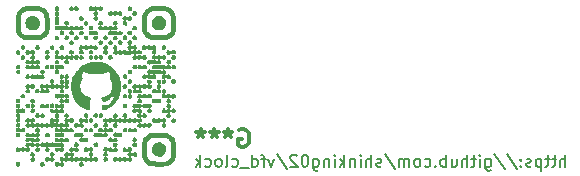
<source format=gbo>
%TF.GenerationSoftware,KiCad,Pcbnew,(6.0.4)*%
%TF.CreationDate,2023-03-05T21:30:01+09:00*%
%TF.ProjectId,VFD__esp32,56464442-0865-4737-9033-322e6b696361,rev?*%
%TF.SameCoordinates,Original*%
%TF.FileFunction,Legend,Bot*%
%TF.FilePolarity,Positive*%
%FSLAX46Y46*%
G04 Gerber Fmt 4.6, Leading zero omitted, Abs format (unit mm)*
G04 Created by KiCad (PCBNEW (6.0.4)) date 2023-03-05 21:30:01*
%MOMM*%
%LPD*%
G01*
G04 APERTURE LIST*
G04 Aperture macros list*
%AMRoundRect*
0 Rectangle with rounded corners*
0 $1 Rounding radius*
0 $2 $3 $4 $5 $6 $7 $8 $9 X,Y pos of 4 corners*
0 Add a 4 corners polygon primitive as box body*
4,1,4,$2,$3,$4,$5,$6,$7,$8,$9,$2,$3,0*
0 Add four circle primitives for the rounded corners*
1,1,$1+$1,$2,$3*
1,1,$1+$1,$4,$5*
1,1,$1+$1,$6,$7*
1,1,$1+$1,$8,$9*
0 Add four rect primitives between the rounded corners*
20,1,$1+$1,$2,$3,$4,$5,0*
20,1,$1+$1,$4,$5,$6,$7,0*
20,1,$1+$1,$6,$7,$8,$9,0*
20,1,$1+$1,$8,$9,$2,$3,0*%
G04 Aperture macros list end*
%ADD10C,0.200000*%
%ADD11C,0.300000*%
%ADD12C,1.500000*%
%ADD13C,0.800000*%
%ADD14C,6.400000*%
%ADD15C,1.600000*%
%ADD16O,1.600000X1.600000*%
%ADD17C,1.440000*%
%ADD18C,2.100000*%
%ADD19C,1.750000*%
%ADD20C,1.524000*%
%ADD21R,1.600000X1.600000*%
%ADD22R,3.500000X3.500000*%
%ADD23RoundRect,0.750000X-1.000000X0.750000X-1.000000X-0.750000X1.000000X-0.750000X1.000000X0.750000X0*%
%ADD24RoundRect,0.875000X-0.875000X0.875000X-0.875000X-0.875000X0.875000X-0.875000X0.875000X0.875000X0*%
%ADD25R,1.800000X1.800000*%
%ADD26O,1.800000X1.800000*%
%ADD27R,1.700000X1.700000*%
%ADD28O,1.700000X1.700000*%
%ADD29C,2.000000*%
G04 APERTURE END LIST*
D10*
X145794047Y-143327380D02*
X145794047Y-142327380D01*
X145365476Y-143327380D02*
X145365476Y-142803571D01*
X145413095Y-142708333D01*
X145508333Y-142660714D01*
X145651190Y-142660714D01*
X145746428Y-142708333D01*
X145794047Y-142755952D01*
X145032142Y-142660714D02*
X144651190Y-142660714D01*
X144889285Y-142327380D02*
X144889285Y-143184523D01*
X144841666Y-143279761D01*
X144746428Y-143327380D01*
X144651190Y-143327380D01*
X144460714Y-142660714D02*
X144079761Y-142660714D01*
X144317857Y-142327380D02*
X144317857Y-143184523D01*
X144270238Y-143279761D01*
X144175000Y-143327380D01*
X144079761Y-143327380D01*
X143746428Y-142660714D02*
X143746428Y-143660714D01*
X143746428Y-142708333D02*
X143651190Y-142660714D01*
X143460714Y-142660714D01*
X143365476Y-142708333D01*
X143317857Y-142755952D01*
X143270238Y-142851190D01*
X143270238Y-143136904D01*
X143317857Y-143232142D01*
X143365476Y-143279761D01*
X143460714Y-143327380D01*
X143651190Y-143327380D01*
X143746428Y-143279761D01*
X142889285Y-143279761D02*
X142794047Y-143327380D01*
X142603571Y-143327380D01*
X142508333Y-143279761D01*
X142460714Y-143184523D01*
X142460714Y-143136904D01*
X142508333Y-143041666D01*
X142603571Y-142994047D01*
X142746428Y-142994047D01*
X142841666Y-142946428D01*
X142889285Y-142851190D01*
X142889285Y-142803571D01*
X142841666Y-142708333D01*
X142746428Y-142660714D01*
X142603571Y-142660714D01*
X142508333Y-142708333D01*
X142032142Y-143232142D02*
X141984523Y-143279761D01*
X142032142Y-143327380D01*
X142079761Y-143279761D01*
X142032142Y-143232142D01*
X142032142Y-143327380D01*
X142032142Y-142708333D02*
X141984523Y-142755952D01*
X142032142Y-142803571D01*
X142079761Y-142755952D01*
X142032142Y-142708333D01*
X142032142Y-142803571D01*
X140841666Y-142279761D02*
X141698809Y-143565476D01*
X139794047Y-142279761D02*
X140651190Y-143565476D01*
X139032142Y-142660714D02*
X139032142Y-143470238D01*
X139079761Y-143565476D01*
X139127380Y-143613095D01*
X139222619Y-143660714D01*
X139365476Y-143660714D01*
X139460714Y-143613095D01*
X139032142Y-143279761D02*
X139127380Y-143327380D01*
X139317857Y-143327380D01*
X139413095Y-143279761D01*
X139460714Y-143232142D01*
X139508333Y-143136904D01*
X139508333Y-142851190D01*
X139460714Y-142755952D01*
X139413095Y-142708333D01*
X139317857Y-142660714D01*
X139127380Y-142660714D01*
X139032142Y-142708333D01*
X138555952Y-143327380D02*
X138555952Y-142660714D01*
X138555952Y-142327380D02*
X138603571Y-142375000D01*
X138555952Y-142422619D01*
X138508333Y-142375000D01*
X138555952Y-142327380D01*
X138555952Y-142422619D01*
X138222619Y-142660714D02*
X137841666Y-142660714D01*
X138079761Y-142327380D02*
X138079761Y-143184523D01*
X138032142Y-143279761D01*
X137936904Y-143327380D01*
X137841666Y-143327380D01*
X137508333Y-143327380D02*
X137508333Y-142327380D01*
X137079761Y-143327380D02*
X137079761Y-142803571D01*
X137127380Y-142708333D01*
X137222619Y-142660714D01*
X137365476Y-142660714D01*
X137460714Y-142708333D01*
X137508333Y-142755952D01*
X136175000Y-142660714D02*
X136175000Y-143327380D01*
X136603571Y-142660714D02*
X136603571Y-143184523D01*
X136555952Y-143279761D01*
X136460714Y-143327380D01*
X136317857Y-143327380D01*
X136222619Y-143279761D01*
X136175000Y-143232142D01*
X135698809Y-143327380D02*
X135698809Y-142327380D01*
X135698809Y-142708333D02*
X135603571Y-142660714D01*
X135413095Y-142660714D01*
X135317857Y-142708333D01*
X135270238Y-142755952D01*
X135222619Y-142851190D01*
X135222619Y-143136904D01*
X135270238Y-143232142D01*
X135317857Y-143279761D01*
X135413095Y-143327380D01*
X135603571Y-143327380D01*
X135698809Y-143279761D01*
X134794047Y-143232142D02*
X134746428Y-143279761D01*
X134794047Y-143327380D01*
X134841666Y-143279761D01*
X134794047Y-143232142D01*
X134794047Y-143327380D01*
X133889285Y-143279761D02*
X133984523Y-143327380D01*
X134175000Y-143327380D01*
X134270238Y-143279761D01*
X134317857Y-143232142D01*
X134365476Y-143136904D01*
X134365476Y-142851190D01*
X134317857Y-142755952D01*
X134270238Y-142708333D01*
X134175000Y-142660714D01*
X133984523Y-142660714D01*
X133889285Y-142708333D01*
X133317857Y-143327380D02*
X133413095Y-143279761D01*
X133460714Y-143232142D01*
X133508333Y-143136904D01*
X133508333Y-142851190D01*
X133460714Y-142755952D01*
X133413095Y-142708333D01*
X133317857Y-142660714D01*
X133175000Y-142660714D01*
X133079761Y-142708333D01*
X133032142Y-142755952D01*
X132984523Y-142851190D01*
X132984523Y-143136904D01*
X133032142Y-143232142D01*
X133079761Y-143279761D01*
X133175000Y-143327380D01*
X133317857Y-143327380D01*
X132555952Y-143327380D02*
X132555952Y-142660714D01*
X132555952Y-142755952D02*
X132508333Y-142708333D01*
X132413095Y-142660714D01*
X132270238Y-142660714D01*
X132175000Y-142708333D01*
X132127380Y-142803571D01*
X132127380Y-143327380D01*
X132127380Y-142803571D02*
X132079761Y-142708333D01*
X131984523Y-142660714D01*
X131841666Y-142660714D01*
X131746428Y-142708333D01*
X131698809Y-142803571D01*
X131698809Y-143327380D01*
X130508333Y-142279761D02*
X131365476Y-143565476D01*
X130222619Y-143279761D02*
X130127380Y-143327380D01*
X129936904Y-143327380D01*
X129841666Y-143279761D01*
X129794047Y-143184523D01*
X129794047Y-143136904D01*
X129841666Y-143041666D01*
X129936904Y-142994047D01*
X130079761Y-142994047D01*
X130175000Y-142946428D01*
X130222619Y-142851190D01*
X130222619Y-142803571D01*
X130175000Y-142708333D01*
X130079761Y-142660714D01*
X129936904Y-142660714D01*
X129841666Y-142708333D01*
X129365476Y-143327380D02*
X129365476Y-142327380D01*
X128936904Y-143327380D02*
X128936904Y-142803571D01*
X128984523Y-142708333D01*
X129079761Y-142660714D01*
X129222619Y-142660714D01*
X129317857Y-142708333D01*
X129365476Y-142755952D01*
X128460714Y-143327380D02*
X128460714Y-142660714D01*
X128460714Y-142327380D02*
X128508333Y-142375000D01*
X128460714Y-142422619D01*
X128413095Y-142375000D01*
X128460714Y-142327380D01*
X128460714Y-142422619D01*
X127984523Y-142660714D02*
X127984523Y-143327380D01*
X127984523Y-142755952D02*
X127936904Y-142708333D01*
X127841666Y-142660714D01*
X127698809Y-142660714D01*
X127603571Y-142708333D01*
X127555952Y-142803571D01*
X127555952Y-143327380D01*
X127079761Y-143327380D02*
X127079761Y-142327380D01*
X126984523Y-142946428D02*
X126698809Y-143327380D01*
X126698809Y-142660714D02*
X127079761Y-143041666D01*
X126270238Y-143327380D02*
X126270238Y-142660714D01*
X126270238Y-142327380D02*
X126317857Y-142375000D01*
X126270238Y-142422619D01*
X126222619Y-142375000D01*
X126270238Y-142327380D01*
X126270238Y-142422619D01*
X125794047Y-142660714D02*
X125794047Y-143327380D01*
X125794047Y-142755952D02*
X125746428Y-142708333D01*
X125651190Y-142660714D01*
X125508333Y-142660714D01*
X125413095Y-142708333D01*
X125365476Y-142803571D01*
X125365476Y-143327380D01*
X124460714Y-142660714D02*
X124460714Y-143470238D01*
X124508333Y-143565476D01*
X124555952Y-143613095D01*
X124651190Y-143660714D01*
X124794047Y-143660714D01*
X124889285Y-143613095D01*
X124460714Y-143279761D02*
X124555952Y-143327380D01*
X124746428Y-143327380D01*
X124841666Y-143279761D01*
X124889285Y-143232142D01*
X124936904Y-143136904D01*
X124936904Y-142851190D01*
X124889285Y-142755952D01*
X124841666Y-142708333D01*
X124746428Y-142660714D01*
X124555952Y-142660714D01*
X124460714Y-142708333D01*
X123794047Y-142327380D02*
X123698809Y-142327380D01*
X123603571Y-142375000D01*
X123555952Y-142422619D01*
X123508333Y-142517857D01*
X123460714Y-142708333D01*
X123460714Y-142946428D01*
X123508333Y-143136904D01*
X123555952Y-143232142D01*
X123603571Y-143279761D01*
X123698809Y-143327380D01*
X123794047Y-143327380D01*
X123889285Y-143279761D01*
X123936904Y-143232142D01*
X123984523Y-143136904D01*
X124032142Y-142946428D01*
X124032142Y-142708333D01*
X123984523Y-142517857D01*
X123936904Y-142422619D01*
X123889285Y-142375000D01*
X123794047Y-142327380D01*
X123079761Y-142422619D02*
X123032142Y-142375000D01*
X122936904Y-142327380D01*
X122698809Y-142327380D01*
X122603571Y-142375000D01*
X122555952Y-142422619D01*
X122508333Y-142517857D01*
X122508333Y-142613095D01*
X122555952Y-142755952D01*
X123127380Y-143327380D01*
X122508333Y-143327380D01*
X121365476Y-142279761D02*
X122222619Y-143565476D01*
X121127380Y-142660714D02*
X120889285Y-143327380D01*
X120651190Y-142660714D01*
X120413095Y-142660714D02*
X120032142Y-142660714D01*
X120270238Y-143327380D02*
X120270238Y-142470238D01*
X120222619Y-142375000D01*
X120127380Y-142327380D01*
X120032142Y-142327380D01*
X119270238Y-143327380D02*
X119270238Y-142327380D01*
X119270238Y-143279761D02*
X119365476Y-143327380D01*
X119555952Y-143327380D01*
X119651190Y-143279761D01*
X119698809Y-143232142D01*
X119746428Y-143136904D01*
X119746428Y-142851190D01*
X119698809Y-142755952D01*
X119651190Y-142708333D01*
X119555952Y-142660714D01*
X119365476Y-142660714D01*
X119270238Y-142708333D01*
X119032142Y-143422619D02*
X118270238Y-143422619D01*
X117603571Y-143279761D02*
X117698809Y-143327380D01*
X117889285Y-143327380D01*
X117984523Y-143279761D01*
X118032142Y-143232142D01*
X118079761Y-143136904D01*
X118079761Y-142851190D01*
X118032142Y-142755952D01*
X117984523Y-142708333D01*
X117889285Y-142660714D01*
X117698809Y-142660714D01*
X117603571Y-142708333D01*
X117032142Y-143327380D02*
X117127380Y-143279761D01*
X117175000Y-143184523D01*
X117175000Y-142327380D01*
X116508333Y-143327380D02*
X116603571Y-143279761D01*
X116651190Y-143232142D01*
X116698809Y-143136904D01*
X116698809Y-142851190D01*
X116651190Y-142755952D01*
X116603571Y-142708333D01*
X116508333Y-142660714D01*
X116365476Y-142660714D01*
X116270238Y-142708333D01*
X116222619Y-142755952D01*
X116175000Y-142851190D01*
X116175000Y-143136904D01*
X116222619Y-143232142D01*
X116270238Y-143279761D01*
X116365476Y-143327380D01*
X116508333Y-143327380D01*
X115317857Y-143279761D02*
X115413095Y-143327380D01*
X115603571Y-143327380D01*
X115698809Y-143279761D01*
X115746428Y-143232142D01*
X115794047Y-143136904D01*
X115794047Y-142851190D01*
X115746428Y-142755952D01*
X115698809Y-142708333D01*
X115603571Y-142660714D01*
X115413095Y-142660714D01*
X115317857Y-142708333D01*
X114889285Y-143327380D02*
X114889285Y-142327380D01*
X114794047Y-142946428D02*
X114508333Y-143327380D01*
X114508333Y-142660714D02*
X114889285Y-143041666D01*
D11*
%TO.C,G\u002A\u002A\u002A*%
X118182571Y-140208000D02*
X118327714Y-140135428D01*
X118545428Y-140135428D01*
X118763142Y-140208000D01*
X118908285Y-140353142D01*
X118980857Y-140498285D01*
X119053428Y-140788571D01*
X119053428Y-141006285D01*
X118980857Y-141296571D01*
X118908285Y-141441714D01*
X118763142Y-141586857D01*
X118545428Y-141659428D01*
X118400285Y-141659428D01*
X118182571Y-141586857D01*
X118110000Y-141514285D01*
X118110000Y-141006285D01*
X118400285Y-141006285D01*
X117239142Y-140135428D02*
X117239142Y-140498285D01*
X117602000Y-140353142D02*
X117239142Y-140498285D01*
X116876285Y-140353142D01*
X117456857Y-140788571D02*
X117239142Y-140498285D01*
X117021428Y-140788571D01*
X116078000Y-140135428D02*
X116078000Y-140498285D01*
X116440857Y-140353142D02*
X116078000Y-140498285D01*
X115715142Y-140353142D01*
X116295714Y-140788571D02*
X116078000Y-140498285D01*
X115860285Y-140788571D01*
X114916857Y-140135428D02*
X114916857Y-140498285D01*
X115279714Y-140353142D02*
X114916857Y-140498285D01*
X114554000Y-140353142D01*
X115134571Y-140788571D02*
X114916857Y-140498285D01*
X114699142Y-140788571D01*
G36*
X112357366Y-140602701D02*
G01*
X112499110Y-140716159D01*
X112572203Y-140791046D01*
X112607418Y-140827125D01*
X112623950Y-140844063D01*
X112710966Y-140967133D01*
X112744875Y-141037164D01*
X112782885Y-141145053D01*
X112809711Y-141271607D01*
X112809713Y-141271625D01*
X112816704Y-141335125D01*
X112826927Y-141427987D01*
X112836104Y-141625356D01*
X112838813Y-141874875D01*
X112838670Y-141906625D01*
X112838218Y-142006965D01*
X112832631Y-142228417D01*
X112819305Y-142403917D01*
X112814912Y-142430500D01*
X112795983Y-142545052D01*
X112760411Y-142663406D01*
X112728296Y-142732125D01*
X112710331Y-142770566D01*
X112643489Y-142878116D01*
X112632700Y-142893524D01*
X112605819Y-142922625D01*
X112576491Y-142954375D01*
X112488632Y-143049489D01*
X112306411Y-143180054D01*
X112184144Y-143234833D01*
X112108831Y-143268575D01*
X112018455Y-143287736D01*
X111872234Y-143302660D01*
X111671057Y-143311992D01*
X111410750Y-143316017D01*
X111184023Y-143315192D01*
X110982111Y-143308467D01*
X110822524Y-143294179D01*
X110694205Y-143270831D01*
X110596298Y-143240125D01*
X110839250Y-143240125D01*
X110855125Y-143256000D01*
X110866742Y-143244383D01*
X111924367Y-143244383D01*
X111950500Y-143256000D01*
X111967309Y-143253708D01*
X111971667Y-143234833D01*
X111967014Y-143231033D01*
X111929334Y-143234833D01*
X111926582Y-143240125D01*
X111924367Y-143244383D01*
X110866742Y-143244383D01*
X110871000Y-143240125D01*
X110855125Y-143224250D01*
X110839250Y-143240125D01*
X110596298Y-143240125D01*
X110586095Y-143236925D01*
X110487134Y-143190965D01*
X110382647Y-143119391D01*
X110254249Y-142998735D01*
X110217413Y-142954375D01*
X110839250Y-142954375D01*
X110855125Y-142970250D01*
X110871000Y-142954375D01*
X111918750Y-142954375D01*
X111934625Y-142970250D01*
X111950500Y-142954375D01*
X111934625Y-142938500D01*
X111918750Y-142954375D01*
X110871000Y-142954375D01*
X110855125Y-142938500D01*
X110839250Y-142954375D01*
X110217413Y-142954375D01*
X110191048Y-142922625D01*
X110775750Y-142922625D01*
X110791625Y-142938500D01*
X110807500Y-142922625D01*
X110791625Y-142906750D01*
X110775750Y-142922625D01*
X110191048Y-142922625D01*
X110137504Y-142858144D01*
X110051695Y-142718537D01*
X110027421Y-142667315D01*
X110004971Y-142612423D01*
X109988804Y-142555040D01*
X109981766Y-142509875D01*
X110331250Y-142509875D01*
X110347125Y-142525750D01*
X110363000Y-142509875D01*
X110347125Y-142494000D01*
X110331250Y-142509875D01*
X109981766Y-142509875D01*
X109977890Y-142484998D01*
X109975060Y-142445736D01*
X110020534Y-142445736D01*
X110024334Y-142483416D01*
X110033884Y-142488383D01*
X110045500Y-142462250D01*
X110043209Y-142445441D01*
X110024334Y-142441083D01*
X110020534Y-142445736D01*
X109975060Y-142445736D01*
X109971196Y-142392129D01*
X109967691Y-142266264D01*
X109966345Y-142097235D01*
X109966216Y-141967218D01*
X109986116Y-141967218D01*
X109990205Y-142122388D01*
X109992906Y-142164125D01*
X109996169Y-142169419D01*
X109998758Y-142119710D01*
X110000457Y-142019895D01*
X110000628Y-141978123D01*
X110303700Y-141978123D01*
X110307678Y-142138320D01*
X110310786Y-142187167D01*
X110313846Y-142186198D01*
X110316263Y-142130671D01*
X110317845Y-142025320D01*
X110318398Y-141874875D01*
X110318300Y-141847476D01*
X110363000Y-141847476D01*
X110363021Y-141874875D01*
X110363026Y-141881138D01*
X110364853Y-142083948D01*
X110370222Y-142236138D01*
X110380059Y-142348938D01*
X110395289Y-142433580D01*
X110404412Y-142462250D01*
X110416835Y-142501294D01*
X110420768Y-142509875D01*
X110446002Y-142564933D01*
X110561228Y-142726332D01*
X110712530Y-142845335D01*
X110721920Y-142849418D01*
X110794694Y-142864375D01*
X110914531Y-142877183D01*
X111068329Y-142887499D01*
X111242989Y-142894985D01*
X111425408Y-142899299D01*
X111602488Y-142900101D01*
X111761125Y-142897051D01*
X111888220Y-142889807D01*
X111970672Y-142878031D01*
X112067795Y-142842091D01*
X112217320Y-142739927D01*
X112223847Y-142732125D01*
X112649000Y-142732125D01*
X112664875Y-142748000D01*
X112680750Y-142732125D01*
X112664875Y-142716250D01*
X112649000Y-142732125D01*
X112223847Y-142732125D01*
X112337200Y-142596619D01*
X112361861Y-142554245D01*
X112381540Y-142508170D01*
X112395110Y-142451443D01*
X112399167Y-142414625D01*
X112458500Y-142414625D01*
X112474375Y-142430500D01*
X112490250Y-142414625D01*
X112489611Y-142413986D01*
X112751034Y-142413986D01*
X112751098Y-142414625D01*
X112754834Y-142451666D01*
X112764384Y-142456633D01*
X112776000Y-142430500D01*
X112773709Y-142413691D01*
X112754834Y-142409333D01*
X112751034Y-142413986D01*
X112489611Y-142413986D01*
X112474375Y-142398750D01*
X112458500Y-142414625D01*
X112399167Y-142414625D01*
X112403700Y-142373494D01*
X112408439Y-142263754D01*
X112410454Y-142111654D01*
X112410875Y-141906625D01*
X112409936Y-141744740D01*
X112406659Y-141568186D01*
X112401452Y-141418810D01*
X112396363Y-141335125D01*
X112458500Y-141335125D01*
X112474375Y-141351000D01*
X112490250Y-141335125D01*
X112744250Y-141335125D01*
X112760125Y-141351000D01*
X112776000Y-141335125D01*
X112760125Y-141319250D01*
X112744250Y-141335125D01*
X112490250Y-141335125D01*
X112474375Y-141319250D01*
X112458500Y-141335125D01*
X112396363Y-141335125D01*
X112394757Y-141308719D01*
X112389863Y-141271625D01*
X112426750Y-141271625D01*
X112442625Y-141287500D01*
X112458500Y-141271625D01*
X112442625Y-141255750D01*
X112426750Y-141271625D01*
X112389863Y-141271625D01*
X112387012Y-141250018D01*
X112378118Y-141226167D01*
X112328994Y-141142950D01*
X112260012Y-141059068D01*
X112217177Y-141016088D01*
X112153803Y-140960377D01*
X112088698Y-140919640D01*
X112011568Y-140891541D01*
X111912120Y-140873749D01*
X111780060Y-140863930D01*
X111605094Y-140859749D01*
X111376929Y-140858875D01*
X110781221Y-140858875D01*
X110645986Y-140954125D01*
X110607809Y-140984118D01*
X110510364Y-141083847D01*
X110436876Y-141189306D01*
X110424585Y-141213134D01*
X110412795Y-141239875D01*
X110400247Y-141268337D01*
X110394806Y-141287500D01*
X110383304Y-141328008D01*
X110372434Y-141403951D01*
X110366310Y-141507973D01*
X110363607Y-141651880D01*
X110363000Y-141847476D01*
X110318300Y-141847476D01*
X110317905Y-141737724D01*
X110316389Y-141630827D01*
X110314039Y-141574398D01*
X110311047Y-141572781D01*
X110307605Y-141630320D01*
X110303704Y-141794674D01*
X110303702Y-141874875D01*
X110303700Y-141978123D01*
X110000628Y-141978123D01*
X110001052Y-141874875D01*
X110000680Y-141762696D01*
X109999207Y-141653967D01*
X109996814Y-141595315D01*
X109993715Y-141591214D01*
X109990124Y-141646138D01*
X109986311Y-141789906D01*
X109986116Y-141967218D01*
X109966216Y-141967218D01*
X109966125Y-141874875D01*
X109966264Y-141677275D01*
X109967375Y-141502339D01*
X109970502Y-141371871D01*
X109976690Y-141275723D01*
X109977367Y-141270986D01*
X110020534Y-141270986D01*
X110024334Y-141308666D01*
X110033884Y-141313633D01*
X110045500Y-141287500D01*
X110043209Y-141270691D01*
X110024334Y-141266333D01*
X110020534Y-141270986D01*
X109977367Y-141270986D01*
X109981816Y-141239875D01*
X110331250Y-141239875D01*
X110347125Y-141255750D01*
X110363000Y-141239875D01*
X110347125Y-141224000D01*
X110331250Y-141239875D01*
X109981816Y-141239875D01*
X109986983Y-141203745D01*
X110002427Y-141145790D01*
X110024064Y-141091708D01*
X110052941Y-141031351D01*
X110162072Y-140851324D01*
X110184991Y-140827125D01*
X110744000Y-140827125D01*
X110759875Y-140843000D01*
X110775750Y-140827125D01*
X112014000Y-140827125D01*
X112029875Y-140843000D01*
X112045750Y-140827125D01*
X112029875Y-140811250D01*
X112014000Y-140827125D01*
X110775750Y-140827125D01*
X110759875Y-140811250D01*
X110744000Y-140827125D01*
X110184991Y-140827125D01*
X110219409Y-140790785D01*
X111082583Y-140790785D01*
X111083552Y-140793845D01*
X111139079Y-140796262D01*
X111244430Y-140797844D01*
X111394875Y-140798397D01*
X111532026Y-140797904D01*
X111638923Y-140796388D01*
X111695352Y-140794038D01*
X111696969Y-140791046D01*
X111639430Y-140787604D01*
X111475076Y-140783703D01*
X111291627Y-140783699D01*
X111131430Y-140787677D01*
X111082583Y-140790785D01*
X110219409Y-140790785D01*
X110337709Y-140665879D01*
X110553500Y-140529081D01*
X110586168Y-140513883D01*
X110781367Y-140513883D01*
X110807500Y-140525500D01*
X110824309Y-140523208D01*
X110826462Y-140513883D01*
X111956117Y-140513883D01*
X111982250Y-140525500D01*
X111999059Y-140523208D01*
X112003417Y-140504333D01*
X111998764Y-140500533D01*
X111961084Y-140504333D01*
X111956117Y-140513883D01*
X110826462Y-140513883D01*
X110828667Y-140504333D01*
X110824014Y-140500533D01*
X110786334Y-140504333D01*
X110781367Y-140513883D01*
X110586168Y-140513883D01*
X110599662Y-140507605D01*
X110655022Y-140485276D01*
X110687643Y-140476168D01*
X111100331Y-140476168D01*
X111150040Y-140478757D01*
X111249855Y-140480456D01*
X111394875Y-140481051D01*
X111507054Y-140480679D01*
X111615783Y-140479206D01*
X111674435Y-140476813D01*
X111678536Y-140473714D01*
X111623612Y-140470123D01*
X111479844Y-140466310D01*
X111302532Y-140466115D01*
X111147362Y-140470204D01*
X111105625Y-140472905D01*
X111100331Y-140476168D01*
X110687643Y-140476168D01*
X110712839Y-140469133D01*
X110783289Y-140458175D01*
X110876543Y-140451398D01*
X111002777Y-140447800D01*
X111172163Y-140446376D01*
X111394875Y-140446125D01*
X111584294Y-140446257D01*
X111761471Y-140447345D01*
X111893796Y-140450420D01*
X111991438Y-140456513D01*
X112064565Y-140466656D01*
X112091818Y-140473714D01*
X112123346Y-140481879D01*
X112177947Y-140503215D01*
X112180326Y-140504333D01*
X112238538Y-140531694D01*
X112357366Y-140602701D01*
G37*
G36*
X104594852Y-141500455D02*
G01*
X104582959Y-141525625D01*
X104553225Y-141588552D01*
X104524983Y-141614345D01*
X104469488Y-141636750D01*
X104451174Y-141639685D01*
X104425750Y-141668500D01*
X104429794Y-141681794D01*
X104469488Y-141700250D01*
X104518900Y-141717595D01*
X104572386Y-141780000D01*
X104581848Y-141811375D01*
X104598776Y-141867509D01*
X104598551Y-141872229D01*
X104597265Y-141899143D01*
X104579740Y-141938375D01*
X104558633Y-141985624D01*
X104541202Y-142001875D01*
X104485645Y-142053671D01*
X104398904Y-142081250D01*
X104391427Y-142081070D01*
X104303175Y-142054889D01*
X104238183Y-142001875D01*
X104298750Y-142001875D01*
X104314625Y-142017750D01*
X104330500Y-142001875D01*
X104314625Y-141986000D01*
X104298750Y-142001875D01*
X104238183Y-142001875D01*
X104232183Y-141996981D01*
X104207011Y-141938375D01*
X104521000Y-141938375D01*
X104536875Y-141954250D01*
X104552750Y-141938375D01*
X104536875Y-141922500D01*
X104521000Y-141938375D01*
X104207011Y-141938375D01*
X104201488Y-141925516D01*
X104192156Y-141908084D01*
X104169653Y-141949307D01*
X104136881Y-141999630D01*
X104133545Y-142001875D01*
X104076416Y-142040322D01*
X104074096Y-142040946D01*
X104023448Y-142068397D01*
X104017285Y-142098704D01*
X104059894Y-142113000D01*
X104107679Y-142136006D01*
X104159647Y-142193675D01*
X104173015Y-142215185D01*
X104195537Y-142282785D01*
X104175489Y-142355598D01*
X104135111Y-142413579D01*
X104075736Y-142453250D01*
X104039465Y-142468913D01*
X104033769Y-142476248D01*
X104013000Y-142502994D01*
X104014170Y-142513018D01*
X104033050Y-142516283D01*
X104055271Y-142506748D01*
X104105759Y-142524388D01*
X104152526Y-142571214D01*
X104153324Y-142573375D01*
X104174257Y-142630054D01*
X104180188Y-142670343D01*
X104194275Y-142652750D01*
X104202131Y-142636875D01*
X104521000Y-142636875D01*
X104536875Y-142652750D01*
X104552750Y-142636875D01*
X104536875Y-142621000D01*
X104521000Y-142636875D01*
X104202131Y-142636875D01*
X104220218Y-142600325D01*
X104273668Y-142545883D01*
X104367867Y-142545883D01*
X104394000Y-142557500D01*
X104410809Y-142555208D01*
X104415167Y-142536333D01*
X104410514Y-142532533D01*
X104372834Y-142536333D01*
X104367867Y-142545883D01*
X104273668Y-142545883D01*
X104295981Y-142523156D01*
X104388484Y-142494000D01*
X104394971Y-142494134D01*
X104483856Y-142519920D01*
X104504182Y-142536333D01*
X104555567Y-142577826D01*
X104581385Y-142636875D01*
X104587007Y-142649733D01*
X104587024Y-142650072D01*
X104592263Y-142682521D01*
X104607025Y-142652750D01*
X104631094Y-142603131D01*
X104687391Y-142545883D01*
X104780617Y-142545883D01*
X104806750Y-142557500D01*
X104823559Y-142555208D01*
X104827917Y-142536333D01*
X104823264Y-142532533D01*
X104785584Y-142536333D01*
X104780617Y-142545883D01*
X104687391Y-142545883D01*
X104709434Y-142523468D01*
X104809403Y-142494000D01*
X104891995Y-142511221D01*
X104925778Y-142536333D01*
X104967487Y-142567336D01*
X104999757Y-142647080D01*
X104999771Y-142647371D01*
X105005190Y-142680832D01*
X105019775Y-142652750D01*
X105027631Y-142636875D01*
X105346500Y-142636875D01*
X105362375Y-142652750D01*
X105378250Y-142636875D01*
X105362375Y-142621000D01*
X105346500Y-142636875D01*
X105027631Y-142636875D01*
X105045718Y-142600325D01*
X105072177Y-142573375D01*
X105124250Y-142573375D01*
X105140125Y-142589250D01*
X105156000Y-142573375D01*
X105140125Y-142557500D01*
X105124250Y-142573375D01*
X105072177Y-142573375D01*
X105099168Y-142545883D01*
X105193367Y-142545883D01*
X105219500Y-142557500D01*
X105236309Y-142555208D01*
X105240667Y-142536333D01*
X105236014Y-142532533D01*
X105198334Y-142536333D01*
X105193367Y-142545883D01*
X105099168Y-142545883D01*
X105121481Y-142523156D01*
X105213984Y-142494000D01*
X105220471Y-142494134D01*
X105309356Y-142519920D01*
X105329682Y-142536333D01*
X105375555Y-142573375D01*
X105381067Y-142577826D01*
X105406885Y-142636875D01*
X105412507Y-142649733D01*
X105412524Y-142650072D01*
X105417763Y-142682521D01*
X105432525Y-142652750D01*
X105472421Y-142579991D01*
X105534138Y-142525321D01*
X105595546Y-142517074D01*
X105622366Y-142523982D01*
X105626488Y-142513286D01*
X105592409Y-142484887D01*
X105529625Y-142448645D01*
X105501006Y-142430978D01*
X105466802Y-142379115D01*
X105460791Y-142319375D01*
X105759250Y-142319375D01*
X105775125Y-142335250D01*
X105791000Y-142319375D01*
X105775125Y-142303500D01*
X105759250Y-142319375D01*
X105460791Y-142319375D01*
X105457625Y-142287904D01*
X105459121Y-142255875D01*
X105759250Y-142255875D01*
X105775125Y-142271750D01*
X105791000Y-142255875D01*
X105775125Y-142240000D01*
X105759250Y-142255875D01*
X105459121Y-142255875D01*
X105460347Y-142229625D01*
X105462215Y-142224125D01*
X105473500Y-142224125D01*
X105489375Y-142240000D01*
X105505250Y-142224125D01*
X105489375Y-142208250D01*
X105473500Y-142224125D01*
X105462215Y-142224125D01*
X105483085Y-142162669D01*
X105485612Y-142160625D01*
X105537000Y-142160625D01*
X105552875Y-142176500D01*
X105568750Y-142160625D01*
X105552875Y-142144750D01*
X105537000Y-142160625D01*
X105485612Y-142160625D01*
X105539201Y-142117272D01*
X105580379Y-142099017D01*
X105682608Y-142091421D01*
X105769571Y-142131261D01*
X105791024Y-142160625D01*
X105825986Y-142208479D01*
X105827571Y-142224125D01*
X105830787Y-142255875D01*
X105836574Y-142313015D01*
X105834610Y-142319375D01*
X105819973Y-142366769D01*
X105769869Y-142434559D01*
X105707738Y-142462250D01*
X105705406Y-142462272D01*
X105666899Y-142477541D01*
X105675959Y-142508124D01*
X105727416Y-142534927D01*
X105772139Y-142560586D01*
X105817690Y-142624117D01*
X105836100Y-142669823D01*
X105849342Y-142670013D01*
X105849917Y-142667986D01*
X106178784Y-142667986D01*
X106182584Y-142705666D01*
X106192134Y-142710633D01*
X106203750Y-142684500D01*
X106201459Y-142667691D01*
X106182584Y-142663333D01*
X106178784Y-142667986D01*
X105849917Y-142667986D01*
X105865883Y-142611720D01*
X105869297Y-142599986D01*
X105888324Y-142573375D01*
X105949750Y-142573375D01*
X105965625Y-142589250D01*
X105981500Y-142573375D01*
X106108500Y-142573375D01*
X106124375Y-142589250D01*
X106140250Y-142573375D01*
X106124375Y-142557500D01*
X106108500Y-142573375D01*
X105981500Y-142573375D01*
X105965625Y-142557500D01*
X105949750Y-142573375D01*
X105888324Y-142573375D01*
X105907981Y-142545883D01*
X106018867Y-142545883D01*
X106045000Y-142557500D01*
X106061809Y-142555208D01*
X106066167Y-142536333D01*
X106061514Y-142532533D01*
X106023834Y-142536333D01*
X106018867Y-142545883D01*
X105907981Y-142545883D01*
X105920292Y-142528664D01*
X106000761Y-142495804D01*
X106092419Y-142500869D01*
X106163067Y-142536333D01*
X106176984Y-142543319D01*
X106199417Y-142573375D01*
X106236171Y-142622618D01*
X106255518Y-142677071D01*
X106255384Y-142684500D01*
X106254431Y-142737407D01*
X106223349Y-142788850D01*
X106213238Y-142805584D01*
X106174443Y-142841182D01*
X106145832Y-142867435D01*
X106062865Y-142901192D01*
X106040983Y-142902237D01*
X105952527Y-142878861D01*
X105882738Y-142823081D01*
X105866301Y-142781817D01*
X105925785Y-142781817D01*
X105933875Y-142811500D01*
X105940399Y-142820898D01*
X105969373Y-142843250D01*
X105973716Y-142841182D01*
X105970463Y-142829248D01*
X106108500Y-142829248D01*
X106108810Y-142833687D01*
X106127188Y-142840679D01*
X106159157Y-142806594D01*
X106166883Y-142788850D01*
X106145156Y-142792593D01*
X106131052Y-142802394D01*
X106108500Y-142829248D01*
X105970463Y-142829248D01*
X105965625Y-142811500D01*
X105959102Y-142802101D01*
X105930128Y-142779750D01*
X105925785Y-142781817D01*
X105866301Y-142781817D01*
X105854032Y-142751016D01*
X105853974Y-142748468D01*
X105842551Y-142735058D01*
X105813670Y-142779222D01*
X105786952Y-142821204D01*
X105705935Y-142884699D01*
X105612553Y-142900582D01*
X105524432Y-142868425D01*
X105459202Y-142787801D01*
X105429028Y-142721672D01*
X105395702Y-142787282D01*
X105377257Y-142817689D01*
X105298094Y-142883751D01*
X105203473Y-142900333D01*
X105111870Y-142867531D01*
X105041765Y-142785441D01*
X105018865Y-142741720D01*
X105002664Y-142733890D01*
X104987884Y-142780387D01*
X104965367Y-142822851D01*
X104958879Y-142827375D01*
X104904831Y-142865060D01*
X104887929Y-142869764D01*
X104862524Y-142885153D01*
X104876625Y-142914015D01*
X104934224Y-142970692D01*
X104949658Y-142986125D01*
X104968574Y-143005039D01*
X105017565Y-143081375D01*
X105019908Y-143085026D01*
X105017595Y-143113125D01*
X105014981Y-143144875D01*
X105013791Y-143159331D01*
X104951069Y-143241568D01*
X104871371Y-143300811D01*
X104778598Y-143313715D01*
X104685066Y-143263937D01*
X104637986Y-143211504D01*
X104616098Y-143144875D01*
X104933750Y-143144875D01*
X104949625Y-143160750D01*
X104965500Y-143144875D01*
X104949625Y-143129000D01*
X104933750Y-143144875D01*
X104616098Y-143144875D01*
X104606363Y-143115241D01*
X104606948Y-143113125D01*
X104648000Y-143113125D01*
X104663875Y-143129000D01*
X104679750Y-143113125D01*
X104663875Y-143097250D01*
X104648000Y-143113125D01*
X104606948Y-143113125D01*
X104615731Y-143081375D01*
X104933750Y-143081375D01*
X104949625Y-143097250D01*
X104965500Y-143081375D01*
X104949625Y-143065500D01*
X104933750Y-143081375D01*
X104615731Y-143081375D01*
X104632612Y-143020346D01*
X104668218Y-142986125D01*
X104711500Y-142986125D01*
X104727375Y-143002000D01*
X104743250Y-142986125D01*
X104727375Y-142970250D01*
X104711500Y-142986125D01*
X104668218Y-142986125D01*
X104715424Y-142940755D01*
X104734816Y-142928916D01*
X104785038Y-142894840D01*
X104785457Y-142878936D01*
X104740031Y-142869784D01*
X104687654Y-142849070D01*
X104666832Y-142827375D01*
X104870250Y-142827375D01*
X104886125Y-142843250D01*
X104902000Y-142827375D01*
X104886125Y-142811500D01*
X104870250Y-142827375D01*
X104666832Y-142827375D01*
X104631344Y-142790398D01*
X104597223Y-142721672D01*
X104592453Y-142732125D01*
X104567049Y-142787801D01*
X104544847Y-142825646D01*
X104467975Y-142886555D01*
X104375177Y-142899998D01*
X104285021Y-142866121D01*
X104216080Y-142785068D01*
X104189685Y-142732125D01*
X104521000Y-142732125D01*
X104536875Y-142748000D01*
X104552750Y-142732125D01*
X104536875Y-142716250D01*
X104521000Y-142732125D01*
X104189685Y-142732125D01*
X104179684Y-142712066D01*
X104166681Y-142763875D01*
X104159359Y-142793049D01*
X104145339Y-142827375D01*
X104144432Y-142829595D01*
X104080088Y-142886105D01*
X103988539Y-142901233D01*
X103888201Y-142869769D01*
X103832924Y-142822409D01*
X103816087Y-142781817D01*
X103862035Y-142781817D01*
X103870125Y-142811500D01*
X103876649Y-142820898D01*
X103905623Y-142843250D01*
X103909966Y-142841182D01*
X103906202Y-142827375D01*
X104044750Y-142827375D01*
X104060625Y-142843250D01*
X104076500Y-142827375D01*
X104060625Y-142811500D01*
X104044750Y-142827375D01*
X103906202Y-142827375D01*
X103901875Y-142811500D01*
X103895352Y-142802101D01*
X103866378Y-142779750D01*
X103862035Y-142781817D01*
X103816087Y-142781817D01*
X103811035Y-142769637D01*
X103810658Y-142763875D01*
X104108250Y-142763875D01*
X104124125Y-142779750D01*
X104140000Y-142763875D01*
X104124125Y-142748000D01*
X104108250Y-142763875D01*
X103810658Y-142763875D01*
X103809233Y-142742078D01*
X103787223Y-142716250D01*
X103774478Y-142721335D01*
X103759000Y-142763143D01*
X103736868Y-142810089D01*
X103682903Y-142859125D01*
X103679857Y-142861893D01*
X103661526Y-142872749D01*
X103560243Y-142897457D01*
X103467642Y-142869028D01*
X103459236Y-142859125D01*
X103568500Y-142859125D01*
X103584375Y-142875000D01*
X103600250Y-142859125D01*
X103584375Y-142843250D01*
X103568500Y-142859125D01*
X103459236Y-142859125D01*
X103402393Y-142792156D01*
X103377893Y-142742164D01*
X103360237Y-142734102D01*
X103346971Y-142763875D01*
X103340720Y-142777904D01*
X103311044Y-142823931D01*
X103306274Y-142827375D01*
X103243810Y-142872477D01*
X103171625Y-142900210D01*
X103258051Y-142934107D01*
X103301903Y-142958883D01*
X103353666Y-143030652D01*
X103355799Y-143049625D01*
X103362940Y-143113125D01*
X103363607Y-143119057D01*
X103345092Y-143176625D01*
X103335311Y-143207038D01*
X103305767Y-143240125D01*
X103272363Y-143277535D01*
X103178346Y-143313485D01*
X103167583Y-143314186D01*
X103096686Y-143297807D01*
X103029505Y-143256721D01*
X103015000Y-143240125D01*
X103219250Y-143240125D01*
X103235125Y-143256000D01*
X103251000Y-143240125D01*
X103235125Y-143224250D01*
X103219250Y-143240125D01*
X103015000Y-143240125D01*
X102984928Y-143205718D01*
X102982981Y-143176625D01*
X103282750Y-143176625D01*
X103298625Y-143192500D01*
X103314500Y-143176625D01*
X103298625Y-143160750D01*
X103282750Y-143176625D01*
X102982981Y-143176625D01*
X102981841Y-143159591D01*
X102986840Y-143148748D01*
X102974653Y-143129000D01*
X102951112Y-143144538D01*
X102917217Y-143197840D01*
X102899160Y-143230431D01*
X102888276Y-143240125D01*
X102823994Y-143297376D01*
X102732725Y-143314690D01*
X102643211Y-143282260D01*
X102607416Y-143240125D01*
X102679500Y-143240125D01*
X102695375Y-143256000D01*
X102711250Y-143240125D01*
X102695375Y-143224250D01*
X102679500Y-143240125D01*
X102607416Y-143240125D01*
X102573309Y-143199977D01*
X102549249Y-143139006D01*
X102549992Y-143113125D01*
X102584250Y-143113125D01*
X102600125Y-143129000D01*
X102616000Y-143113125D01*
X102600125Y-143097250D01*
X102584250Y-143113125D01*
X102549992Y-143113125D01*
X102551741Y-143052180D01*
X102609189Y-142962312D01*
X102665090Y-142923339D01*
X102751745Y-142908213D01*
X102839043Y-142924819D01*
X102906467Y-142968567D01*
X102933500Y-143034867D01*
X102939562Y-143070720D01*
X102966642Y-143097250D01*
X102982896Y-143088794D01*
X102989355Y-143049625D01*
X103282750Y-143049625D01*
X103298625Y-143065500D01*
X103314500Y-143049625D01*
X103298625Y-143033750D01*
X103282750Y-143049625D01*
X102989355Y-143049625D01*
X102990455Y-143042957D01*
X103006820Y-142992896D01*
X103076375Y-142940427D01*
X103083233Y-142936949D01*
X103139858Y-142905722D01*
X103143593Y-142890671D01*
X103098394Y-142881151D01*
X103081043Y-142877139D01*
X103013371Y-142827375D01*
X103219250Y-142827375D01*
X103235125Y-142843250D01*
X103251000Y-142827375D01*
X103235125Y-142811500D01*
X103219250Y-142827375D01*
X103013371Y-142827375D01*
X103013046Y-142827136D01*
X102985447Y-142763875D01*
X103282750Y-142763875D01*
X103298625Y-142779750D01*
X103314500Y-142763875D01*
X103298625Y-142748000D01*
X103282750Y-142763875D01*
X102985447Y-142763875D01*
X102975356Y-142740744D01*
X102976474Y-142696907D01*
X103001989Y-142696907D01*
X103009568Y-142739401D01*
X103020406Y-142738909D01*
X103026244Y-142697729D01*
X103021160Y-142666520D01*
X103007062Y-142678546D01*
X103001989Y-142696907D01*
X102976474Y-142696907D01*
X102977972Y-142638136D01*
X102978404Y-142636875D01*
X103282750Y-142636875D01*
X103298625Y-142652750D01*
X103314500Y-142636875D01*
X103298625Y-142621000D01*
X103282750Y-142636875D01*
X102978404Y-142636875D01*
X102987176Y-142611273D01*
X103040290Y-142545883D01*
X103129617Y-142545883D01*
X103155750Y-142557500D01*
X103172559Y-142555208D01*
X103176917Y-142536333D01*
X103172264Y-142532533D01*
X103134584Y-142536333D01*
X103129617Y-142545883D01*
X103040290Y-142545883D01*
X103043713Y-142541669D01*
X103125412Y-142504882D01*
X103213507Y-142502524D01*
X103289232Y-142536208D01*
X103289310Y-142536333D01*
X103333821Y-142607548D01*
X103341182Y-142636875D01*
X103354108Y-142688379D01*
X103412810Y-142591852D01*
X103422547Y-142576419D01*
X103475285Y-142519404D01*
X103527943Y-142515596D01*
X103556563Y-142523181D01*
X103562535Y-142513258D01*
X103550350Y-142502994D01*
X103600250Y-142502994D01*
X103601420Y-142513018D01*
X103620300Y-142516283D01*
X103642422Y-142510354D01*
X103697458Y-142526797D01*
X103733001Y-142558381D01*
X103765372Y-142628867D01*
X103775778Y-142697729D01*
X103776178Y-142700375D01*
X103796983Y-142626581D01*
X103807696Y-142606998D01*
X103854250Y-142606998D01*
X103854560Y-142611437D01*
X103872938Y-142618429D01*
X103904907Y-142584344D01*
X103909683Y-142573375D01*
X104044750Y-142573375D01*
X104060625Y-142589250D01*
X104076500Y-142573375D01*
X104060625Y-142557500D01*
X104044750Y-142573375D01*
X103909683Y-142573375D01*
X103912633Y-142566600D01*
X103890906Y-142570343D01*
X103876802Y-142580144D01*
X103854250Y-142606998D01*
X103807696Y-142606998D01*
X103823854Y-142577463D01*
X103883644Y-142535565D01*
X103888708Y-142534165D01*
X103939306Y-142506228D01*
X103944907Y-142476248D01*
X103901195Y-142462250D01*
X103858199Y-142440134D01*
X103815542Y-142380282D01*
X103789837Y-142327824D01*
X103772530Y-142321572D01*
X103752638Y-142367401D01*
X103724857Y-142411835D01*
X103663666Y-142453072D01*
X103626738Y-142469007D01*
X103600250Y-142502994D01*
X103550350Y-142502994D01*
X103529338Y-142485294D01*
X103465875Y-142448859D01*
X103419244Y-142408250D01*
X103384831Y-142322831D01*
X103386828Y-142225627D01*
X103428313Y-142141780D01*
X103481107Y-142102574D01*
X103571349Y-142083408D01*
X103661248Y-142102642D01*
X103731054Y-142154781D01*
X103761013Y-142234330D01*
X103761311Y-142240114D01*
X103770084Y-142257973D01*
X103791835Y-142215929D01*
X103832782Y-142158257D01*
X103905695Y-142105482D01*
X103990744Y-142066731D01*
X103914814Y-142048806D01*
X103903878Y-142045739D01*
X103841349Y-142001875D01*
X104044750Y-142001875D01*
X104060625Y-142017750D01*
X104076500Y-142001875D01*
X104060625Y-141986000D01*
X104044750Y-142001875D01*
X103841349Y-142001875D01*
X103827969Y-141992489D01*
X103785037Y-141906949D01*
X103786509Y-141871407D01*
X103827489Y-141871407D01*
X103835068Y-141913901D01*
X103845906Y-141913409D01*
X103851744Y-141872229D01*
X103846660Y-141841020D01*
X103832562Y-141853046D01*
X103827489Y-141871407D01*
X103786509Y-141871407D01*
X103788857Y-141814722D01*
X103799567Y-141790662D01*
X103862850Y-141719769D01*
X103948529Y-141681892D01*
X104038544Y-141678614D01*
X104114840Y-141711522D01*
X104159359Y-141782200D01*
X104179684Y-141863183D01*
X104205413Y-141811375D01*
X104521000Y-141811375D01*
X104536875Y-141827250D01*
X104552750Y-141811375D01*
X104536875Y-141795500D01*
X104521000Y-141811375D01*
X104205413Y-141811375D01*
X104216200Y-141789654D01*
X104255543Y-141740656D01*
X104323358Y-141705979D01*
X104339038Y-141703033D01*
X104386403Y-141678548D01*
X104386876Y-141650284D01*
X104336851Y-141636750D01*
X104289805Y-141626892D01*
X104231541Y-141573932D01*
X104215011Y-141525625D01*
X104521000Y-141525625D01*
X104536875Y-141541500D01*
X104552750Y-141525625D01*
X104536875Y-141509750D01*
X104521000Y-141525625D01*
X104215011Y-141525625D01*
X104204146Y-141493875D01*
X104235250Y-141493875D01*
X104251125Y-141509750D01*
X104267000Y-141493875D01*
X104251125Y-141478000D01*
X104235250Y-141493875D01*
X104204146Y-141493875D01*
X104203361Y-141491581D01*
X104207708Y-141430375D01*
X104235250Y-141430375D01*
X104251125Y-141446250D01*
X104267000Y-141430375D01*
X104251125Y-141414500D01*
X104235250Y-141430375D01*
X104207708Y-141430375D01*
X104209962Y-141398625D01*
X104521000Y-141398625D01*
X104536875Y-141414500D01*
X104552750Y-141398625D01*
X104536875Y-141382750D01*
X104521000Y-141398625D01*
X104209962Y-141398625D01*
X104209963Y-141398616D01*
X104244464Y-141335125D01*
X104298750Y-141335125D01*
X104314625Y-141351000D01*
X104330500Y-141335125D01*
X104314625Y-141319250D01*
X104298750Y-141335125D01*
X104244464Y-141335125D01*
X104256046Y-141313812D01*
X104305026Y-141274483D01*
X104390109Y-141254765D01*
X104473416Y-141278396D01*
X104543164Y-141334484D01*
X104543531Y-141335125D01*
X104579845Y-141398625D01*
X104587570Y-141412134D01*
X104589074Y-141430375D01*
X104594309Y-141493875D01*
X104594852Y-141500455D01*
G37*
G36*
X101602752Y-143297417D02*
G01*
X101520625Y-143319500D01*
X101495763Y-143317844D01*
X101407209Y-143280914D01*
X101372226Y-143240125D01*
X101441250Y-143240125D01*
X101457125Y-143256000D01*
X101473000Y-143240125D01*
X101568250Y-143240125D01*
X101584125Y-143256000D01*
X101600000Y-143240125D01*
X101584125Y-143224250D01*
X101568250Y-143240125D01*
X101473000Y-143240125D01*
X101457125Y-143224250D01*
X101441250Y-143240125D01*
X101372226Y-143240125D01*
X101345258Y-143208682D01*
X101316490Y-143118748D01*
X101327483Y-143028713D01*
X101384815Y-142956175D01*
X101429343Y-142930943D01*
X101528733Y-142912278D01*
X101617874Y-142937700D01*
X101686343Y-142995996D01*
X101723719Y-143075953D01*
X101719579Y-143166359D01*
X101673431Y-143240125D01*
X101663500Y-143256000D01*
X101602752Y-143297417D01*
G37*
G36*
X99609832Y-143240125D02*
G01*
X99599750Y-143256000D01*
X99539002Y-143297417D01*
X99456875Y-143319500D01*
X99389639Y-143304035D01*
X99314000Y-143256000D01*
X99303177Y-143240125D01*
X99377500Y-143240125D01*
X99393375Y-143256000D01*
X99409250Y-143240125D01*
X99504500Y-143240125D01*
X99520375Y-143256000D01*
X99536250Y-143240125D01*
X99520375Y-143224250D01*
X99504500Y-143240125D01*
X99409250Y-143240125D01*
X99393375Y-143224250D01*
X99377500Y-143240125D01*
X99303177Y-143240125D01*
X99272583Y-143195251D01*
X99267575Y-143176625D01*
X99314000Y-143176625D01*
X99329875Y-143192500D01*
X99345750Y-143176625D01*
X99329875Y-143160750D01*
X99314000Y-143176625D01*
X99267575Y-143176625D01*
X99250500Y-143113125D01*
X99265105Y-143049625D01*
X99314000Y-143049625D01*
X99329875Y-143065500D01*
X99345750Y-143049625D01*
X99329875Y-143033750D01*
X99314000Y-143049625D01*
X99265105Y-143049625D01*
X99265965Y-143045888D01*
X99314000Y-142970250D01*
X99374749Y-142928832D01*
X99456875Y-142906750D01*
X99524112Y-142922214D01*
X99599750Y-142970250D01*
X99641168Y-143030998D01*
X99646176Y-143049625D01*
X99663250Y-143113125D01*
X99648645Y-143176625D01*
X99647786Y-143180361D01*
X99609832Y-143240125D01*
G37*
G36*
X109106607Y-141955233D02*
G01*
X109100991Y-141963350D01*
X109059966Y-142022642D01*
X108988696Y-142049618D01*
X108985778Y-142049629D01*
X108949290Y-142054079D01*
X108959763Y-142072296D01*
X109021563Y-142112652D01*
X109037136Y-142122768D01*
X109100339Y-142179545D01*
X109123394Y-142224125D01*
X109127257Y-142231595D01*
X109127700Y-142237931D01*
X109138571Y-142249153D01*
X109161674Y-142200247D01*
X109192063Y-142146618D01*
X109267631Y-142094382D01*
X109359389Y-142086282D01*
X109449133Y-142122223D01*
X109518662Y-142202110D01*
X109535832Y-142238001D01*
X109543918Y-142287625D01*
X109546092Y-142300967D01*
X109517956Y-142374095D01*
X109498159Y-142406255D01*
X109419126Y-142472611D01*
X109326813Y-142489018D01*
X109238829Y-142455565D01*
X109172784Y-142372340D01*
X109137483Y-142315596D01*
X109111237Y-142309482D01*
X109105391Y-142351125D01*
X109104466Y-142357712D01*
X109104516Y-142358412D01*
X109080146Y-142410461D01*
X109013625Y-142459565D01*
X108960257Y-142488457D01*
X108946509Y-142507576D01*
X108981875Y-142519156D01*
X109002571Y-142524347D01*
X109080066Y-142576449D01*
X109108181Y-142636875D01*
X109118790Y-142659675D01*
X109116907Y-142697729D01*
X109114074Y-142754962D01*
X109108741Y-142763875D01*
X109061250Y-142843250D01*
X109004717Y-142885438D01*
X108941315Y-142906750D01*
X108915734Y-142904100D01*
X108836574Y-142871048D01*
X108770724Y-142814844D01*
X108747010Y-142763875D01*
X108775500Y-142763875D01*
X108791375Y-142779750D01*
X108807250Y-142763875D01*
X108791375Y-142748000D01*
X108775500Y-142763875D01*
X108747010Y-142763875D01*
X108742479Y-142754137D01*
X108741868Y-142745235D01*
X108727675Y-142736614D01*
X108694052Y-142787284D01*
X108688909Y-142796331D01*
X108626631Y-142859125D01*
X108611613Y-142874267D01*
X108513617Y-142897454D01*
X108410144Y-142861893D01*
X108407050Y-142859125D01*
X108489750Y-142859125D01*
X108505625Y-142875000D01*
X108521500Y-142859125D01*
X108505625Y-142843250D01*
X108489750Y-142859125D01*
X108407050Y-142859125D01*
X108355387Y-142812900D01*
X108331000Y-142763143D01*
X108327940Y-142741967D01*
X108302778Y-142716250D01*
X108288847Y-142723965D01*
X108278966Y-142769637D01*
X108271361Y-142788850D01*
X108259136Y-142819737D01*
X108201800Y-142869769D01*
X108175015Y-142883142D01*
X108071220Y-142900880D01*
X107981672Y-142867408D01*
X107952398Y-142827375D01*
X108013500Y-142827375D01*
X108029375Y-142843250D01*
X108043377Y-142829248D01*
X108172250Y-142829248D01*
X108172560Y-142833687D01*
X108190938Y-142840679D01*
X108222907Y-142806594D01*
X108230633Y-142788850D01*
X108208906Y-142792593D01*
X108194802Y-142802394D01*
X108173823Y-142827375D01*
X108172250Y-142829248D01*
X108043377Y-142829248D01*
X108045250Y-142827375D01*
X108029375Y-142811500D01*
X108013500Y-142827375D01*
X107952398Y-142827375D01*
X107923424Y-142787752D01*
X107920472Y-142779875D01*
X107898773Y-142738914D01*
X107889007Y-142754137D01*
X107885030Y-142773931D01*
X107839721Y-142836346D01*
X107762842Y-142886305D01*
X107677982Y-142906750D01*
X107669253Y-142906387D01*
X107588620Y-142872896D01*
X107522588Y-142799993D01*
X107491286Y-142708996D01*
X107491787Y-142696907D01*
X109066239Y-142696907D01*
X109073818Y-142739401D01*
X109084656Y-142738909D01*
X109090494Y-142697729D01*
X109085410Y-142666520D01*
X109071312Y-142678546D01*
X109066239Y-142696907D01*
X107491787Y-142696907D01*
X107492605Y-142677198D01*
X107510341Y-142636875D01*
X107537250Y-142636875D01*
X107553125Y-142652750D01*
X107569000Y-142636875D01*
X107553125Y-142621000D01*
X107537250Y-142636875D01*
X107510341Y-142636875D01*
X107531254Y-142589331D01*
X107578933Y-142545883D01*
X107669867Y-142545883D01*
X107696000Y-142557500D01*
X107712809Y-142555208D01*
X107717167Y-142536333D01*
X107712514Y-142532533D01*
X107674834Y-142536333D01*
X107669867Y-142545883D01*
X107578933Y-142545883D01*
X107605899Y-142521310D01*
X107696614Y-142494000D01*
X107744008Y-142500897D01*
X107802376Y-142536333D01*
X107833907Y-142555476D01*
X107885637Y-142636875D01*
X107895726Y-142652750D01*
X107909120Y-142671129D01*
X107915744Y-142630054D01*
X107937955Y-142567138D01*
X107948143Y-142559567D01*
X108180035Y-142559567D01*
X108188125Y-142589250D01*
X108194649Y-142598648D01*
X108223623Y-142621000D01*
X108227966Y-142618932D01*
X108219875Y-142589250D01*
X108213352Y-142579851D01*
X108184378Y-142557500D01*
X108180035Y-142559567D01*
X107948143Y-142559567D01*
X107966556Y-142545883D01*
X108082617Y-142545883D01*
X108108750Y-142557500D01*
X108125559Y-142555208D01*
X108129917Y-142536333D01*
X108125264Y-142532533D01*
X108087584Y-142536333D01*
X108082617Y-142545883D01*
X107966556Y-142545883D01*
X108009691Y-142513827D01*
X108117617Y-142494000D01*
X108165717Y-142502530D01*
X108216439Y-142536333D01*
X108249661Y-142558473D01*
X108287379Y-142618932D01*
X108308476Y-142652750D01*
X108321870Y-142671129D01*
X108328494Y-142630054D01*
X108351483Y-142565828D01*
X108379246Y-142545883D01*
X108495367Y-142545883D01*
X108521500Y-142557500D01*
X108538309Y-142555208D01*
X108542667Y-142536333D01*
X108538014Y-142532533D01*
X108500334Y-142536333D01*
X108495367Y-142545883D01*
X108379246Y-142545883D01*
X108424592Y-142513307D01*
X108535755Y-142494000D01*
X108538954Y-142494030D01*
X108614539Y-142518954D01*
X108629214Y-142536333D01*
X108680598Y-142597187D01*
X108696064Y-142621397D01*
X108731035Y-142661573D01*
X108743632Y-142647080D01*
X108745378Y-142636875D01*
X108775500Y-142636875D01*
X108791375Y-142652750D01*
X108807250Y-142636875D01*
X108791375Y-142621000D01*
X108775500Y-142636875D01*
X108745378Y-142636875D01*
X108748589Y-142618103D01*
X108781975Y-142558639D01*
X108830152Y-142516184D01*
X108873310Y-142511456D01*
X108883422Y-142515614D01*
X108902500Y-142495873D01*
X108890268Y-142476187D01*
X108838320Y-142462250D01*
X108799992Y-142455165D01*
X108746581Y-142407519D01*
X108728544Y-142351125D01*
X108775500Y-142351125D01*
X108791375Y-142367000D01*
X108807250Y-142351125D01*
X108791375Y-142335250D01*
X108775500Y-142351125D01*
X108728544Y-142351125D01*
X108721935Y-142330461D01*
X108724228Y-142287625D01*
X109474000Y-142287625D01*
X109489875Y-142303500D01*
X109505750Y-142287625D01*
X109489875Y-142271750D01*
X109474000Y-142287625D01*
X108724228Y-142287625D01*
X108726655Y-142242274D01*
X108734423Y-142224125D01*
X108775500Y-142224125D01*
X108791375Y-142240000D01*
X108807250Y-142224125D01*
X108791375Y-142208250D01*
X108775500Y-142224125D01*
X108734423Y-142224125D01*
X108761340Y-142161241D01*
X108826594Y-142105642D01*
X108876586Y-142081142D01*
X108884648Y-142063486D01*
X108840846Y-142043969D01*
X108794445Y-142014187D01*
X108786758Y-142003748D01*
X108997750Y-142003748D01*
X108998060Y-142008187D01*
X109016438Y-142015179D01*
X109048407Y-141981094D01*
X109056133Y-141963350D01*
X109034406Y-141967093D01*
X109020302Y-141976894D01*
X108997750Y-142003748D01*
X108786758Y-142003748D01*
X108745016Y-141947059D01*
X108740438Y-141938375D01*
X108775500Y-141938375D01*
X108791375Y-141954250D01*
X108807250Y-141938375D01*
X108791375Y-141922500D01*
X108775500Y-141938375D01*
X108740438Y-141938375D01*
X108724748Y-141908610D01*
X108714013Y-141914562D01*
X108712161Y-141922500D01*
X108708120Y-141939824D01*
X108662980Y-142001875D01*
X108660357Y-142005481D01*
X108584788Y-142059079D01*
X108505625Y-142081250D01*
X108486423Y-142079970D01*
X108396860Y-142043356D01*
X108356705Y-142001875D01*
X108426250Y-142001875D01*
X108442125Y-142017750D01*
X108458000Y-142001875D01*
X108442125Y-141986000D01*
X108426250Y-142001875D01*
X108356705Y-142001875D01*
X108327258Y-141971456D01*
X108306083Y-141905986D01*
X108369534Y-141905986D01*
X108373334Y-141943666D01*
X108382884Y-141948633D01*
X108394500Y-141922500D01*
X108392209Y-141905691D01*
X108373334Y-141901333D01*
X108369534Y-141905986D01*
X108306083Y-141905986D01*
X108299250Y-141884858D01*
X108303052Y-141871407D01*
X109066239Y-141871407D01*
X109073818Y-141913901D01*
X109084656Y-141913409D01*
X109090494Y-141872229D01*
X109085410Y-141841020D01*
X109071312Y-141853046D01*
X109066239Y-141871407D01*
X108303052Y-141871407D01*
X108318739Y-141815913D01*
X108322208Y-141810736D01*
X108369534Y-141810736D01*
X108373334Y-141848416D01*
X108382884Y-141853383D01*
X108394500Y-141827250D01*
X108392209Y-141810441D01*
X108373334Y-141806083D01*
X108369534Y-141810736D01*
X108322208Y-141810736D01*
X108368285Y-141741983D01*
X108438586Y-141688623D01*
X108535343Y-141671925D01*
X108628209Y-141713531D01*
X108707088Y-141811375D01*
X108716048Y-141827250D01*
X108725202Y-141843470D01*
X108739768Y-141853801D01*
X108742367Y-141811375D01*
X108775500Y-141811375D01*
X108791375Y-141827250D01*
X108807250Y-141811375D01*
X108791375Y-141795500D01*
X108775500Y-141811375D01*
X108742367Y-141811375D01*
X108742785Y-141804554D01*
X108753269Y-141758939D01*
X108807477Y-141701230D01*
X108890742Y-141672337D01*
X108983625Y-141677272D01*
X109066688Y-141721045D01*
X109107139Y-141778569D01*
X109113340Y-141811375D01*
X109123903Y-141867254D01*
X109122925Y-141872229D01*
X109109921Y-141938375D01*
X109106607Y-141955233D01*
G37*
G36*
X107878184Y-141533234D02*
G01*
X107848400Y-141598650D01*
X107823579Y-141616648D01*
X107753150Y-141636750D01*
X107722290Y-141641810D01*
X107696000Y-141668500D01*
X107705110Y-141685644D01*
X107753150Y-141700250D01*
X107800196Y-141710107D01*
X107858460Y-141763067D01*
X107885855Y-141843125D01*
X107886640Y-141845418D01*
X107882293Y-141906625D01*
X107880039Y-141938375D01*
X107880038Y-141938383D01*
X107845536Y-142001875D01*
X107833955Y-142023187D01*
X107781350Y-142060617D01*
X107692269Y-142076059D01*
X107602827Y-142054672D01*
X107533366Y-142002483D01*
X107533136Y-142001875D01*
X107759500Y-142001875D01*
X107775375Y-142017750D01*
X107791250Y-142001875D01*
X107775375Y-141986000D01*
X107759500Y-142001875D01*
X107533136Y-142001875D01*
X107509097Y-141938375D01*
X107537250Y-141938375D01*
X107553125Y-141954250D01*
X107569000Y-141938375D01*
X107553125Y-141922500D01*
X107537250Y-141938375D01*
X107509097Y-141938375D01*
X107504229Y-141925516D01*
X107503919Y-141920448D01*
X107489553Y-141912093D01*
X107456733Y-141960007D01*
X107422295Y-142001875D01*
X107401933Y-142026631D01*
X107316663Y-142070823D01*
X107226840Y-142075963D01*
X107150366Y-142041666D01*
X107126087Y-142001875D01*
X107188000Y-142001875D01*
X107203875Y-142017750D01*
X107219750Y-142001875D01*
X107203875Y-141986000D01*
X107188000Y-142001875D01*
X107126087Y-142001875D01*
X107105142Y-141967549D01*
X107089851Y-141906625D01*
X107823000Y-141906625D01*
X107838875Y-141922500D01*
X107854750Y-141906625D01*
X107838875Y-141890750D01*
X107823000Y-141906625D01*
X107089851Y-141906625D01*
X107084817Y-141886566D01*
X107048842Y-141958724D01*
X107045152Y-141963350D01*
X107009246Y-142008360D01*
X106933747Y-142052901D01*
X106890327Y-142069135D01*
X106895756Y-142078085D01*
X106947413Y-142098077D01*
X107013921Y-142158122D01*
X107063424Y-142234727D01*
X107073112Y-142284979D01*
X107076779Y-142304000D01*
X107060017Y-142359326D01*
X107009794Y-142433513D01*
X106945988Y-142462250D01*
X106927674Y-142465185D01*
X106902250Y-142494000D01*
X106906294Y-142507294D01*
X106945988Y-142525750D01*
X106986770Y-142533416D01*
X107032827Y-142573375D01*
X107043654Y-142582769D01*
X107069920Y-142661500D01*
X107066406Y-142697729D01*
X107061300Y-142750363D01*
X107013523Y-142830113D01*
X107011460Y-142832150D01*
X106935764Y-142884907D01*
X106860990Y-142906750D01*
X106852587Y-142906496D01*
X106764274Y-142873305D01*
X106698110Y-142798056D01*
X106672063Y-142700375D01*
X106672786Y-142696907D01*
X107002489Y-142696907D01*
X107010068Y-142739401D01*
X107020906Y-142738909D01*
X107026744Y-142697729D01*
X107021660Y-142666520D01*
X107007562Y-142678546D01*
X107002489Y-142696907D01*
X106672786Y-142696907D01*
X106685859Y-142634197D01*
X106718802Y-142573375D01*
X106934000Y-142573375D01*
X106949875Y-142589250D01*
X106965750Y-142573375D01*
X106949875Y-142557500D01*
X106934000Y-142573375D01*
X106718802Y-142573375D01*
X106723143Y-142565360D01*
X106769710Y-142518352D01*
X106811244Y-142512497D01*
X106820412Y-142516231D01*
X106838750Y-142495873D01*
X106834691Y-142481768D01*
X106795013Y-142462250D01*
X106727804Y-142439068D01*
X106685991Y-142375984D01*
X106675816Y-142290951D01*
X106677606Y-142284157D01*
X107002489Y-142284157D01*
X107010068Y-142326651D01*
X107020906Y-142326159D01*
X107026744Y-142284979D01*
X107021660Y-142253770D01*
X107007562Y-142265796D01*
X107002489Y-142284157D01*
X106677606Y-142284157D01*
X106699253Y-142201999D01*
X106758279Y-142127155D01*
X106768070Y-142119330D01*
X106816807Y-142076538D01*
X106819030Y-142055444D01*
X106778208Y-142041073D01*
X106729599Y-142013678D01*
X106723670Y-142003748D01*
X106934000Y-142003748D01*
X106934310Y-142008187D01*
X106952688Y-142015179D01*
X106984657Y-141981094D01*
X106992383Y-141963350D01*
X106970656Y-141967093D01*
X106956552Y-141976894D01*
X106934000Y-142003748D01*
X106723670Y-142003748D01*
X106686487Y-141941479D01*
X106675060Y-141849644D01*
X106696859Y-141759767D01*
X106753424Y-141693444D01*
X106777237Y-141681297D01*
X106867762Y-141669958D01*
X106959836Y-141696029D01*
X107032054Y-141750468D01*
X107063013Y-141824233D01*
X107071725Y-141843576D01*
X107093835Y-141803179D01*
X107097392Y-141794894D01*
X107110264Y-141779625D01*
X107378500Y-141779625D01*
X107394375Y-141795500D01*
X107410250Y-141779625D01*
X107394375Y-141763750D01*
X107378500Y-141779625D01*
X107110264Y-141779625D01*
X107164685Y-141715070D01*
X107261473Y-141679191D01*
X107365798Y-141695918D01*
X107425293Y-141738385D01*
X107451879Y-141779625D01*
X107466214Y-141801861D01*
X107484084Y-141870192D01*
X107494097Y-141843125D01*
X107823000Y-141843125D01*
X107838875Y-141859000D01*
X107854750Y-141843125D01*
X107838875Y-141827250D01*
X107823000Y-141843125D01*
X107494097Y-141843125D01*
X107510752Y-141798101D01*
X107540448Y-141750462D01*
X107600835Y-141709427D01*
X107603357Y-141708746D01*
X107653382Y-141681477D01*
X107660824Y-141651114D01*
X107620513Y-141636750D01*
X107592871Y-141632463D01*
X107534179Y-141587367D01*
X107507132Y-141525625D01*
X107537250Y-141525625D01*
X107553125Y-141541500D01*
X107569000Y-141525625D01*
X107553125Y-141509750D01*
X107537250Y-141525625D01*
X107507132Y-141525625D01*
X107500297Y-141510022D01*
X107499799Y-141493875D01*
X107823000Y-141493875D01*
X107838875Y-141509750D01*
X107854750Y-141493875D01*
X107838875Y-141478000D01*
X107823000Y-141493875D01*
X107499799Y-141493875D01*
X107497839Y-141430375D01*
X107823000Y-141430375D01*
X107838875Y-141446250D01*
X107854750Y-141430375D01*
X107838875Y-141414500D01*
X107823000Y-141430375D01*
X107497839Y-141430375D01*
X107497567Y-141421547D01*
X107507720Y-141398625D01*
X107537250Y-141398625D01*
X107553125Y-141414500D01*
X107569000Y-141398625D01*
X107553125Y-141382750D01*
X107537250Y-141398625D01*
X107507720Y-141398625D01*
X107532331Y-141343062D01*
X107590223Y-141307036D01*
X107683924Y-141288573D01*
X107779912Y-141294213D01*
X107848400Y-141325599D01*
X107868158Y-141357613D01*
X107876246Y-141398625D01*
X107882508Y-141430375D01*
X107884770Y-141441843D01*
X107881020Y-141493875D01*
X107878732Y-141525625D01*
X107878184Y-141533234D01*
G37*
G36*
X102490646Y-142433751D02*
G01*
X102424383Y-142462250D01*
X102388525Y-142468401D01*
X102362000Y-142495873D01*
X102364177Y-142506952D01*
X102392592Y-142510590D01*
X102394281Y-142509627D01*
X102439553Y-142516394D01*
X102491658Y-142562536D01*
X102534629Y-142629334D01*
X102536590Y-142636875D01*
X102548972Y-142684500D01*
X102552500Y-142698070D01*
X102533065Y-142763875D01*
X102532297Y-142766477D01*
X102468844Y-142840945D01*
X102441151Y-142859125D01*
X102412661Y-142877828D01*
X102311388Y-142904279D01*
X102226319Y-142872337D01*
X102217157Y-142859125D01*
X102330250Y-142859125D01*
X102346125Y-142875000D01*
X102362000Y-142859125D01*
X102346125Y-142843250D01*
X102330250Y-142859125D01*
X102217157Y-142859125D01*
X102164613Y-142783357D01*
X102156684Y-142763875D01*
X102457250Y-142763875D01*
X102473125Y-142779750D01*
X102489000Y-142763875D01*
X102473125Y-142748000D01*
X102457250Y-142763875D01*
X102156684Y-142763875D01*
X102130840Y-142700375D01*
X102114159Y-142763875D01*
X102110607Y-142777396D01*
X102102425Y-142799916D01*
X102041895Y-142864435D01*
X101949060Y-142892666D01*
X101843822Y-142877165D01*
X101816542Y-142863882D01*
X101752413Y-142793127D01*
X101746477Y-142763875D01*
X102044500Y-142763875D01*
X102060375Y-142779750D01*
X102076250Y-142763875D01*
X102060375Y-142748000D01*
X102044500Y-142763875D01*
X101746477Y-142763875D01*
X101732692Y-142695936D01*
X101740748Y-142667986D01*
X101765534Y-142667986D01*
X101769334Y-142705666D01*
X101778884Y-142710633D01*
X101790500Y-142684500D01*
X101788209Y-142667691D01*
X101769334Y-142663333D01*
X101765534Y-142667986D01*
X101740748Y-142667986D01*
X101758327Y-142606998D01*
X101790500Y-142606998D01*
X101790810Y-142611437D01*
X101809188Y-142618429D01*
X101841157Y-142584344D01*
X101848883Y-142566600D01*
X101827156Y-142570343D01*
X101813052Y-142580144D01*
X101790500Y-142606998D01*
X101758327Y-142606998D01*
X101762808Y-142591450D01*
X101809995Y-142541625D01*
X101917500Y-142541625D01*
X101933375Y-142557500D01*
X101949250Y-142541625D01*
X101933375Y-142525750D01*
X101917500Y-142541625D01*
X101809995Y-142541625D01*
X101821421Y-142529560D01*
X101908466Y-142499252D01*
X101999713Y-142507093D01*
X102059292Y-142541625D01*
X102075456Y-142550994D01*
X102083579Y-142566600D01*
X102115990Y-142628867D01*
X102125417Y-142672959D01*
X102138274Y-142672123D01*
X102154363Y-142636875D01*
X102457250Y-142636875D01*
X102473125Y-142652750D01*
X102489000Y-142636875D01*
X102473125Y-142621000D01*
X102457250Y-142636875D01*
X102154363Y-142636875D01*
X102164122Y-142615494D01*
X102204299Y-142556973D01*
X102272977Y-142517975D01*
X102319361Y-142508092D01*
X102317418Y-142495165D01*
X102259700Y-142469041D01*
X102221821Y-142448075D01*
X102161678Y-142374694D01*
X102157207Y-142351125D01*
X102457250Y-142351125D01*
X102473125Y-142367000D01*
X102489000Y-142351125D01*
X102473125Y-142335250D01*
X102457250Y-142351125D01*
X102157207Y-142351125D01*
X102144470Y-142283979D01*
X102159633Y-142224125D01*
X102457250Y-142224125D01*
X102473125Y-142240000D01*
X102489000Y-142224125D01*
X102473125Y-142208250D01*
X102457250Y-142224125D01*
X102159633Y-142224125D01*
X102167295Y-142193878D01*
X102227250Y-142122341D01*
X102321431Y-142087315D01*
X102353826Y-142086807D01*
X102451513Y-142117197D01*
X102524082Y-142184661D01*
X102536658Y-142224125D01*
X102552500Y-142273837D01*
X102539029Y-142351125D01*
X102537398Y-142360480D01*
X102490646Y-142433751D01*
G37*
G36*
X100838204Y-142434278D02*
G01*
X100775181Y-142462250D01*
X100737605Y-142468658D01*
X100711000Y-142495873D01*
X100713177Y-142506952D01*
X100741592Y-142510590D01*
X100743610Y-142509455D01*
X100789138Y-142516531D01*
X100841095Y-142563132D01*
X100883782Y-142630624D01*
X100901500Y-142700375D01*
X100886895Y-142763875D01*
X100886036Y-142767611D01*
X100838000Y-142843250D01*
X100765078Y-142894035D01*
X100674713Y-142897734D01*
X100572407Y-142840945D01*
X100547135Y-142817902D01*
X100516758Y-142763875D01*
X100552250Y-142763875D01*
X100568125Y-142779750D01*
X100584000Y-142763875D01*
X100568125Y-142748000D01*
X100552250Y-142763875D01*
X100516758Y-142763875D01*
X100498215Y-142730895D01*
X100498209Y-142700375D01*
X100520500Y-142700375D01*
X100536375Y-142716250D01*
X100552250Y-142700375D01*
X100536375Y-142684500D01*
X100520500Y-142700375D01*
X100498209Y-142700375D01*
X100498198Y-142639780D01*
X100543772Y-142562638D01*
X100631625Y-142517550D01*
X100663917Y-142508688D01*
X100663992Y-142494246D01*
X100608700Y-142468370D01*
X100598082Y-142463586D01*
X100524228Y-142396117D01*
X100510484Y-142351125D01*
X100552250Y-142351125D01*
X100568125Y-142367000D01*
X100584000Y-142351125D01*
X100568125Y-142335250D01*
X100552250Y-142351125D01*
X100510484Y-142351125D01*
X100494463Y-142298680D01*
X100508941Y-142224125D01*
X100552250Y-142224125D01*
X100568125Y-142240000D01*
X100584000Y-142224125D01*
X100568125Y-142208250D01*
X100552250Y-142224125D01*
X100508941Y-142224125D01*
X100515391Y-142190909D01*
X100575563Y-142120735D01*
X100663766Y-142089508D01*
X100758792Y-142097781D01*
X100840508Y-142143693D01*
X100888034Y-142224125D01*
X100888779Y-142225386D01*
X100895381Y-142271416D01*
X100883431Y-142351125D01*
X100881516Y-142363898D01*
X100838204Y-142434278D01*
G37*
G36*
X105842532Y-141899110D02*
G01*
X105833049Y-141922500D01*
X105810944Y-141977025D01*
X105774609Y-142001875D01*
X105734490Y-142029313D01*
X105619863Y-142043134D01*
X105568971Y-142037379D01*
X105495537Y-142010625D01*
X105488609Y-142001875D01*
X105695750Y-142001875D01*
X105711625Y-142017750D01*
X105727500Y-142001875D01*
X105711625Y-141986000D01*
X105695750Y-142001875D01*
X105488609Y-142001875D01*
X105450899Y-141954250D01*
X105449607Y-141951707D01*
X105422109Y-141911090D01*
X105410469Y-141919999D01*
X105398781Y-141960576D01*
X105362409Y-142015682D01*
X105357455Y-142023187D01*
X105315421Y-142057579D01*
X105225222Y-142080837D01*
X105133546Y-142056764D01*
X105057310Y-141991793D01*
X105041656Y-141956317D01*
X105100285Y-141956317D01*
X105108375Y-141986000D01*
X105114899Y-141995398D01*
X105143873Y-142017750D01*
X105148216Y-142015682D01*
X105140125Y-141986000D01*
X105133602Y-141976601D01*
X105104628Y-141954250D01*
X105100285Y-141956317D01*
X105041656Y-141956317D01*
X105013435Y-141892359D01*
X105015802Y-141871407D01*
X105065739Y-141871407D01*
X105073318Y-141913901D01*
X105084156Y-141913409D01*
X105085208Y-141905986D01*
X105766034Y-141905986D01*
X105769834Y-141943666D01*
X105779384Y-141948633D01*
X105791000Y-141922500D01*
X105788709Y-141905691D01*
X105769834Y-141901333D01*
X105766034Y-141905986D01*
X105085208Y-141905986D01*
X105089994Y-141872229D01*
X105084910Y-141841020D01*
X105070812Y-141853046D01*
X105065739Y-141871407D01*
X105015802Y-141871407D01*
X105020382Y-141830863D01*
X105032738Y-141811375D01*
X105346500Y-141811375D01*
X105362375Y-141827250D01*
X105378250Y-141811375D01*
X105362375Y-141795500D01*
X105346500Y-141811375D01*
X105032738Y-141811375D01*
X105069500Y-141753393D01*
X105146133Y-141692906D01*
X105231664Y-141668500D01*
X105307176Y-141685600D01*
X105380530Y-141742531D01*
X105408379Y-141811375D01*
X105412507Y-141821580D01*
X105412521Y-141821871D01*
X105417940Y-141855332D01*
X105432525Y-141827250D01*
X105442505Y-141810736D01*
X105766034Y-141810736D01*
X105769834Y-141848416D01*
X105779384Y-141853383D01*
X105791000Y-141827250D01*
X105788709Y-141810441D01*
X105769834Y-141806083D01*
X105766034Y-141810736D01*
X105442505Y-141810736D01*
X105491632Y-141729448D01*
X105578179Y-141677640D01*
X105676965Y-141681854D01*
X105775273Y-141745136D01*
X105822557Y-141808405D01*
X105826707Y-141827250D01*
X105836612Y-141872229D01*
X105842532Y-141899110D01*
G37*
G36*
X103324431Y-137430837D02*
G01*
X103310975Y-137471695D01*
X103261649Y-137523548D01*
X103192923Y-137553722D01*
X103261649Y-137587791D01*
X103282623Y-137600501D01*
X103322543Y-137656381D01*
X103327402Y-137683875D01*
X103340131Y-137755907D01*
X103340650Y-137763250D01*
X103340729Y-137764370D01*
X103340772Y-137810875D01*
X103340802Y-137842625D01*
X103340808Y-137848855D01*
X103319256Y-137895710D01*
X103266101Y-137928129D01*
X103214133Y-137953723D01*
X103206010Y-137971591D01*
X103248870Y-137990925D01*
X103306570Y-138033125D01*
X103315569Y-138039707D01*
X103353310Y-138123787D01*
X103353688Y-138219746D01*
X103316995Y-138307093D01*
X103243525Y-138365339D01*
X103203310Y-138387125D01*
X103218079Y-138394224D01*
X103222267Y-138396237D01*
X103227315Y-138396565D01*
X103299364Y-138431047D01*
X103348263Y-138506402D01*
X103348632Y-138509375D01*
X103360102Y-138601878D01*
X103358102Y-138616290D01*
X103337452Y-138668125D01*
X103316671Y-138720291D01*
X103309222Y-138726333D01*
X103242067Y-138780806D01*
X103148283Y-138791370D01*
X103049312Y-138745513D01*
X103040704Y-138738530D01*
X103038193Y-138735883D01*
X103129617Y-138735883D01*
X103155750Y-138747500D01*
X103172559Y-138745208D01*
X103176917Y-138726333D01*
X103172264Y-138722533D01*
X103134584Y-138726333D01*
X103129617Y-138735883D01*
X103038193Y-138735883D01*
X102992175Y-138687368D01*
X102986297Y-138668125D01*
X103028750Y-138668125D01*
X103044625Y-138684000D01*
X103060500Y-138668125D01*
X103044625Y-138652250D01*
X103028750Y-138668125D01*
X102986297Y-138668125D01*
X102981341Y-138651901D01*
X102985103Y-138641396D01*
X102965768Y-138604945D01*
X102946061Y-138606181D01*
X102933500Y-138649362D01*
X102911810Y-138705175D01*
X102846188Y-138761089D01*
X102826583Y-138772126D01*
X102791314Y-138800147D01*
X102813706Y-138809728D01*
X102855408Y-138822616D01*
X102913326Y-138880306D01*
X102950211Y-138963246D01*
X102950807Y-138985625D01*
X102952472Y-139048091D01*
X102915035Y-139115135D01*
X102845785Y-139174051D01*
X102796355Y-139202535D01*
X102786171Y-139218371D01*
X102826461Y-139222478D01*
X102831189Y-139222687D01*
X102897602Y-139254680D01*
X102907721Y-139271375D01*
X102941049Y-139326364D01*
X102954030Y-139417017D01*
X102929045Y-139505919D01*
X102900620Y-139539182D01*
X102880662Y-139562537D01*
X102828138Y-139584465D01*
X102821802Y-139584056D01*
X102779040Y-139594353D01*
X102781817Y-139604232D01*
X102786412Y-139620583D01*
X102840607Y-139646315D01*
X102881252Y-139667969D01*
X102923685Y-139729393D01*
X102939383Y-139768765D01*
X102967957Y-139795250D01*
X102978909Y-139789493D01*
X102977639Y-139749988D01*
X102978128Y-139747625D01*
X103282750Y-139747625D01*
X103298625Y-139763500D01*
X103314500Y-139747625D01*
X103298625Y-139731750D01*
X103282750Y-139747625D01*
X102978128Y-139747625D01*
X102987180Y-139703859D01*
X103043135Y-139650432D01*
X103120500Y-139619035D01*
X103218248Y-139619898D01*
X103300288Y-139658504D01*
X103345694Y-139729393D01*
X103349998Y-139747625D01*
X103363482Y-139804743D01*
X103375041Y-139779375D01*
X103695500Y-139779375D01*
X103711375Y-139795250D01*
X103727250Y-139779375D01*
X103711375Y-139763500D01*
X103695500Y-139779375D01*
X103375041Y-139779375D01*
X103401811Y-139720621D01*
X103439093Y-139666333D01*
X103509611Y-139636500D01*
X103549340Y-139632300D01*
X103560563Y-139617979D01*
X103515584Y-139599841D01*
X103504044Y-139598709D01*
X103446109Y-139562522D01*
X103398050Y-139493315D01*
X103378000Y-139415397D01*
X103378418Y-139396526D01*
X103404402Y-139294699D01*
X103433358Y-139271375D01*
X103505000Y-139271375D01*
X103520875Y-139287250D01*
X103536750Y-139271375D01*
X103632000Y-139271375D01*
X103647875Y-139287250D01*
X103663750Y-139271375D01*
X103647875Y-139255500D01*
X103632000Y-139271375D01*
X103536750Y-139271375D01*
X103520875Y-139255500D01*
X103505000Y-139271375D01*
X103433358Y-139271375D01*
X103472609Y-139239758D01*
X103585642Y-139229373D01*
X103620650Y-139233195D01*
X103700117Y-139258456D01*
X103710579Y-139271375D01*
X103742717Y-139311062D01*
X103758312Y-139340717D01*
X103789790Y-139377183D01*
X103810059Y-139379272D01*
X103804184Y-139339961D01*
X103803044Y-139336723D01*
X103814277Y-139281699D01*
X103828361Y-139271375D01*
X104044750Y-139271375D01*
X104060625Y-139287250D01*
X104076500Y-139271375D01*
X104060625Y-139255500D01*
X104044750Y-139271375D01*
X103828361Y-139271375D01*
X103876385Y-139236173D01*
X103977426Y-139209162D01*
X104010758Y-139207869D01*
X104099807Y-139237782D01*
X104130379Y-139271375D01*
X104161616Y-139305699D01*
X104189457Y-139394379D01*
X104176601Y-139486580D01*
X104171190Y-139493625D01*
X104116319Y-139565062D01*
X104115560Y-139565409D01*
X104036082Y-139601744D01*
X103934568Y-139596010D01*
X103863686Y-139553817D01*
X103958099Y-139553817D01*
X103958591Y-139564655D01*
X103999771Y-139570493D01*
X104030980Y-139565409D01*
X104018954Y-139551311D01*
X104000593Y-139546238D01*
X103958099Y-139553817D01*
X103863686Y-139553817D01*
X103843848Y-139542008D01*
X103812440Y-139493625D01*
X103854250Y-139493625D01*
X103870125Y-139509500D01*
X103886000Y-139493625D01*
X103870125Y-139477750D01*
X103854250Y-139493625D01*
X103812440Y-139493625D01*
X103781525Y-139446000D01*
X103768131Y-139427620D01*
X103761507Y-139468695D01*
X103753475Y-139502605D01*
X103714900Y-139556724D01*
X103663403Y-139589069D01*
X103620300Y-139582466D01*
X103612535Y-139577608D01*
X103600250Y-139599458D01*
X103602426Y-139611912D01*
X103637438Y-139636500D01*
X103647026Y-139637196D01*
X103712829Y-139671365D01*
X103767759Y-139739205D01*
X103779778Y-139779375D01*
X103790750Y-139816045D01*
X103790721Y-139818384D01*
X103774736Y-139874625D01*
X103771434Y-139886243D01*
X103727510Y-139951825D01*
X103675221Y-139996318D01*
X103630842Y-140000909D01*
X103619539Y-139996315D01*
X103600250Y-140015626D01*
X103610979Y-140034633D01*
X103661105Y-140049250D01*
X103708157Y-140067476D01*
X103727600Y-140096875D01*
X103753848Y-140136562D01*
X103757168Y-140145417D01*
X103778817Y-140186385D01*
X103788244Y-140169044D01*
X103798613Y-140134939D01*
X103833735Y-140096875D01*
X103917750Y-140096875D01*
X103933625Y-140112750D01*
X103949500Y-140096875D01*
X103933625Y-140081000D01*
X103917750Y-140096875D01*
X103833735Y-140096875D01*
X103853318Y-140075651D01*
X103933787Y-140033179D01*
X104015917Y-140022988D01*
X104067272Y-140037923D01*
X104139247Y-140096875D01*
X104143272Y-140100172D01*
X104180887Y-140190564D01*
X104174822Y-140290763D01*
X104119778Y-140382437D01*
X104072658Y-140413501D01*
X103982860Y-140426865D01*
X103891539Y-140403602D01*
X103819674Y-140350543D01*
X103788244Y-140274516D01*
X103787961Y-140270910D01*
X103776215Y-140265410D01*
X103753827Y-140311252D01*
X103751701Y-140316788D01*
X103693819Y-140390350D01*
X103609380Y-140422721D01*
X103517783Y-140415243D01*
X103438430Y-140369259D01*
X103390722Y-140286113D01*
X103384139Y-140245150D01*
X103396645Y-140149224D01*
X103430017Y-140096875D01*
X103505000Y-140096875D01*
X103520875Y-140112750D01*
X103536750Y-140096875D01*
X103632000Y-140096875D01*
X103647875Y-140112750D01*
X103663750Y-140096875D01*
X103647875Y-140081000D01*
X103632000Y-140096875D01*
X103536750Y-140096875D01*
X103520875Y-140081000D01*
X103505000Y-140096875D01*
X103430017Y-140096875D01*
X103442590Y-140077153D01*
X103512257Y-140047978D01*
X103556238Y-140044854D01*
X103552418Y-140031456D01*
X103495329Y-139998431D01*
X103425978Y-139945678D01*
X103378279Y-139880639D01*
X103375856Y-139874625D01*
X103695500Y-139874625D01*
X103711375Y-139890500D01*
X103727250Y-139874625D01*
X103711375Y-139858750D01*
X103695500Y-139874625D01*
X103375856Y-139874625D01*
X103350276Y-139811125D01*
X103348458Y-139874625D01*
X103348263Y-139881445D01*
X103340392Y-139915445D01*
X103314516Y-139951932D01*
X103302037Y-139969529D01*
X103250657Y-140001860D01*
X103207550Y-139995216D01*
X103202090Y-139990875D01*
X103187500Y-140004679D01*
X103204203Y-140030919D01*
X103219847Y-140040812D01*
X103258938Y-140065533D01*
X103288688Y-140082772D01*
X103298172Y-140096875D01*
X103324397Y-140135874D01*
X103328415Y-140160375D01*
X103338827Y-140223875D01*
X103340143Y-140231902D01*
X103341557Y-140252943D01*
X103340996Y-140287375D01*
X103340287Y-140330888D01*
X103316874Y-140372997D01*
X103260768Y-140401859D01*
X103207236Y-140424828D01*
X103196480Y-140442334D01*
X103203343Y-140445681D01*
X103236228Y-140461718D01*
X103298340Y-140495145D01*
X103309998Y-140509625D01*
X103360031Y-140571770D01*
X103360112Y-140573125D01*
X103363890Y-140636625D01*
X103365623Y-140665742D01*
X103354252Y-140700125D01*
X103354101Y-140700582D01*
X103311853Y-140773269D01*
X103260785Y-140820571D01*
X103216691Y-140825543D01*
X103206718Y-140821279D01*
X103200247Y-140827218D01*
X103187500Y-140838917D01*
X103202465Y-140860423D01*
X103257636Y-140880479D01*
X103304672Y-140900566D01*
X103349722Y-140970000D01*
X103355560Y-140985875D01*
X103365901Y-141013996D01*
X103374836Y-141009687D01*
X103380531Y-140986827D01*
X103427509Y-140921038D01*
X103500578Y-140866038D01*
X103574392Y-140843000D01*
X103615341Y-140850016D01*
X103697863Y-140897105D01*
X103763797Y-140970511D01*
X103779992Y-141017625D01*
X103790750Y-141048922D01*
X103790705Y-141049375D01*
X103788090Y-141075519D01*
X103785329Y-141081125D01*
X103745290Y-141162435D01*
X103666340Y-141229118D01*
X103572185Y-141255750D01*
X103524780Y-141249460D01*
X103431946Y-141195545D01*
X103368775Y-141097000D01*
X103356571Y-141081125D01*
X103695500Y-141081125D01*
X103711375Y-141097000D01*
X103727250Y-141081125D01*
X103711375Y-141065250D01*
X103695500Y-141081125D01*
X103356571Y-141081125D01*
X103355417Y-141079624D01*
X103350128Y-141112875D01*
X103348757Y-141121493D01*
X103341599Y-141144625D01*
X103332571Y-141173797D01*
X103264283Y-141230958D01*
X103213976Y-141255659D01*
X103205574Y-141273463D01*
X103225820Y-141282571D01*
X103248666Y-141292849D01*
X103290523Y-141316404D01*
X103299803Y-141328350D01*
X103342706Y-141383577D01*
X103365072Y-141467254D01*
X103359663Y-141525625D01*
X103357462Y-141549380D01*
X103319718Y-141611898D01*
X103251681Y-141636750D01*
X103214122Y-141642794D01*
X103187500Y-141668500D01*
X103198900Y-141686741D01*
X103249883Y-141700250D01*
X103304617Y-141720299D01*
X103356742Y-141783752D01*
X103363670Y-141811375D01*
X103378000Y-141868505D01*
X103377951Y-141870338D01*
X103376334Y-141874875D01*
X103357815Y-141926833D01*
X103329905Y-141970125D01*
X103312196Y-141997593D01*
X103273175Y-142036907D01*
X103182307Y-142078837D01*
X103090222Y-142071048D01*
X103016000Y-142012575D01*
X102993481Y-141970125D01*
X103028750Y-141970125D01*
X103044625Y-141986000D01*
X103060500Y-141970125D01*
X103044625Y-141954250D01*
X103028750Y-141970125D01*
X102993481Y-141970125D01*
X102988226Y-141960218D01*
X102984323Y-141917325D01*
X102987855Y-141908532D01*
X102967124Y-141890750D01*
X102947438Y-141902982D01*
X102933500Y-141954930D01*
X102926859Y-141986431D01*
X102912675Y-142001875D01*
X102883514Y-142033625D01*
X102876375Y-142041398D01*
X102793341Y-142072221D01*
X102698294Y-142068944D01*
X102652652Y-142050260D01*
X102635621Y-142033625D01*
X102743000Y-142033625D01*
X102758875Y-142049500D01*
X102774750Y-142033625D01*
X102758875Y-142017750D01*
X102743000Y-142033625D01*
X102635621Y-142033625D01*
X102603114Y-142001875D01*
X102806500Y-142001875D01*
X102822375Y-142017750D01*
X102838250Y-142001875D01*
X102822375Y-141986000D01*
X102806500Y-142001875D01*
X102603114Y-142001875D01*
X102581486Y-141980750D01*
X102548054Y-141887587D01*
X102550121Y-141874875D01*
X102584250Y-141874875D01*
X102600125Y-141890750D01*
X102616000Y-141874875D01*
X102600125Y-141859000D01*
X102584250Y-141874875D01*
X102550121Y-141874875D01*
X102563383Y-141793297D01*
X102574308Y-141779625D01*
X102616000Y-141779625D01*
X102631875Y-141795500D01*
X102647750Y-141779625D01*
X102631875Y-141763750D01*
X102616000Y-141779625D01*
X102574308Y-141779625D01*
X102605562Y-141740514D01*
X102672358Y-141705979D01*
X102687881Y-141703111D01*
X102735942Y-141678537D01*
X102735327Y-141668500D01*
X102774750Y-141668500D01*
X102790367Y-141687725D01*
X102846188Y-141705979D01*
X102891616Y-141723375D01*
X102923300Y-141779625D01*
X102927771Y-141787562D01*
X102940944Y-141831997D01*
X102969333Y-141859000D01*
X102980262Y-141856162D01*
X102980266Y-141825859D01*
X102976385Y-141817769D01*
X102977463Y-141811375D01*
X103282750Y-141811375D01*
X103298625Y-141827250D01*
X103314500Y-141811375D01*
X103298625Y-141795500D01*
X103282750Y-141811375D01*
X102977463Y-141811375D01*
X102985043Y-141766434D01*
X103031397Y-141720284D01*
X103096138Y-141700250D01*
X103129337Y-141694834D01*
X103155750Y-141668500D01*
X103145582Y-141650817D01*
X103096138Y-141636750D01*
X103084125Y-141636024D01*
X103021244Y-141609808D01*
X102980189Y-141561203D01*
X102980244Y-141525625D01*
X103282750Y-141525625D01*
X103298625Y-141541500D01*
X103314500Y-141525625D01*
X103298625Y-141509750D01*
X103282750Y-141525625D01*
X102980244Y-141525625D01*
X102980266Y-141511140D01*
X102985845Y-141497761D01*
X102969333Y-141478000D01*
X102947576Y-141493603D01*
X102927771Y-141549437D01*
X102924731Y-141557375D01*
X102910375Y-141594865D01*
X102846188Y-141631020D01*
X102801738Y-141643308D01*
X102774750Y-141668500D01*
X102735327Y-141668500D01*
X102734211Y-141650270D01*
X102680515Y-141636750D01*
X102624434Y-141613322D01*
X102577343Y-141557375D01*
X102616000Y-141557375D01*
X102631875Y-141573250D01*
X102647750Y-141557375D01*
X102631875Y-141541500D01*
X102616000Y-141557375D01*
X102577343Y-141557375D01*
X102570661Y-141549437D01*
X102543333Y-141502035D01*
X102526529Y-141489823D01*
X102522022Y-141528197D01*
X102502963Y-141581101D01*
X102446114Y-141634214D01*
X102336625Y-141665605D01*
X102242301Y-141639182D01*
X102173677Y-141557375D01*
X102127634Y-141462125D01*
X102112389Y-141525625D01*
X102108578Y-141541500D01*
X102085054Y-141592317D01*
X102019386Y-141631020D01*
X102004605Y-141633729D01*
X101956160Y-141658317D01*
X101958570Y-141686674D01*
X102013431Y-141700250D01*
X102080339Y-141724081D01*
X102118053Y-141785971D01*
X102126367Y-141868752D01*
X102124961Y-141874875D01*
X102106503Y-141955245D01*
X102059680Y-142028274D01*
X102050520Y-142033625D01*
X101987119Y-142070660D01*
X101950563Y-142076192D01*
X101850922Y-142057910D01*
X101817609Y-142033625D01*
X101917500Y-142033625D01*
X101933375Y-142049500D01*
X101949250Y-142033625D01*
X101933375Y-142017750D01*
X101917500Y-142033625D01*
X101817609Y-142033625D01*
X101771435Y-141999964D01*
X101732981Y-141915131D01*
X101731677Y-141900704D01*
X101739020Y-141842486D01*
X101765534Y-141842486D01*
X101769334Y-141880166D01*
X101778884Y-141885133D01*
X101783444Y-141874875D01*
X102076250Y-141874875D01*
X102092125Y-141890750D01*
X102108000Y-141874875D01*
X102092125Y-141859000D01*
X102076250Y-141874875D01*
X101783444Y-141874875D01*
X101790500Y-141859000D01*
X101788209Y-141842191D01*
X101769334Y-141837833D01*
X101765534Y-141842486D01*
X101739020Y-141842486D01*
X101744220Y-141801255D01*
X101788753Y-141728480D01*
X101855118Y-141700250D01*
X101890958Y-141694448D01*
X101917500Y-141668500D01*
X101906101Y-141650258D01*
X101855118Y-141636750D01*
X101825612Y-141630290D01*
X101774407Y-141592583D01*
X101743130Y-141540857D01*
X101745320Y-141525625D01*
X102044500Y-141525625D01*
X102060375Y-141541500D01*
X102076250Y-141525625D01*
X102060375Y-141509750D01*
X102044500Y-141525625D01*
X101745320Y-141525625D01*
X101749284Y-141498049D01*
X101754142Y-141490284D01*
X101732292Y-141478000D01*
X101710585Y-141490257D01*
X101695250Y-141542180D01*
X101686598Y-141585010D01*
X101637196Y-141637162D01*
X101559738Y-141659918D01*
X101472364Y-141652952D01*
X101393212Y-141615938D01*
X101340422Y-141548550D01*
X101305340Y-141462125D01*
X101288813Y-141525625D01*
X101284681Y-141541500D01*
X101259976Y-141592170D01*
X101193886Y-141631020D01*
X101179105Y-141633729D01*
X101130660Y-141658317D01*
X101133070Y-141686674D01*
X101187931Y-141700250D01*
X101219858Y-141707027D01*
X101274687Y-141757776D01*
X101294254Y-141811375D01*
X101305156Y-141841239D01*
X101303884Y-141874875D01*
X101301529Y-141937113D01*
X101295184Y-141957378D01*
X101238945Y-142032839D01*
X101237158Y-142033625D01*
X101154410Y-142070026D01*
X101060496Y-142068447D01*
X100988546Y-142033625D01*
X101092000Y-142033625D01*
X101107875Y-142049500D01*
X101123750Y-142033625D01*
X101107875Y-142017750D01*
X101092000Y-142033625D01*
X100988546Y-142033625D01*
X100976120Y-142027611D01*
X100920199Y-141947026D01*
X100908348Y-141888898D01*
X100910161Y-141874875D01*
X101250750Y-141874875D01*
X101266625Y-141890750D01*
X101282500Y-141874875D01*
X101266625Y-141859000D01*
X101250750Y-141874875D01*
X100910161Y-141874875D01*
X100918373Y-141811375D01*
X101219000Y-141811375D01*
X101234875Y-141827250D01*
X101250750Y-141811375D01*
X101234875Y-141795500D01*
X101219000Y-141811375D01*
X100918373Y-141811375D01*
X100920163Y-141797532D01*
X100962917Y-141727930D01*
X101027820Y-141700250D01*
X101043989Y-141699533D01*
X101087539Y-141681457D01*
X101079095Y-141652553D01*
X101020563Y-141631020D01*
X100975135Y-141613624D01*
X100938980Y-141549437D01*
X100935822Y-141532709D01*
X100932140Y-141525625D01*
X101219000Y-141525625D01*
X101234875Y-141541500D01*
X101250750Y-141525625D01*
X101234875Y-141509750D01*
X101219000Y-141525625D01*
X100932140Y-141525625D01*
X100911309Y-141485546D01*
X100883189Y-141485101D01*
X100872307Y-141525625D01*
X100869750Y-141535149D01*
X100848695Y-141607630D01*
X100789429Y-141654455D01*
X100708983Y-141669210D01*
X100624530Y-141652351D01*
X100553245Y-141604337D01*
X100512301Y-141525625D01*
X100552250Y-141525625D01*
X100568125Y-141541500D01*
X100584000Y-141525625D01*
X100568125Y-141509750D01*
X100552250Y-141525625D01*
X100512301Y-141525625D01*
X100503379Y-141493393D01*
X100488818Y-141493755D01*
X100462783Y-141549437D01*
X100426238Y-141607065D01*
X100362536Y-141636750D01*
X100324877Y-141642809D01*
X100298250Y-141668500D01*
X100310470Y-141687080D01*
X100362431Y-141700250D01*
X100394358Y-141707027D01*
X100449187Y-141757776D01*
X100479656Y-141841239D01*
X100476029Y-141937113D01*
X100473398Y-141946464D01*
X100436686Y-142001875D01*
X100422098Y-142023894D01*
X100340201Y-142066598D01*
X100247355Y-142072865D01*
X100163210Y-142040983D01*
X100132795Y-142001875D01*
X100203000Y-142001875D01*
X100218875Y-142017750D01*
X100234750Y-142001875D01*
X100218875Y-141986000D01*
X100203000Y-142001875D01*
X100132795Y-142001875D01*
X100107413Y-141969238D01*
X100082672Y-141916747D01*
X100059038Y-141890750D01*
X100053876Y-141892573D01*
X100059410Y-141921341D01*
X100060019Y-141922381D01*
X100057815Y-141938375D01*
X100053862Y-141967057D01*
X100023878Y-142001875D01*
X100008765Y-142019424D01*
X99987488Y-142033625D01*
X99943681Y-142062864D01*
X99877563Y-142080763D01*
X99832239Y-142077407D01*
X99752427Y-142040603D01*
X99748222Y-142033625D01*
X99853750Y-142033625D01*
X99869625Y-142049500D01*
X99885500Y-142033625D01*
X99869625Y-142017750D01*
X99853750Y-142033625D01*
X99748222Y-142033625D01*
X99729090Y-142001875D01*
X99790250Y-142001875D01*
X99806125Y-142017750D01*
X99822000Y-142001875D01*
X99806125Y-141986000D01*
X99790250Y-142001875D01*
X99729090Y-142001875D01*
X99699852Y-141953353D01*
X99694114Y-141938375D01*
X99726750Y-141938375D01*
X99742625Y-141954250D01*
X99758500Y-141938375D01*
X99742625Y-141922500D01*
X99726750Y-141938375D01*
X99694114Y-141938375D01*
X99669790Y-141874875D01*
X99644853Y-141938375D01*
X99637202Y-141957857D01*
X99609087Y-142001875D01*
X99595037Y-142023872D01*
X99515867Y-142070466D01*
X99425004Y-142075253D01*
X99339273Y-142041843D01*
X99301786Y-142001875D01*
X99377500Y-142001875D01*
X99393375Y-142017750D01*
X99409250Y-142001875D01*
X99393375Y-141986000D01*
X99377500Y-142001875D01*
X99301786Y-142001875D01*
X99275498Y-141973847D01*
X99266539Y-141938375D01*
X99314000Y-141938375D01*
X99329875Y-141954250D01*
X99345750Y-141938375D01*
X99329875Y-141922500D01*
X99314000Y-141938375D01*
X99266539Y-141938375D01*
X99250500Y-141874875D01*
X99258405Y-141817665D01*
X99262137Y-141811375D01*
X99314000Y-141811375D01*
X99329875Y-141827250D01*
X99345750Y-141811375D01*
X99329875Y-141795500D01*
X99314000Y-141811375D01*
X99262137Y-141811375D01*
X99307253Y-141735330D01*
X99385998Y-141686049D01*
X99477473Y-141674132D01*
X99564510Y-141703887D01*
X99629945Y-141779625D01*
X99646728Y-141811375D01*
X99657918Y-141832545D01*
X99676843Y-141846670D01*
X99688407Y-141811375D01*
X99726750Y-141811375D01*
X99742625Y-141827250D01*
X99758500Y-141811375D01*
X99742625Y-141795500D01*
X99726750Y-141811375D01*
X99688407Y-141811375D01*
X99705923Y-141763165D01*
X99775215Y-141694577D01*
X99875694Y-141668500D01*
X99877755Y-141668523D01*
X99945081Y-141687758D01*
X100010367Y-141731757D01*
X100054761Y-141784110D01*
X100057622Y-141811375D01*
X100059410Y-141828408D01*
X100054687Y-141839577D01*
X100071918Y-141859000D01*
X100093675Y-141843396D01*
X100113480Y-141787562D01*
X100130876Y-141742134D01*
X100195063Y-141705979D01*
X100200026Y-141705225D01*
X100257615Y-141682595D01*
X100256216Y-141652867D01*
X100195702Y-141631020D01*
X100142537Y-141607305D01*
X100099505Y-141543659D01*
X100084339Y-141460549D01*
X100096667Y-141377281D01*
X100122605Y-141335125D01*
X100203000Y-141335125D01*
X100218875Y-141351000D01*
X100234750Y-141335125D01*
X100218875Y-141319250D01*
X100203000Y-141335125D01*
X100122605Y-141335125D01*
X100136118Y-141313163D01*
X100202320Y-141287500D01*
X100239896Y-141281091D01*
X100266500Y-141253876D01*
X100298250Y-141253876D01*
X100309710Y-141273224D01*
X100360736Y-141287500D01*
X100415500Y-141309980D01*
X100436303Y-141335125D01*
X100468685Y-141374267D01*
X100514147Y-141461034D01*
X100525261Y-141382204D01*
X100542318Y-141335125D01*
X100742750Y-141335125D01*
X100758625Y-141351000D01*
X100774500Y-141335125D01*
X100758625Y-141319250D01*
X100742750Y-141335125D01*
X100542318Y-141335125D01*
X100544829Y-141328195D01*
X100607813Y-141293229D01*
X100652237Y-141279315D01*
X100664980Y-141264660D01*
X100695125Y-141264660D01*
X100774500Y-141285319D01*
X100825171Y-141310024D01*
X100839926Y-141335125D01*
X100864021Y-141376114D01*
X100876107Y-141419307D01*
X100901500Y-141446250D01*
X100920501Y-141431272D01*
X100931438Y-141398625D01*
X101219000Y-141398625D01*
X101234875Y-141414500D01*
X101250750Y-141398625D01*
X101234875Y-141382750D01*
X101219000Y-141398625D01*
X100931438Y-141398625D01*
X100938980Y-141376114D01*
X100956332Y-141335125D01*
X101028500Y-141335125D01*
X101044375Y-141351000D01*
X101060250Y-141335125D01*
X101155500Y-141335125D01*
X101171375Y-141351000D01*
X101187250Y-141335125D01*
X101171375Y-141319250D01*
X101155500Y-141335125D01*
X101060250Y-141335125D01*
X101044375Y-141319250D01*
X101028500Y-141335125D01*
X100956332Y-141335125D01*
X100958779Y-141329345D01*
X101028500Y-141285319D01*
X101107875Y-141264660D01*
X101020563Y-141229241D01*
X100962972Y-141193174D01*
X100933250Y-141129535D01*
X100930570Y-141112875D01*
X101219000Y-141112875D01*
X101234875Y-141128750D01*
X101250750Y-141112875D01*
X101234875Y-141097000D01*
X101219000Y-141112875D01*
X100930570Y-141112875D01*
X100927191Y-141091876D01*
X100901500Y-141065250D01*
X100882901Y-141077517D01*
X100873962Y-141112875D01*
X100869750Y-141129535D01*
X100852496Y-141178937D01*
X100782438Y-141229241D01*
X100735578Y-141248250D01*
X100695125Y-141264660D01*
X100664980Y-141264660D01*
X100679250Y-141248250D01*
X100677918Y-141237126D01*
X100659201Y-141233466D01*
X100638802Y-141242477D01*
X100588370Y-141226429D01*
X100541291Y-141182314D01*
X100520500Y-141127632D01*
X100517969Y-141112875D01*
X100552250Y-141112875D01*
X100568125Y-141128750D01*
X100584000Y-141112875D01*
X100568125Y-141097000D01*
X100552250Y-141112875D01*
X100517969Y-141112875D01*
X100514349Y-141091774D01*
X100486877Y-141065250D01*
X100475798Y-141067426D01*
X100472160Y-141095841D01*
X100466522Y-141136071D01*
X100425250Y-141192250D01*
X100370494Y-141232829D01*
X100328842Y-141239159D01*
X100317539Y-141234565D01*
X100298250Y-141253876D01*
X100266500Y-141253876D01*
X100264324Y-141242797D01*
X100235909Y-141239159D01*
X100235691Y-141239292D01*
X100191857Y-141233933D01*
X100139061Y-141190059D01*
X100094658Y-141126768D01*
X100076000Y-141063162D01*
X100078403Y-141049375D01*
X101250750Y-141049375D01*
X101266625Y-141065250D01*
X101282500Y-141049375D01*
X101266625Y-141033500D01*
X101250750Y-141049375D01*
X100078403Y-141049375D01*
X100091103Y-140976519D01*
X100137855Y-140903248D01*
X100204118Y-140874750D01*
X100239976Y-140868598D01*
X100266500Y-140841126D01*
X100264324Y-140830047D01*
X100235909Y-140826409D01*
X100233891Y-140827544D01*
X100188363Y-140820468D01*
X100180977Y-140813843D01*
X100309242Y-140813843D01*
X100310791Y-140837604D01*
X100322444Y-140851324D01*
X100378382Y-140874750D01*
X100398627Y-140879788D01*
X100442708Y-140918105D01*
X100471060Y-140971694D01*
X100466467Y-141013450D01*
X100461609Y-141021215D01*
X100483459Y-141033500D01*
X100505188Y-141021194D01*
X100515592Y-140985875D01*
X100552250Y-140985875D01*
X100568125Y-141001750D01*
X100584000Y-140985875D01*
X100568125Y-140970000D01*
X100552250Y-140985875D01*
X100515592Y-140985875D01*
X100520500Y-140969214D01*
X100537755Y-140919812D01*
X100607813Y-140869508D01*
X100695125Y-140834089D01*
X100651056Y-140822619D01*
X100711000Y-140822619D01*
X100721495Y-140834089D01*
X100731678Y-140845219D01*
X100790375Y-140874750D01*
X100840723Y-140906008D01*
X100869750Y-140969214D01*
X100870466Y-140985387D01*
X100870668Y-140985875D01*
X100888538Y-141029015D01*
X100917442Y-141020613D01*
X100930220Y-140985875D01*
X101219000Y-140985875D01*
X101234875Y-141001750D01*
X101250750Y-140985875D01*
X101234875Y-140970000D01*
X101219000Y-140985875D01*
X100930220Y-140985875D01*
X100938980Y-140962062D01*
X100956376Y-140916634D01*
X101020563Y-140880479D01*
X101064987Y-140866565D01*
X101092000Y-140835500D01*
X101091831Y-140834089D01*
X101107875Y-140834089D01*
X101111342Y-140835500D01*
X101190858Y-140867862D01*
X101261905Y-140914729D01*
X101301597Y-140985875D01*
X101309888Y-141000737D01*
X101308394Y-141049375D01*
X101306853Y-141099556D01*
X101298727Y-141112875D01*
X101249592Y-141193408D01*
X101196121Y-141232944D01*
X101154342Y-141239159D01*
X101143173Y-141234436D01*
X101123750Y-141251667D01*
X101132791Y-141264660D01*
X101138715Y-141273173D01*
X101193886Y-141293229D01*
X101239371Y-141311965D01*
X101253935Y-141335125D01*
X101281877Y-141379559D01*
X101286345Y-141398625D01*
X101299732Y-141455743D01*
X101337662Y-141372497D01*
X101365950Y-141335125D01*
X101568250Y-141335125D01*
X101584125Y-141351000D01*
X101600000Y-141335125D01*
X101584125Y-141319250D01*
X101568250Y-141335125D01*
X101365950Y-141335125D01*
X101383039Y-141312549D01*
X101398721Y-141303375D01*
X101504750Y-141303375D01*
X101520625Y-141319250D01*
X101536500Y-141303375D01*
X101520625Y-141287500D01*
X101504750Y-141303375D01*
X101398721Y-141303375D01*
X101458387Y-141268471D01*
X101511253Y-141262430D01*
X101598493Y-141277018D01*
X101647527Y-141303375D01*
X101667316Y-141314012D01*
X101679039Y-141335125D01*
X101695250Y-141364320D01*
X101698219Y-141384409D01*
X101731906Y-141433406D01*
X101747549Y-141440619D01*
X101749105Y-141424579D01*
X101746185Y-141398625D01*
X102044500Y-141398625D01*
X102060375Y-141414500D01*
X102076250Y-141398625D01*
X102060375Y-141382750D01*
X102044500Y-141398625D01*
X101746185Y-141398625D01*
X101744388Y-141382648D01*
X101778249Y-141324290D01*
X101804935Y-141303375D01*
X101917500Y-141303375D01*
X101933375Y-141319250D01*
X101949250Y-141303375D01*
X101933375Y-141287500D01*
X101917500Y-141303375D01*
X101804935Y-141303375D01*
X101839758Y-141276083D01*
X101911363Y-141256236D01*
X101977623Y-141261755D01*
X102053587Y-141299294D01*
X102055985Y-141303375D01*
X102103149Y-141383646D01*
X102108887Y-141398625D01*
X102133211Y-141462125D01*
X102158116Y-141398625D01*
X102457250Y-141398625D01*
X102473125Y-141414500D01*
X102489000Y-141398625D01*
X102473125Y-141382750D01*
X102457250Y-141398625D01*
X102158116Y-141398625D01*
X102167108Y-141375699D01*
X102192752Y-141333054D01*
X102262289Y-141283234D01*
X102348060Y-141263554D01*
X102431863Y-141273685D01*
X102495495Y-141313299D01*
X102520750Y-141382069D01*
X102523864Y-141398625D01*
X102527825Y-141419680D01*
X102557792Y-141446250D01*
X102570565Y-141444676D01*
X102574784Y-141426200D01*
X102565150Y-141403638D01*
X102582975Y-141353296D01*
X102601432Y-141335125D01*
X102806500Y-141335125D01*
X102822375Y-141351000D01*
X102838250Y-141335125D01*
X102822375Y-141319250D01*
X102806500Y-141335125D01*
X102601432Y-141335125D01*
X102629878Y-141307119D01*
X102688555Y-141286374D01*
X102732352Y-141284472D01*
X102734773Y-141273673D01*
X102713930Y-141261403D01*
X102758875Y-141261403D01*
X102838250Y-141283690D01*
X102888938Y-141309727D01*
X102903795Y-141335125D01*
X102927771Y-141376114D01*
X102941444Y-141419281D01*
X102972750Y-141446250D01*
X102983874Y-141444917D01*
X102987534Y-141426200D01*
X102977827Y-141403389D01*
X102990213Y-141368748D01*
X103028750Y-141368748D01*
X103029060Y-141373187D01*
X103047438Y-141380179D01*
X103079407Y-141346094D01*
X103087133Y-141328350D01*
X103065406Y-141332093D01*
X103051302Y-141341894D01*
X103028750Y-141368748D01*
X102990213Y-141368748D01*
X102995788Y-141353156D01*
X103042746Y-141307412D01*
X103101305Y-141287381D01*
X103104923Y-141287364D01*
X103140104Y-141282571D01*
X103128471Y-141263685D01*
X103065539Y-141222584D01*
X103060326Y-141219364D01*
X102990609Y-141161219D01*
X102986137Y-141144625D01*
X103028750Y-141144625D01*
X103044625Y-141160500D01*
X103060500Y-141144625D01*
X103044625Y-141128750D01*
X103028750Y-141144625D01*
X102986137Y-141144625D01*
X102977580Y-141112875D01*
X103282750Y-141112875D01*
X103298625Y-141128750D01*
X103314500Y-141112875D01*
X103298625Y-141097000D01*
X103282750Y-141112875D01*
X102977580Y-141112875D01*
X102977230Y-141111578D01*
X102982429Y-141088562D01*
X102967696Y-141065250D01*
X102945562Y-141083211D01*
X102921415Y-141140831D01*
X102894255Y-141192364D01*
X102830660Y-141238907D01*
X102758875Y-141261403D01*
X102713930Y-141261403D01*
X102682995Y-141243192D01*
X102680099Y-141241571D01*
X102586494Y-141162166D01*
X102549330Y-141066252D01*
X102553047Y-141049375D01*
X102584250Y-141049375D01*
X102600125Y-141065250D01*
X102616000Y-141049375D01*
X102600125Y-141033500D01*
X102584250Y-141049375D01*
X102553047Y-141049375D01*
X102572128Y-140962743D01*
X102572453Y-140962117D01*
X102617677Y-140900391D01*
X102662567Y-140874750D01*
X102681015Y-140872048D01*
X102730460Y-140837604D01*
X102731566Y-140834005D01*
X102774750Y-140834005D01*
X102787843Y-140857319D01*
X102840607Y-140884565D01*
X102881252Y-140906219D01*
X102923685Y-140967643D01*
X102925488Y-140974141D01*
X102951968Y-141024513D01*
X102977439Y-141027256D01*
X102979064Y-141017625D01*
X103695500Y-141017625D01*
X103711375Y-141033500D01*
X103727250Y-141017625D01*
X103711375Y-141001750D01*
X103695500Y-141017625D01*
X102979064Y-141017625D01*
X102984423Y-140985875D01*
X103282750Y-140985875D01*
X103298625Y-141001750D01*
X103314500Y-140985875D01*
X103298625Y-140970000D01*
X103282750Y-140985875D01*
X102984423Y-140985875D01*
X102985535Y-140979287D01*
X102985463Y-140978190D01*
X103010148Y-140926114D01*
X103076375Y-140876757D01*
X103079986Y-140874924D01*
X103138268Y-140842842D01*
X103143583Y-140827218D01*
X103100118Y-140817627D01*
X103070248Y-140808583D01*
X103014388Y-140767986D01*
X102981340Y-140715583D01*
X102983565Y-140700125D01*
X103282750Y-140700125D01*
X103298625Y-140716000D01*
X103314500Y-140700125D01*
X103298625Y-140684250D01*
X103282750Y-140700125D01*
X102983565Y-140700125D01*
X102987534Y-140672549D01*
X102992392Y-140664784D01*
X102970542Y-140652500D01*
X102949229Y-140663938D01*
X102933500Y-140714882D01*
X102927041Y-140744388D01*
X102912875Y-140763625D01*
X102889334Y-140795593D01*
X102837608Y-140826870D01*
X102794800Y-140820716D01*
X102788069Y-140815929D01*
X102787488Y-140816718D01*
X102774750Y-140834005D01*
X102731566Y-140834005D01*
X102736880Y-140816718D01*
X102703567Y-140819588D01*
X102670847Y-140822394D01*
X102611249Y-140788859D01*
X102593558Y-140763625D01*
X102806500Y-140763625D01*
X102822375Y-140779500D01*
X102838250Y-140763625D01*
X102822375Y-140747750D01*
X102806500Y-140763625D01*
X102593558Y-140763625D01*
X102563874Y-140721283D01*
X102544563Y-140637774D01*
X102544687Y-140636625D01*
X102584250Y-140636625D01*
X102600125Y-140652500D01*
X102616000Y-140636625D01*
X102600125Y-140620750D01*
X102584250Y-140636625D01*
X102544687Y-140636625D01*
X102550251Y-140584928D01*
X102591808Y-140509625D01*
X102806500Y-140509625D01*
X102822375Y-140525500D01*
X102838250Y-140509625D01*
X102822375Y-140493750D01*
X102806500Y-140509625D01*
X102591808Y-140509625D01*
X102598394Y-140497691D01*
X102689744Y-140453699D01*
X102729940Y-140444551D01*
X102729789Y-140443500D01*
X102784621Y-140443500D01*
X102830261Y-140453994D01*
X102876738Y-140474601D01*
X102899221Y-140509625D01*
X102921015Y-140543576D01*
X102941783Y-140593835D01*
X102973984Y-140620750D01*
X102984199Y-140619552D01*
X102987534Y-140600700D01*
X102978647Y-140582704D01*
X102981428Y-140573125D01*
X103282750Y-140573125D01*
X103298625Y-140589000D01*
X103314500Y-140573125D01*
X103298625Y-140557250D01*
X103282750Y-140573125D01*
X102981428Y-140573125D01*
X102993201Y-140532565D01*
X103014539Y-140509625D01*
X103219250Y-140509625D01*
X103235125Y-140525500D01*
X103251000Y-140509625D01*
X103235125Y-140493750D01*
X103219250Y-140509625D01*
X103014539Y-140509625D01*
X103039168Y-140483147D01*
X103100118Y-140455622D01*
X103102261Y-140455296D01*
X103144179Y-140445681D01*
X103136951Y-140429820D01*
X103076375Y-140397414D01*
X103069454Y-140393873D01*
X103006844Y-140351162D01*
X102981125Y-140313405D01*
X102980522Y-140304619D01*
X102972772Y-140287375D01*
X103282750Y-140287375D01*
X103298625Y-140303250D01*
X103314500Y-140287375D01*
X103298625Y-140271500D01*
X103282750Y-140287375D01*
X102972772Y-140287375D01*
X102957313Y-140252979D01*
X102942112Y-140253903D01*
X102933500Y-140298744D01*
X102918066Y-140350875D01*
X102918010Y-140351063D01*
X102846188Y-140404953D01*
X102791395Y-140429573D01*
X102784621Y-140443500D01*
X102729789Y-140443500D01*
X102727990Y-140431010D01*
X102670711Y-140404629D01*
X102603870Y-140360546D01*
X102596644Y-140350875D01*
X102647750Y-140350875D01*
X102663625Y-140366750D01*
X102679500Y-140350875D01*
X102663625Y-140335000D01*
X102647750Y-140350875D01*
X102596644Y-140350875D01*
X102555471Y-140295774D01*
X102545840Y-140234973D01*
X102548527Y-140223875D01*
X102584250Y-140223875D01*
X102600125Y-140239750D01*
X102616000Y-140223875D01*
X102600125Y-140208000D01*
X102584250Y-140223875D01*
X102548527Y-140223875D01*
X102567150Y-140146948D01*
X102604100Y-140096875D01*
X102679500Y-140096875D01*
X102695375Y-140112750D01*
X102711250Y-140096875D01*
X102695375Y-140081000D01*
X102679500Y-140096875D01*
X102604100Y-140096875D01*
X102618639Y-140077172D01*
X102688253Y-140048124D01*
X102732539Y-140046227D01*
X102734881Y-140035445D01*
X102689056Y-140008505D01*
X102774750Y-140008505D01*
X102787843Y-140031819D01*
X102840607Y-140059065D01*
X102881252Y-140080719D01*
X102892413Y-140096875D01*
X102923685Y-140142143D01*
X102940588Y-140181435D01*
X102974245Y-140208000D01*
X102984269Y-140206830D01*
X102987534Y-140187950D01*
X102977999Y-140165729D01*
X102979870Y-140160375D01*
X103282750Y-140160375D01*
X103298625Y-140176250D01*
X103314500Y-140160375D01*
X103298625Y-140144500D01*
X103282750Y-140160375D01*
X102979870Y-140160375D01*
X102995639Y-140115241D01*
X103014028Y-140096875D01*
X103219250Y-140096875D01*
X103235125Y-140112750D01*
X103251000Y-140096875D01*
X103235125Y-140081000D01*
X103219250Y-140096875D01*
X103014028Y-140096875D01*
X103042465Y-140068474D01*
X103101305Y-140046743D01*
X103141594Y-140040812D01*
X103124000Y-140026725D01*
X103102860Y-140017628D01*
X103037923Y-139975001D01*
X102991531Y-139925852D01*
X102983398Y-139892567D01*
X103036535Y-139892567D01*
X103044625Y-139922250D01*
X103051149Y-139931648D01*
X103080123Y-139954000D01*
X103084466Y-139951932D01*
X103076375Y-139922250D01*
X103069852Y-139912851D01*
X103040878Y-139890500D01*
X103036535Y-139892567D01*
X102983398Y-139892567D01*
X102982392Y-139888450D01*
X102985789Y-139878568D01*
X102983557Y-139874625D01*
X103282750Y-139874625D01*
X103298625Y-139890500D01*
X103314500Y-139874625D01*
X103298625Y-139858750D01*
X103282750Y-139874625D01*
X102983557Y-139874625D01*
X102965768Y-139843195D01*
X102946079Y-139844400D01*
X102933500Y-139887509D01*
X102926869Y-139918124D01*
X102889219Y-139970001D01*
X102837689Y-140001528D01*
X102794800Y-139995216D01*
X102788069Y-139990429D01*
X102774750Y-140008505D01*
X102689056Y-140008505D01*
X102682995Y-140004942D01*
X102626803Y-139962389D01*
X102565058Y-139887005D01*
X102537409Y-139839121D01*
X102524512Y-139833897D01*
X102522268Y-139874625D01*
X102521876Y-139881747D01*
X102514440Y-139906375D01*
X102506663Y-139932133D01*
X102467635Y-139969875D01*
X102446583Y-139990233D01*
X102361611Y-140021716D01*
X102274226Y-140014529D01*
X102215770Y-139972816D01*
X102213754Y-139969875D01*
X102330250Y-139969875D01*
X102346125Y-139985750D01*
X102362000Y-139969875D01*
X102346125Y-139954000D01*
X102330250Y-139969875D01*
X102213754Y-139969875D01*
X102170228Y-139906375D01*
X102203250Y-139906375D01*
X102219125Y-139922250D01*
X102235000Y-139906375D01*
X102219125Y-139890500D01*
X102203250Y-139906375D01*
X102170228Y-139906375D01*
X102165371Y-139899289D01*
X102154264Y-139874625D01*
X102457250Y-139874625D01*
X102473125Y-139890500D01*
X102489000Y-139874625D01*
X102473125Y-139858750D01*
X102457250Y-139874625D01*
X102154264Y-139874625D01*
X102141503Y-139846288D01*
X102126851Y-139837301D01*
X102116301Y-139880256D01*
X102101772Y-139927708D01*
X102063624Y-139969875D01*
X102036530Y-139999824D01*
X101932226Y-140025437D01*
X101884706Y-140019053D01*
X101807861Y-139982119D01*
X101796784Y-139969875D01*
X101917500Y-139969875D01*
X101933375Y-139985750D01*
X101949250Y-139969875D01*
X101933375Y-139954000D01*
X101917500Y-139969875D01*
X101796784Y-139969875D01*
X101757059Y-139925966D01*
X101750412Y-139866433D01*
X101756511Y-139837941D01*
X101732396Y-139839540D01*
X101718527Y-139851379D01*
X101695250Y-139907433D01*
X101695248Y-139907754D01*
X101669195Y-139952748D01*
X101645686Y-139969875D01*
X101607257Y-139997872D01*
X101604765Y-139999143D01*
X101501333Y-140020468D01*
X101405710Y-139981914D01*
X101395701Y-139969875D01*
X101504750Y-139969875D01*
X101520625Y-139985750D01*
X101536500Y-139969875D01*
X101520625Y-139954000D01*
X101504750Y-139969875D01*
X101395701Y-139969875D01*
X101326808Y-139887005D01*
X101299322Y-139839424D01*
X101286309Y-139833937D01*
X101284011Y-139874625D01*
X101283626Y-139881445D01*
X101276044Y-139915606D01*
X101238083Y-139969630D01*
X101186913Y-140001934D01*
X101143800Y-139995216D01*
X101136035Y-139990358D01*
X101123750Y-140012208D01*
X101136008Y-140033915D01*
X101187931Y-140049250D01*
X101230840Y-140058059D01*
X101271447Y-140096875D01*
X101282791Y-140107719D01*
X101298319Y-140160375D01*
X101305650Y-140185233D01*
X101299012Y-140272244D01*
X101262478Y-140350399D01*
X101195644Y-140401344D01*
X101110560Y-140433693D01*
X101185476Y-140471659D01*
X101239797Y-140507341D01*
X101294040Y-140563512D01*
X101297872Y-140573125D01*
X101308830Y-140600617D01*
X101306575Y-140636625D01*
X101303404Y-140687249D01*
X101259102Y-140766753D01*
X101186966Y-140813367D01*
X101107875Y-140834089D01*
X101091831Y-140834089D01*
X101090668Y-140824376D01*
X101071951Y-140820716D01*
X101051552Y-140829727D01*
X101001120Y-140813679D01*
X100954041Y-140769564D01*
X100933250Y-140714882D01*
X100927449Y-140679042D01*
X100901500Y-140652500D01*
X100883259Y-140663899D01*
X100873660Y-140700125D01*
X100869750Y-140714882D01*
X100863291Y-140744388D01*
X100825584Y-140795593D01*
X100773858Y-140826870D01*
X100731050Y-140820716D01*
X100726476Y-140816722D01*
X100711000Y-140822619D01*
X100651056Y-140822619D01*
X100615750Y-140813430D01*
X100564641Y-140788570D01*
X100525716Y-140718712D01*
X100523715Y-140705189D01*
X100522327Y-140700125D01*
X100552250Y-140700125D01*
X100568125Y-140716000D01*
X100584000Y-140700125D01*
X100568125Y-140684250D01*
X100552250Y-140700125D01*
X100522327Y-140700125D01*
X100513994Y-140669730D01*
X100494953Y-140681067D01*
X100455148Y-140743163D01*
X100446573Y-140756823D01*
X100392959Y-140816336D01*
X100341537Y-140821066D01*
X100309242Y-140813843D01*
X100180977Y-140813843D01*
X100136406Y-140773867D01*
X100093719Y-140706375D01*
X100076000Y-140636625D01*
X101250750Y-140636625D01*
X101266625Y-140652500D01*
X101282500Y-140636625D01*
X101266625Y-140620750D01*
X101250750Y-140636625D01*
X100076000Y-140636625D01*
X100080062Y-140604426D01*
X100118202Y-140523109D01*
X100161263Y-140477875D01*
X100266500Y-140477875D01*
X100282375Y-140493750D01*
X100298250Y-140477875D01*
X100282375Y-140462000D01*
X100266500Y-140477875D01*
X100161263Y-140477875D01*
X100180825Y-140457326D01*
X100248559Y-140430250D01*
X100329427Y-140443599D01*
X100393255Y-140477875D01*
X100420078Y-140492279D01*
X100472566Y-140562751D01*
X100486994Y-140604660D01*
X100498950Y-140615302D01*
X100509274Y-140573125D01*
X100552250Y-140573125D01*
X100568125Y-140589000D01*
X100584000Y-140573125D01*
X100568125Y-140557250D01*
X100552250Y-140573125D01*
X100509274Y-140573125D01*
X100510457Y-140568293D01*
X100534581Y-140518791D01*
X100606063Y-140465224D01*
X100699656Y-140441476D01*
X100791806Y-140456874D01*
X100841907Y-140493461D01*
X100869750Y-140556569D01*
X100870328Y-140571067D01*
X100871146Y-140573125D01*
X100888129Y-140615866D01*
X100917197Y-140608516D01*
X100930511Y-140573125D01*
X101219000Y-140573125D01*
X101234875Y-140589000D01*
X101250750Y-140573125D01*
X101234875Y-140557250D01*
X101219000Y-140573125D01*
X100930511Y-140573125D01*
X100938980Y-140550614D01*
X100958779Y-140503845D01*
X101028500Y-140459819D01*
X101107875Y-140439160D01*
X101021450Y-140404078D01*
X101004502Y-140396176D01*
X100933313Y-140327140D01*
X100907971Y-140230655D01*
X100925857Y-140160375D01*
X101219000Y-140160375D01*
X101234875Y-140176250D01*
X101250750Y-140160375D01*
X101234875Y-140144500D01*
X101219000Y-140160375D01*
X100925857Y-140160375D01*
X100934560Y-140126178D01*
X100959569Y-140096875D01*
X101155500Y-140096875D01*
X101171375Y-140112750D01*
X101187250Y-140096875D01*
X101171375Y-140081000D01*
X101155500Y-140096875D01*
X100959569Y-140096875D01*
X100978225Y-140075016D01*
X101041803Y-140047978D01*
X101076054Y-140045190D01*
X101075062Y-140031758D01*
X101020563Y-139999339D01*
X100959960Y-139949696D01*
X100933250Y-139889485D01*
X100932613Y-139874625D01*
X101219000Y-139874625D01*
X101234875Y-139890500D01*
X101250750Y-139874625D01*
X101234875Y-139858750D01*
X101219000Y-139874625D01*
X100932613Y-139874625D01*
X100932602Y-139874376D01*
X100914625Y-139831329D01*
X100885619Y-139839808D01*
X100872617Y-139874625D01*
X100864021Y-139897642D01*
X100838630Y-139953025D01*
X100819159Y-139969875D01*
X100776703Y-140006617D01*
X100706340Y-140023344D01*
X100617792Y-140005534D01*
X100568881Y-139969875D01*
X100679250Y-139969875D01*
X100695125Y-139985750D01*
X100711000Y-139969875D01*
X100695125Y-139954000D01*
X100679250Y-139969875D01*
X100568881Y-139969875D01*
X100548239Y-139954826D01*
X100519375Y-139881747D01*
X100519070Y-139874625D01*
X100552250Y-139874625D01*
X100568125Y-139890500D01*
X100584000Y-139874625D01*
X100568125Y-139858750D01*
X100552250Y-139874625D01*
X100519070Y-139874625D01*
X100517478Y-139837461D01*
X100506696Y-139835119D01*
X100476193Y-139887005D01*
X100474593Y-139889865D01*
X100406729Y-139969875D01*
X100395251Y-139983407D01*
X100299423Y-140020692D01*
X100196204Y-139998110D01*
X100163827Y-139978169D01*
X100156863Y-139969875D01*
X100266500Y-139969875D01*
X100282375Y-139985750D01*
X100298250Y-139969875D01*
X100282375Y-139954000D01*
X100266500Y-139969875D01*
X100156863Y-139969875D01*
X100097419Y-139899080D01*
X100080971Y-139806777D01*
X100114410Y-139718824D01*
X100197660Y-139652783D01*
X100254267Y-139617576D01*
X100258023Y-139602304D01*
X100298250Y-139602304D01*
X100318199Y-139625368D01*
X100377625Y-139649537D01*
X100429923Y-139673919D01*
X100457000Y-139714606D01*
X100460109Y-139733861D01*
X100496688Y-139782591D01*
X100513587Y-139790656D01*
X100513680Y-139780290D01*
X100504395Y-139761027D01*
X100507493Y-139747625D01*
X100552250Y-139747625D01*
X100568125Y-139763500D01*
X100584000Y-139747625D01*
X100568125Y-139731750D01*
X100552250Y-139747625D01*
X100507493Y-139747625D01*
X100516733Y-139707656D01*
X100559897Y-139658241D01*
X100616868Y-139636500D01*
X100652763Y-139629708D01*
X100679250Y-139599458D01*
X100677677Y-139586685D01*
X100659201Y-139582466D01*
X100636390Y-139592173D01*
X100586157Y-139574212D01*
X100540413Y-139527254D01*
X100522996Y-139476338D01*
X100554982Y-139476338D01*
X100580061Y-139517966D01*
X100584242Y-139522068D01*
X100607501Y-139537286D01*
X100597834Y-139500193D01*
X100582000Y-139470562D01*
X100558382Y-139461034D01*
X100554982Y-139476338D01*
X100522996Y-139476338D01*
X100520382Y-139468695D01*
X100520365Y-139465077D01*
X100515572Y-139429896D01*
X100496686Y-139441529D01*
X100455585Y-139504461D01*
X100452365Y-139509674D01*
X100394220Y-139579391D01*
X100344579Y-139592770D01*
X100321563Y-139587571D01*
X100298250Y-139602304D01*
X100258023Y-139602304D01*
X100260737Y-139591266D01*
X100213113Y-139584465D01*
X100165890Y-139570020D01*
X100115926Y-139511377D01*
X100086297Y-139427463D01*
X100087869Y-139339532D01*
X100090545Y-139334875D01*
X100139500Y-139334875D01*
X100155375Y-139350750D01*
X100171250Y-139334875D01*
X100155375Y-139319000D01*
X100139500Y-139334875D01*
X100090545Y-139334875D01*
X100127033Y-139271375D01*
X100203000Y-139271375D01*
X100218875Y-139287250D01*
X100234750Y-139271375D01*
X100330000Y-139271375D01*
X100345875Y-139287250D01*
X100361750Y-139271375D01*
X100345875Y-139255500D01*
X100330000Y-139271375D01*
X100234750Y-139271375D01*
X100218875Y-139255500D01*
X100203000Y-139271375D01*
X100127033Y-139271375D01*
X100135383Y-139256844D01*
X100216683Y-139209103D01*
X100311597Y-139199782D01*
X100400342Y-139230758D01*
X100435207Y-139271375D01*
X100463135Y-139303910D01*
X100477244Y-139334875D01*
X100498860Y-139382318D01*
X100533493Y-139314088D01*
X100562355Y-139271375D01*
X100742750Y-139271375D01*
X100758625Y-139287250D01*
X100774500Y-139271375D01*
X100758625Y-139255500D01*
X100742750Y-139271375D01*
X100562355Y-139271375D01*
X100568165Y-139262777D01*
X100650588Y-139206668D01*
X100742323Y-139199630D01*
X100825941Y-139240886D01*
X100845884Y-139271375D01*
X100884012Y-139329664D01*
X100893555Y-139409859D01*
X100871529Y-139496452D01*
X100842504Y-139537286D01*
X100825192Y-139561642D01*
X100764388Y-139584465D01*
X100745914Y-139583994D01*
X100712548Y-139597830D01*
X100713453Y-139599458D01*
X100726504Y-139622942D01*
X100782438Y-139642229D01*
X100827866Y-139659625D01*
X100864021Y-139723812D01*
X100867079Y-139740375D01*
X100870796Y-139747625D01*
X100891708Y-139788414D01*
X100919832Y-139785904D01*
X100929181Y-139747625D01*
X101219000Y-139747625D01*
X101234875Y-139763500D01*
X101250750Y-139747625D01*
X101234875Y-139731750D01*
X101219000Y-139747625D01*
X100929181Y-139747625D01*
X100933250Y-139730964D01*
X100948042Y-139686453D01*
X101007855Y-139638675D01*
X101094178Y-139615619D01*
X101185886Y-139626057D01*
X101240251Y-139660963D01*
X101286247Y-139732034D01*
X101290990Y-139747625D01*
X101299993Y-139777224D01*
X101313051Y-139788442D01*
X101329973Y-139743621D01*
X101334321Y-139731450D01*
X101395314Y-139653057D01*
X101486860Y-139616748D01*
X101587027Y-139632044D01*
X101646676Y-139673501D01*
X101686251Y-139732514D01*
X101701306Y-139768827D01*
X101732577Y-139795250D01*
X101742122Y-139793162D01*
X101743591Y-139764658D01*
X101745634Y-139747625D01*
X101790500Y-139747625D01*
X101806375Y-139763500D01*
X101822250Y-139747625D01*
X102044500Y-139747625D01*
X102060375Y-139763500D01*
X102076250Y-139747625D01*
X102060375Y-139731750D01*
X102044500Y-139747625D01*
X101822250Y-139747625D01*
X101806375Y-139731750D01*
X101790500Y-139747625D01*
X101745634Y-139747625D01*
X101748281Y-139725553D01*
X101788302Y-139671766D01*
X101845226Y-139624835D01*
X101899559Y-139604750D01*
X101993867Y-139622277D01*
X102075471Y-139671186D01*
X102115775Y-139737976D01*
X102117849Y-139747625D01*
X102125728Y-139784276D01*
X102138777Y-139781884D01*
X102165047Y-139723812D01*
X102202196Y-139666127D01*
X102265965Y-139636500D01*
X102303657Y-139629779D01*
X102330250Y-139601353D01*
X102328110Y-139595755D01*
X102362000Y-139595755D01*
X102375093Y-139619069D01*
X102427857Y-139646315D01*
X102468502Y-139667969D01*
X102510935Y-139729393D01*
X102527838Y-139768685D01*
X102561495Y-139795250D01*
X102571519Y-139794080D01*
X102574784Y-139775200D01*
X102565600Y-139754234D01*
X102582093Y-139703840D01*
X102626887Y-139657088D01*
X102682491Y-139636500D01*
X102717548Y-139629783D01*
X102726805Y-139604232D01*
X102718436Y-139594130D01*
X102681550Y-139587608D01*
X102672226Y-139589884D01*
X102629191Y-139567093D01*
X102580118Y-139512896D01*
X102561900Y-139479817D01*
X102623785Y-139479817D01*
X102631875Y-139509500D01*
X102638399Y-139518898D01*
X102667373Y-139541250D01*
X102671716Y-139539182D01*
X102663625Y-139509500D01*
X102657102Y-139500101D01*
X102628128Y-139477750D01*
X102623785Y-139479817D01*
X102561900Y-139479817D01*
X102543275Y-139446000D01*
X102529881Y-139427620D01*
X102523257Y-139468695D01*
X102515225Y-139502605D01*
X102476650Y-139556724D01*
X102425153Y-139589069D01*
X102382050Y-139582466D01*
X102375319Y-139577679D01*
X102362000Y-139595755D01*
X102328110Y-139595755D01*
X102324529Y-139586387D01*
X102285609Y-139583336D01*
X102258811Y-139586402D01*
X102202524Y-139555221D01*
X102157908Y-139488291D01*
X102139750Y-139403812D01*
X102143454Y-139367906D01*
X102158872Y-139334875D01*
X102457250Y-139334875D01*
X102473125Y-139350750D01*
X102489000Y-139334875D01*
X102473125Y-139319000D01*
X102457250Y-139334875D01*
X102158872Y-139334875D01*
X102184871Y-139279174D01*
X102194025Y-139271375D01*
X102266750Y-139271375D01*
X102282625Y-139287250D01*
X102298500Y-139271375D01*
X102393750Y-139271375D01*
X102409625Y-139287250D01*
X102425500Y-139271375D01*
X102409625Y-139255500D01*
X102393750Y-139271375D01*
X102298500Y-139271375D01*
X102282625Y-139255500D01*
X102266750Y-139271375D01*
X102194025Y-139271375D01*
X102257678Y-139217147D01*
X102343572Y-139200115D01*
X102417074Y-139221574D01*
X102484855Y-139271375D01*
X102491686Y-139276394D01*
X102516920Y-139334875D01*
X102522022Y-139346700D01*
X102522430Y-139352859D01*
X102537116Y-139360620D01*
X102570661Y-139311062D01*
X102602360Y-139271375D01*
X102679500Y-139271375D01*
X102695375Y-139287250D01*
X102711250Y-139271375D01*
X102806500Y-139271375D01*
X102822375Y-139287250D01*
X102838250Y-139271375D01*
X102822375Y-139255500D01*
X102806500Y-139271375D01*
X102711250Y-139271375D01*
X102695375Y-139255500D01*
X102679500Y-139271375D01*
X102602360Y-139271375D01*
X102617494Y-139252428D01*
X102688452Y-139221243D01*
X102728787Y-139215307D01*
X102711250Y-139201225D01*
X102657375Y-139174296D01*
X102581437Y-139099686D01*
X102552500Y-139010366D01*
X102556318Y-138985625D01*
X102584250Y-138985625D01*
X102600125Y-139001500D01*
X102616000Y-138985625D01*
X102600125Y-138969750D01*
X102584250Y-138985625D01*
X102556318Y-138985625D01*
X102566973Y-138916584D01*
X102615250Y-138839576D01*
X102688555Y-138810531D01*
X102730730Y-138809007D01*
X102732906Y-138798775D01*
X102680126Y-138770218D01*
X102621462Y-138727322D01*
X102561532Y-138651624D01*
X102537995Y-138607279D01*
X102524113Y-138597421D01*
X102521491Y-138636375D01*
X102521219Y-138640424D01*
X102518707Y-138666539D01*
X102485936Y-138726333D01*
X102478386Y-138740109D01*
X102402916Y-138781329D01*
X102310541Y-138784051D01*
X102219503Y-138742124D01*
X102214827Y-138735883D01*
X102304117Y-138735883D01*
X102330250Y-138747500D01*
X102347059Y-138745208D01*
X102351417Y-138726333D01*
X102346764Y-138722533D01*
X102309084Y-138726333D01*
X102304117Y-138735883D01*
X102214827Y-138735883D01*
X102155732Y-138657012D01*
X102152895Y-138636375D01*
X102457250Y-138636375D01*
X102473125Y-138652250D01*
X102489000Y-138636375D01*
X102473125Y-138620500D01*
X102457250Y-138636375D01*
X102152895Y-138636375D01*
X102141221Y-138551442D01*
X102180704Y-138449629D01*
X102193887Y-138435240D01*
X102268491Y-138402515D01*
X102362530Y-138401926D01*
X102449891Y-138430574D01*
X102504467Y-138485562D01*
X102530710Y-138531419D01*
X102561903Y-138557000D01*
X102569501Y-138555356D01*
X102569957Y-138527809D01*
X102566255Y-138509636D01*
X102591333Y-138461434D01*
X102644579Y-138416844D01*
X102705581Y-138395743D01*
X102705872Y-138395729D01*
X102739333Y-138390310D01*
X102738628Y-138389944D01*
X102771312Y-138389944D01*
X102838888Y-138407616D01*
X102881360Y-138430209D01*
X102923685Y-138491143D01*
X102940588Y-138530435D01*
X102974245Y-138557000D01*
X102984269Y-138555830D01*
X102987534Y-138536950D01*
X102977963Y-138514607D01*
X102979800Y-138509375D01*
X103282750Y-138509375D01*
X103298625Y-138525250D01*
X103314500Y-138509375D01*
X103298625Y-138493500D01*
X103282750Y-138509375D01*
X102979800Y-138509375D01*
X102995670Y-138464171D01*
X103042524Y-138417614D01*
X103101305Y-138396237D01*
X103171625Y-138394224D01*
X103103437Y-138366712D01*
X103020919Y-138310334D01*
X102977643Y-138231562D01*
X102969464Y-138196327D01*
X102955729Y-138186999D01*
X102936902Y-138239246D01*
X102907557Y-138296234D01*
X102902329Y-138300932D01*
X102843097Y-138354155D01*
X102771312Y-138389944D01*
X102738628Y-138389944D01*
X102711250Y-138375725D01*
X102657346Y-138349076D01*
X102585827Y-138277243D01*
X102572907Y-138241567D01*
X102623785Y-138241567D01*
X102631875Y-138271250D01*
X102638399Y-138280648D01*
X102667373Y-138303000D01*
X102671716Y-138300932D01*
X102663625Y-138271250D01*
X102657102Y-138261851D01*
X102628128Y-138239500D01*
X102623785Y-138241567D01*
X102572907Y-138241567D01*
X102554379Y-138190406D01*
X102560505Y-138103007D01*
X102599667Y-138033125D01*
X102679500Y-138033125D01*
X102695375Y-138049000D01*
X102711250Y-138033125D01*
X102695375Y-138017250D01*
X102679500Y-138033125D01*
X102599667Y-138033125D01*
X102601708Y-138029483D01*
X102675492Y-137984274D01*
X102779359Y-137981821D01*
X102857150Y-138010865D01*
X102878415Y-138033125D01*
X102917217Y-138073742D01*
X102922659Y-138085071D01*
X102956094Y-138131191D01*
X102985134Y-138146366D01*
X102993241Y-138120437D01*
X102990759Y-138094771D01*
X103011289Y-138033125D01*
X103092250Y-138033125D01*
X103108125Y-138049000D01*
X103124000Y-138033125D01*
X103187500Y-138033125D01*
X103203375Y-138049000D01*
X103219250Y-138033125D01*
X103203375Y-138017250D01*
X103187500Y-138033125D01*
X103124000Y-138033125D01*
X103108125Y-138017250D01*
X103092250Y-138033125D01*
X103011289Y-138033125D01*
X103011393Y-138032813D01*
X103084313Y-137990652D01*
X103091772Y-137987856D01*
X103132671Y-137966160D01*
X103118331Y-137956256D01*
X103046066Y-137930104D01*
X102987505Y-137856326D01*
X102984597Y-137842625D01*
X103028750Y-137842625D01*
X103044625Y-137858500D01*
X103060500Y-137842625D01*
X103044625Y-137826750D01*
X103028750Y-137842625D01*
X102984597Y-137842625D01*
X102977859Y-137810875D01*
X103282750Y-137810875D01*
X103298625Y-137826750D01*
X103314500Y-137810875D01*
X103298625Y-137795000D01*
X103282750Y-137810875D01*
X102977859Y-137810875D01*
X102965250Y-137751457D01*
X102965772Y-137746736D01*
X103003784Y-137746736D01*
X103007584Y-137784416D01*
X103017134Y-137789383D01*
X103028750Y-137763250D01*
X103026459Y-137746441D01*
X103007584Y-137742083D01*
X103003784Y-137746736D01*
X102965772Y-137746736D01*
X102972725Y-137683875D01*
X103282750Y-137683875D01*
X103298625Y-137699750D01*
X103314500Y-137683875D01*
X103298625Y-137668000D01*
X103282750Y-137683875D01*
X102972725Y-137683875D01*
X102973560Y-137676322D01*
X103019809Y-137598843D01*
X103106538Y-137570243D01*
X103144827Y-137564370D01*
X103124000Y-137550225D01*
X103102860Y-137541128D01*
X103037923Y-137498501D01*
X102995270Y-137453313D01*
X103264087Y-137453313D01*
X103269656Y-137476462D01*
X103299931Y-137443637D01*
X103306289Y-137430837D01*
X103305727Y-137394643D01*
X103295169Y-137393928D01*
X103271794Y-137428505D01*
X103264087Y-137453313D01*
X102995270Y-137453313D01*
X102991531Y-137449352D01*
X102982392Y-137411950D01*
X102985789Y-137402068D01*
X102965768Y-137366695D01*
X102946203Y-137367701D01*
X102933500Y-137410325D01*
X102932038Y-137425639D01*
X102929696Y-137429875D01*
X102894323Y-137493852D01*
X102883480Y-137501659D01*
X102824593Y-137544059D01*
X102748413Y-137556124D01*
X102720906Y-137551006D01*
X102673831Y-137543429D01*
X102670673Y-137542967D01*
X102615995Y-137506803D01*
X102605546Y-137490067D01*
X102719849Y-137490067D01*
X102720341Y-137500905D01*
X102761521Y-137506743D01*
X102792730Y-137501659D01*
X102780704Y-137487561D01*
X102762343Y-137482488D01*
X102719849Y-137490067D01*
X102605546Y-137490067D01*
X102571118Y-137434927D01*
X102569968Y-137429875D01*
X102616000Y-137429875D01*
X102631875Y-137445750D01*
X102647750Y-137429875D01*
X102631875Y-137414000D01*
X102616000Y-137429875D01*
X102569968Y-137429875D01*
X102552500Y-137353152D01*
X102552523Y-137350310D01*
X102557293Y-137334625D01*
X102584250Y-137334625D01*
X102600125Y-137350500D01*
X102616000Y-137334625D01*
X102600125Y-137318750D01*
X102584250Y-137334625D01*
X102557293Y-137334625D01*
X102582443Y-137251925D01*
X102628245Y-137207625D01*
X102806500Y-137207625D01*
X102822375Y-137223500D01*
X102838250Y-137207625D01*
X102822375Y-137191750D01*
X102806500Y-137207625D01*
X102628245Y-137207625D01*
X102656841Y-137179966D01*
X102757726Y-137152062D01*
X102833914Y-137165624D01*
X102899755Y-137207625D01*
X102905212Y-137211106D01*
X102933500Y-137275012D01*
X102936965Y-137293428D01*
X102970542Y-137318750D01*
X102983315Y-137317176D01*
X102987534Y-137298700D01*
X102981868Y-137275245D01*
X102999235Y-137219325D01*
X103007165Y-137207962D01*
X103070255Y-137172195D01*
X103160123Y-137159052D01*
X103249885Y-137169725D01*
X103312662Y-137205409D01*
X103317605Y-137211926D01*
X103343181Y-137289515D01*
X103341469Y-137334625D01*
X103339562Y-137384894D01*
X103324431Y-137430837D01*
G37*
G36*
X109536329Y-141462125D02*
G01*
X109538637Y-141483031D01*
X109517266Y-141557375D01*
X109513994Y-141568757D01*
X109452214Y-141633072D01*
X109407767Y-141655057D01*
X109334872Y-141664787D01*
X109240883Y-141638653D01*
X109228325Y-141633223D01*
X109163492Y-141573122D01*
X109158297Y-141557375D01*
X109442250Y-141557375D01*
X109458125Y-141573250D01*
X109474000Y-141557375D01*
X109458125Y-141541500D01*
X109442250Y-141557375D01*
X109158297Y-141557375D01*
X109135246Y-141487509D01*
X109137280Y-141462125D01*
X109474000Y-141462125D01*
X109489875Y-141478000D01*
X109505750Y-141462125D01*
X109489875Y-141446250D01*
X109474000Y-141462125D01*
X109137280Y-141462125D01*
X109142544Y-141396412D01*
X109176011Y-141335125D01*
X109251750Y-141335125D01*
X109267625Y-141351000D01*
X109283500Y-141335125D01*
X109267625Y-141319250D01*
X109251750Y-141335125D01*
X109176011Y-141335125D01*
X109184349Y-141319857D01*
X109259618Y-141277873D01*
X109298363Y-141269767D01*
X109311078Y-141259238D01*
X109263622Y-141241231D01*
X109208958Y-141206942D01*
X109153733Y-141139454D01*
X109140189Y-141112111D01*
X109128510Y-141049378D01*
X109128511Y-141049375D01*
X109474000Y-141049375D01*
X109489875Y-141065250D01*
X109505750Y-141049375D01*
X109489875Y-141033500D01*
X109474000Y-141049375D01*
X109128511Y-141049375D01*
X109157737Y-140978577D01*
X109201805Y-140915824D01*
X109254774Y-140865273D01*
X109278601Y-140853193D01*
X109365587Y-140846313D01*
X109447665Y-140883874D01*
X109510703Y-140952149D01*
X109540569Y-141037412D01*
X109538212Y-141049375D01*
X109523131Y-141125936D01*
X109481492Y-141181932D01*
X109407006Y-141243192D01*
X109359122Y-141270841D01*
X109353898Y-141283738D01*
X109401748Y-141286374D01*
X109417421Y-141287577D01*
X109487582Y-141323423D01*
X109494347Y-141335125D01*
X109528910Y-141394914D01*
X109536329Y-141462125D01*
G37*
G36*
X106190457Y-141589125D02*
G01*
X106189319Y-141590568D01*
X106185184Y-141594613D01*
X106112297Y-141646932D01*
X106045000Y-141668500D01*
X105984302Y-141649788D01*
X105909346Y-141596892D01*
X105902280Y-141589125D01*
X106108500Y-141589125D01*
X106124375Y-141605000D01*
X106140250Y-141589125D01*
X106124375Y-141573250D01*
X106108500Y-141589125D01*
X105902280Y-141589125D01*
X105848098Y-141529567D01*
X105822750Y-141467849D01*
X105824576Y-141458657D01*
X105891239Y-141458657D01*
X105898818Y-141501151D01*
X105909656Y-141500659D01*
X105915209Y-141461486D01*
X106178784Y-141461486D01*
X106182584Y-141499166D01*
X106192134Y-141504133D01*
X106203750Y-141478000D01*
X106201459Y-141461191D01*
X106182584Y-141456833D01*
X106180423Y-141459479D01*
X106178784Y-141461486D01*
X105915209Y-141461486D01*
X105915494Y-141459479D01*
X105910410Y-141428270D01*
X105896312Y-141440296D01*
X105891239Y-141458657D01*
X105824576Y-141458657D01*
X105831292Y-141424843D01*
X105882545Y-141344943D01*
X105894719Y-141335125D01*
X106108500Y-141335125D01*
X106124375Y-141351000D01*
X106140250Y-141335125D01*
X106124375Y-141319250D01*
X106108500Y-141335125D01*
X105894719Y-141335125D01*
X105961138Y-141281558D01*
X106045000Y-141255750D01*
X106113036Y-141269042D01*
X106196067Y-141335125D01*
X106201446Y-141339406D01*
X106214596Y-141356593D01*
X106259835Y-141440179D01*
X106255534Y-141478000D01*
X106251736Y-141511403D01*
X106190457Y-141589125D01*
G37*
G36*
X108279602Y-140725100D02*
G01*
X108250673Y-140780552D01*
X108237277Y-140790083D01*
X108190463Y-140823389D01*
X108100754Y-140841633D01*
X108012439Y-140825440D01*
X107974855Y-140799633D01*
X108082617Y-140799633D01*
X108108750Y-140811250D01*
X108125559Y-140808958D01*
X108129917Y-140790083D01*
X108125264Y-140786283D01*
X108087584Y-140790083D01*
X108082617Y-140799633D01*
X107974855Y-140799633D01*
X107944966Y-140779110D01*
X107939838Y-140765498D01*
X108172250Y-140765498D01*
X108172560Y-140769937D01*
X108190938Y-140776929D01*
X108222907Y-140742844D01*
X108230633Y-140725100D01*
X108208906Y-140728843D01*
X108194802Y-140738644D01*
X108172250Y-140765498D01*
X107939838Y-140765498D01*
X107917782Y-140706945D01*
X107916316Y-140664600D01*
X107906241Y-140662092D01*
X107885681Y-140700125D01*
X107877841Y-140714628D01*
X107838284Y-140763625D01*
X107833446Y-140769617D01*
X107759247Y-140811757D01*
X107680125Y-140830883D01*
X107775375Y-140876854D01*
X107810023Y-140895777D01*
X107860904Y-140949981D01*
X107861811Y-140954125D01*
X107868756Y-140985875D01*
X107875702Y-141017625D01*
X107880300Y-141038646D01*
X107882241Y-141077277D01*
X107881519Y-141081125D01*
X107875561Y-141112875D01*
X107869602Y-141144625D01*
X107868138Y-141152424D01*
X107845196Y-141176375D01*
X107817673Y-141205108D01*
X107792988Y-141220430D01*
X107694747Y-141250737D01*
X107602008Y-141240886D01*
X107532261Y-141195623D01*
X107524842Y-141176375D01*
X107600750Y-141176375D01*
X107616625Y-141192250D01*
X107632500Y-141176375D01*
X107616625Y-141160500D01*
X107600750Y-141176375D01*
X107524842Y-141176375D01*
X107512604Y-141144625D01*
X107791250Y-141144625D01*
X107807125Y-141160500D01*
X107823000Y-141144625D01*
X107807125Y-141128750D01*
X107791250Y-141144625D01*
X107512604Y-141144625D01*
X107502994Y-141119695D01*
X107501990Y-141112875D01*
X107537250Y-141112875D01*
X107553125Y-141128750D01*
X107569000Y-141112875D01*
X107553125Y-141097000D01*
X107537250Y-141112875D01*
X107501990Y-141112875D01*
X107497316Y-141081125D01*
X107823000Y-141081125D01*
X107838875Y-141097000D01*
X107854750Y-141081125D01*
X107838875Y-141065250D01*
X107823000Y-141081125D01*
X107497316Y-141081125D01*
X107497063Y-141079406D01*
X107495687Y-141081125D01*
X107482976Y-141097000D01*
X107472922Y-141121129D01*
X107403858Y-141210646D01*
X107313666Y-141252435D01*
X107218274Y-141246652D01*
X107133610Y-141193454D01*
X107075605Y-141092996D01*
X107075018Y-141081125D01*
X107124500Y-141081125D01*
X107140375Y-141097000D01*
X107156250Y-141081125D01*
X107140375Y-141065250D01*
X107124500Y-141081125D01*
X107075018Y-141081125D01*
X107073048Y-141041242D01*
X107082550Y-141017625D01*
X107124500Y-141017625D01*
X107140375Y-141033500D01*
X107156250Y-141017625D01*
X107823000Y-141017625D01*
X107838875Y-141033500D01*
X107854750Y-141017625D01*
X107838875Y-141001750D01*
X107823000Y-141017625D01*
X107156250Y-141017625D01*
X107140375Y-141001750D01*
X107124500Y-141017625D01*
X107082550Y-141017625D01*
X107106787Y-140957384D01*
X107137908Y-140922375D01*
X107346750Y-140922375D01*
X107362625Y-140938250D01*
X107378500Y-140922375D01*
X107362625Y-140906500D01*
X107346750Y-140922375D01*
X107137908Y-140922375D01*
X107170742Y-140885438D01*
X107248584Y-140848488D01*
X107292424Y-140849159D01*
X107376626Y-140878982D01*
X107432723Y-140922375D01*
X107445939Y-140932598D01*
X107476257Y-140994544D01*
X107476639Y-140999903D01*
X107487745Y-141009939D01*
X107499259Y-140985875D01*
X107537250Y-140985875D01*
X107553125Y-141001750D01*
X107569000Y-140985875D01*
X107553125Y-140970000D01*
X107537250Y-140985875D01*
X107499259Y-140985875D01*
X107510653Y-140962062D01*
X107515291Y-140954125D01*
X107791250Y-140954125D01*
X107807125Y-140970000D01*
X107823000Y-140954125D01*
X107807125Y-140938250D01*
X107791250Y-140954125D01*
X107515291Y-140954125D01*
X107544524Y-140904103D01*
X107603396Y-140874750D01*
X107637797Y-140868821D01*
X107664250Y-140841126D01*
X107662701Y-140830909D01*
X107637116Y-140824272D01*
X107630648Y-140827016D01*
X107587692Y-140811348D01*
X107544891Y-140763625D01*
X107600750Y-140763625D01*
X107616625Y-140779500D01*
X107632500Y-140763625D01*
X107616625Y-140747750D01*
X107600750Y-140763625D01*
X107544891Y-140763625D01*
X107540740Y-140758997D01*
X107509549Y-140700125D01*
X107537250Y-140700125D01*
X107553125Y-140716000D01*
X107569000Y-140700125D01*
X107553125Y-140684250D01*
X107537250Y-140700125D01*
X107509549Y-140700125D01*
X107503965Y-140689586D01*
X107493477Y-140633157D01*
X108240739Y-140633157D01*
X108248318Y-140675651D01*
X108259156Y-140675159D01*
X108264994Y-140633979D01*
X108259910Y-140602770D01*
X108245812Y-140614796D01*
X108240739Y-140633157D01*
X107493477Y-140633157D01*
X107491539Y-140622733D01*
X107494624Y-140603580D01*
X107537642Y-140522456D01*
X107611503Y-140457094D01*
X107692453Y-140430250D01*
X107716522Y-140432807D01*
X107794146Y-140465997D01*
X107859741Y-140522449D01*
X107888513Y-140582862D01*
X107888669Y-140586124D01*
X107898391Y-140603117D01*
X107921845Y-140558146D01*
X107931153Y-140541375D01*
X108204000Y-140541375D01*
X108219875Y-140557250D01*
X108235750Y-140541375D01*
X108219875Y-140525500D01*
X108204000Y-140541375D01*
X107931153Y-140541375D01*
X107948775Y-140509625D01*
X108013500Y-140509625D01*
X108029375Y-140525500D01*
X108045250Y-140509625D01*
X108029375Y-140493750D01*
X108013500Y-140509625D01*
X107948775Y-140509625D01*
X107954699Y-140498951D01*
X108034119Y-140438523D01*
X108131887Y-140433902D01*
X108236202Y-140487731D01*
X108246447Y-140496684D01*
X108254138Y-140509625D01*
X108273006Y-140541375D01*
X108298219Y-140583802D01*
X108299094Y-140633979D01*
X108300002Y-140685998D01*
X108279602Y-140725100D01*
G37*
G36*
X105004854Y-140668375D02*
G01*
X104997173Y-140716187D01*
X104977589Y-140757670D01*
X104972064Y-140763625D01*
X104929754Y-140809226D01*
X104862313Y-140815009D01*
X104849886Y-140814314D01*
X104835810Y-140830521D01*
X104856950Y-140860331D01*
X104901916Y-140883927D01*
X104948277Y-140910851D01*
X104995153Y-140974942D01*
X104998381Y-140982847D01*
X105019168Y-141019340D01*
X105026988Y-140995612D01*
X105030958Y-140975388D01*
X105069416Y-140922375D01*
X105283000Y-140922375D01*
X105298875Y-140938250D01*
X105314750Y-140922375D01*
X105298875Y-140906500D01*
X105283000Y-140922375D01*
X105069416Y-140922375D01*
X105076091Y-140913174D01*
X105152763Y-140863377D01*
X105237519Y-140843000D01*
X105305174Y-140858725D01*
X105372896Y-140918941D01*
X105374310Y-140922375D01*
X105409198Y-141007086D01*
X105408484Y-141049375D01*
X105407551Y-141104694D01*
X105361423Y-141193302D01*
X105350448Y-141204541D01*
X105262707Y-141251115D01*
X105167190Y-141245570D01*
X105080633Y-141192626D01*
X105019775Y-141097000D01*
X105019679Y-141096739D01*
X105005150Y-141068928D01*
X104999757Y-141102669D01*
X104983607Y-141161025D01*
X104923370Y-141222254D01*
X104837095Y-141251579D01*
X104744382Y-141243696D01*
X104664828Y-141193302D01*
X104633750Y-141146208D01*
X104612151Y-141056635D01*
X104613088Y-141049375D01*
X104648000Y-141049375D01*
X104663875Y-141065250D01*
X104679750Y-141049375D01*
X104663875Y-141033500D01*
X104648000Y-141049375D01*
X104613088Y-141049375D01*
X104623521Y-140968561D01*
X104663915Y-140901446D01*
X104729389Y-140874750D01*
X104745910Y-140872274D01*
X104794210Y-140837604D01*
X104800630Y-140816718D01*
X104767317Y-140819588D01*
X104752517Y-140822671D01*
X104692867Y-140802370D01*
X104654085Y-140763625D01*
X104870250Y-140763625D01*
X104886125Y-140779500D01*
X104902000Y-140763625D01*
X104886125Y-140747750D01*
X104870250Y-140763625D01*
X104654085Y-140763625D01*
X104639124Y-140748678D01*
X104613744Y-140681749D01*
X104611189Y-140668375D01*
X104933750Y-140668375D01*
X104949625Y-140684250D01*
X104965500Y-140668375D01*
X104949625Y-140652500D01*
X104933750Y-140668375D01*
X104611189Y-140668375D01*
X104608604Y-140654847D01*
X104593726Y-140684250D01*
X104584245Y-140700125D01*
X104541749Y-140771278D01*
X104514248Y-140790083D01*
X104461017Y-140826481D01*
X104371437Y-140838590D01*
X104288398Y-140809526D01*
X104279549Y-140799633D01*
X104367867Y-140799633D01*
X104394000Y-140811250D01*
X104410809Y-140808958D01*
X104415167Y-140790083D01*
X104410514Y-140786283D01*
X104372834Y-140790083D01*
X104367867Y-140799633D01*
X104279549Y-140799633D01*
X104227290Y-140741207D01*
X104210746Y-140667736D01*
X104242034Y-140667736D01*
X104245834Y-140705416D01*
X104255384Y-140710383D01*
X104259944Y-140700125D01*
X104521000Y-140700125D01*
X104536875Y-140716000D01*
X104552750Y-140700125D01*
X104536875Y-140684250D01*
X104521000Y-140700125D01*
X104259944Y-140700125D01*
X104267000Y-140684250D01*
X104264709Y-140667441D01*
X104245834Y-140663083D01*
X104242034Y-140667736D01*
X104210746Y-140667736D01*
X104203500Y-140635556D01*
X104207518Y-140604875D01*
X104235250Y-140604875D01*
X104251125Y-140620750D01*
X104267000Y-140604875D01*
X104521000Y-140604875D01*
X104536875Y-140620750D01*
X104552750Y-140604875D01*
X104536875Y-140589000D01*
X104521000Y-140604875D01*
X104267000Y-140604875D01*
X104251125Y-140589000D01*
X104235250Y-140604875D01*
X104207518Y-140604875D01*
X104210751Y-140580183D01*
X104257729Y-140498113D01*
X104333875Y-140449620D01*
X104422163Y-140438848D01*
X104505563Y-140469942D01*
X104567049Y-140547049D01*
X104592604Y-140604875D01*
X104597223Y-140615327D01*
X104602532Y-140604875D01*
X104933750Y-140604875D01*
X104949625Y-140620750D01*
X104965500Y-140604875D01*
X104949625Y-140589000D01*
X104933750Y-140604875D01*
X104602532Y-140604875D01*
X104630549Y-140549717D01*
X104657836Y-140509625D01*
X104870250Y-140509625D01*
X104886125Y-140525500D01*
X104902000Y-140509625D01*
X104886125Y-140493750D01*
X104870250Y-140509625D01*
X104657836Y-140509625D01*
X104664880Y-140499275D01*
X104743950Y-140447001D01*
X104832822Y-140438850D01*
X104917038Y-140468258D01*
X104961625Y-140509625D01*
X104982140Y-140528659D01*
X105010469Y-140604875D01*
X105013671Y-140613491D01*
X105004854Y-140668375D01*
G37*
G36*
X107879374Y-139323330D02*
G01*
X107898152Y-139350750D01*
X107907379Y-139364223D01*
X107917782Y-139347733D01*
X107920258Y-139324443D01*
X107952695Y-139271375D01*
X108013500Y-139271375D01*
X108029375Y-139287250D01*
X108045250Y-139271375D01*
X108029375Y-139255500D01*
X108013500Y-139271375D01*
X107952695Y-139271375D01*
X107959616Y-139260053D01*
X108032829Y-139222837D01*
X108121672Y-139212844D01*
X108207919Y-139230124D01*
X108268428Y-139271375D01*
X108273343Y-139274726D01*
X108299719Y-139346700D01*
X108299800Y-139350012D01*
X108311066Y-139364139D01*
X108340149Y-139319000D01*
X108362779Y-139283182D01*
X108380330Y-139271375D01*
X108426250Y-139271375D01*
X108442125Y-139287250D01*
X108458000Y-139271375D01*
X108553250Y-139271375D01*
X108569125Y-139287250D01*
X108585000Y-139271375D01*
X108569125Y-139255500D01*
X108553250Y-139271375D01*
X108458000Y-139271375D01*
X108442125Y-139255500D01*
X108426250Y-139271375D01*
X108380330Y-139271375D01*
X108418411Y-139245756D01*
X108514158Y-139229869D01*
X108522621Y-139229271D01*
X108607106Y-139229192D01*
X108653961Y-139250744D01*
X108666544Y-139271375D01*
X108686380Y-139303899D01*
X108711974Y-139355867D01*
X108729842Y-139363990D01*
X108749176Y-139321130D01*
X108754521Y-139308723D01*
X108817732Y-139242708D01*
X108912042Y-139211459D01*
X109013625Y-139223750D01*
X109028865Y-139230032D01*
X109088942Y-139279850D01*
X109096760Y-139358687D01*
X109096826Y-139364609D01*
X109124750Y-139382500D01*
X109138045Y-139378456D01*
X109156500Y-139338762D01*
X109165186Y-139307154D01*
X109192923Y-139271375D01*
X109251750Y-139271375D01*
X109267625Y-139287250D01*
X109283500Y-139271375D01*
X109267625Y-139255500D01*
X109251750Y-139271375D01*
X109192923Y-139271375D01*
X109207222Y-139252930D01*
X109283343Y-139211216D01*
X109382488Y-139204183D01*
X109468734Y-139242694D01*
X109488144Y-139271375D01*
X109522731Y-139322483D01*
X109537002Y-139362729D01*
X109552971Y-139366129D01*
X109570070Y-139334875D01*
X109601000Y-139334875D01*
X109616875Y-139350750D01*
X109632750Y-139334875D01*
X109616875Y-139319000D01*
X109601000Y-139334875D01*
X109570070Y-139334875D01*
X109581174Y-139314580D01*
X109591101Y-139298440D01*
X109627316Y-139271375D01*
X109664500Y-139271375D01*
X109680375Y-139287250D01*
X109696250Y-139271375D01*
X109791500Y-139271375D01*
X109807375Y-139287250D01*
X109823250Y-139271375D01*
X109807375Y-139255500D01*
X109791500Y-139271375D01*
X109696250Y-139271375D01*
X109680375Y-139255500D01*
X109664500Y-139271375D01*
X109627316Y-139271375D01*
X109659201Y-139247546D01*
X109751828Y-139224665D01*
X109843640Y-139232844D01*
X109903468Y-139271375D01*
X109909297Y-139275129D01*
X109915307Y-139283957D01*
X109932867Y-139334875D01*
X109943270Y-139365038D01*
X109940206Y-139453012D01*
X109912068Y-139530383D01*
X109864812Y-139579657D01*
X109804392Y-139583336D01*
X109782595Y-139579476D01*
X109759750Y-139601353D01*
X109772042Y-139621960D01*
X109824036Y-139636500D01*
X109873886Y-139654084D01*
X109924954Y-139723812D01*
X109950270Y-139780250D01*
X109963743Y-139785483D01*
X109972097Y-139747625D01*
X110013750Y-139747625D01*
X110029625Y-139763500D01*
X110045500Y-139747625D01*
X110267750Y-139747625D01*
X110283625Y-139763500D01*
X110299500Y-139747625D01*
X110283625Y-139731750D01*
X110267750Y-139747625D01*
X110045500Y-139747625D01*
X110029625Y-139731750D01*
X110013750Y-139747625D01*
X109972097Y-139747625D01*
X109974226Y-139737976D01*
X110010519Y-139675030D01*
X110090161Y-139624585D01*
X110190442Y-139604750D01*
X110241558Y-139622860D01*
X110298845Y-139668840D01*
X110340294Y-139722768D01*
X110343923Y-139747625D01*
X110346410Y-139764658D01*
X110341605Y-139775735D01*
X110357424Y-139795250D01*
X110377791Y-139783593D01*
X110403750Y-139732514D01*
X110417195Y-139700139D01*
X110481995Y-139639925D01*
X110572647Y-139616073D01*
X110665753Y-139637103D01*
X110695863Y-139656499D01*
X110757884Y-139737021D01*
X110771359Y-139833209D01*
X110736843Y-139926583D01*
X110687620Y-139969875D01*
X110654890Y-139998661D01*
X110618418Y-140016068D01*
X110555675Y-140026010D01*
X110482445Y-139997718D01*
X110482076Y-139997526D01*
X110444307Y-139969875D01*
X110553500Y-139969875D01*
X110569375Y-139985750D01*
X110585250Y-139969875D01*
X110569375Y-139954000D01*
X110553500Y-139969875D01*
X110444307Y-139969875D01*
X110420389Y-139952365D01*
X110394750Y-139907433D01*
X110392049Y-139888985D01*
X110357605Y-139839540D01*
X110336719Y-139833120D01*
X110339589Y-139866433D01*
X110342395Y-139899153D01*
X110308860Y-139958751D01*
X110292993Y-139969875D01*
X110241284Y-140006126D01*
X110157775Y-140025437D01*
X110104929Y-140019749D01*
X110017692Y-139971606D01*
X110016858Y-139969875D01*
X110140750Y-139969875D01*
X110156625Y-139985750D01*
X110172500Y-139969875D01*
X110156625Y-139954000D01*
X110140750Y-139969875D01*
X110016858Y-139969875D01*
X109973700Y-139880256D01*
X109964552Y-139840060D01*
X109951011Y-139842010D01*
X109935990Y-139874625D01*
X109924630Y-139899289D01*
X109923625Y-139901658D01*
X109920092Y-139906375D01*
X109872529Y-139969875D01*
X109857425Y-139990040D01*
X109764814Y-140023265D01*
X109657023Y-139997225D01*
X109624904Y-139977630D01*
X109618379Y-139969875D01*
X109728000Y-139969875D01*
X109743875Y-139985750D01*
X109759750Y-139969875D01*
X109743875Y-139954000D01*
X109728000Y-139969875D01*
X109618379Y-139969875D01*
X109564954Y-139906375D01*
X109855000Y-139906375D01*
X109870875Y-139922250D01*
X109886750Y-139906375D01*
X109870875Y-139890500D01*
X109855000Y-139906375D01*
X109564954Y-139906375D01*
X109558762Y-139899015D01*
X109554459Y-139874625D01*
X109601000Y-139874625D01*
X109616875Y-139890500D01*
X109632750Y-139874625D01*
X109616875Y-139858750D01*
X109601000Y-139874625D01*
X109554459Y-139874625D01*
X109542497Y-139806826D01*
X109576000Y-139718828D01*
X109659160Y-139652783D01*
X109702518Y-139626411D01*
X109728000Y-139591929D01*
X109727240Y-139584652D01*
X109707951Y-139582466D01*
X109685730Y-139592001D01*
X109635242Y-139574361D01*
X109588475Y-139527535D01*
X109566744Y-139468695D01*
X109560813Y-139428406D01*
X109546726Y-139446000D01*
X109546340Y-139447042D01*
X109520732Y-139486850D01*
X109491195Y-139532766D01*
X109442894Y-139565409D01*
X109411647Y-139586526D01*
X109323051Y-139607532D01*
X109240758Y-139594991D01*
X109187501Y-139553817D01*
X109292099Y-139553817D01*
X109292591Y-139564655D01*
X109333771Y-139570493D01*
X109364980Y-139565409D01*
X109352954Y-139551311D01*
X109334593Y-139546238D01*
X109292099Y-139553817D01*
X109187501Y-139553817D01*
X109180124Y-139548114D01*
X109174113Y-139527248D01*
X109410500Y-139527248D01*
X109410810Y-139531687D01*
X109429188Y-139538679D01*
X109461157Y-139504594D01*
X109468883Y-139486850D01*
X109447156Y-139490593D01*
X109433052Y-139500394D01*
X109410500Y-139527248D01*
X109174113Y-139527248D01*
X109156500Y-139466108D01*
X109152811Y-139432508D01*
X109137980Y-139422187D01*
X109121976Y-139461875D01*
X109119842Y-139467166D01*
X109109244Y-139495498D01*
X109069942Y-139549187D01*
X109046764Y-139565409D01*
X109014238Y-139588174D01*
X108926129Y-139604213D01*
X108838246Y-139586338D01*
X108791341Y-139553817D01*
X108879349Y-139553817D01*
X108879841Y-139564655D01*
X108921021Y-139570493D01*
X108952230Y-139565409D01*
X108940204Y-139551311D01*
X108921843Y-139546238D01*
X108879349Y-139553817D01*
X108791341Y-139553817D01*
X108770707Y-139539511D01*
X108743632Y-139468695D01*
X108743621Y-139465777D01*
X108743145Y-139461875D01*
X108775500Y-139461875D01*
X108791375Y-139477750D01*
X108807250Y-139461875D01*
X108791375Y-139446000D01*
X108775500Y-139461875D01*
X108743145Y-139461875D01*
X108739171Y-139429289D01*
X108720954Y-139439762D01*
X108680598Y-139501562D01*
X108652533Y-139543225D01*
X108626020Y-139565409D01*
X108594059Y-139592152D01*
X108512442Y-139604750D01*
X108433902Y-139596028D01*
X108363459Y-139553817D01*
X108466599Y-139553817D01*
X108467091Y-139564655D01*
X108508271Y-139570493D01*
X108539480Y-139565409D01*
X108527454Y-139551311D01*
X108509093Y-139546238D01*
X108466599Y-139553817D01*
X108363459Y-139553817D01*
X108356797Y-139549825D01*
X108328494Y-139463462D01*
X108322621Y-139425173D01*
X108308476Y-139446000D01*
X108284671Y-139493625D01*
X108281547Y-139499875D01*
X108217159Y-139565409D01*
X108206937Y-139575813D01*
X108117617Y-139604750D01*
X108026016Y-139590960D01*
X107965232Y-139553817D01*
X108053849Y-139553817D01*
X108054341Y-139564655D01*
X108095521Y-139570493D01*
X108126730Y-139565409D01*
X108114704Y-139551311D01*
X108096343Y-139546238D01*
X108053849Y-139553817D01*
X107965232Y-139553817D01*
X107947096Y-139542735D01*
X107926301Y-139493625D01*
X108204000Y-139493625D01*
X108219875Y-139509500D01*
X108235750Y-139493625D01*
X108219875Y-139477750D01*
X108204000Y-139493625D01*
X107926301Y-139493625D01*
X107915744Y-139468695D01*
X107909813Y-139428406D01*
X107895726Y-139446000D01*
X107888895Y-139461875D01*
X107886629Y-139467140D01*
X107844002Y-139532077D01*
X107794853Y-139578469D01*
X107757451Y-139587608D01*
X107747569Y-139584211D01*
X107712196Y-139604232D01*
X107711668Y-139622980D01*
X107751277Y-139636500D01*
X107805308Y-139646588D01*
X107865427Y-139703987D01*
X107880843Y-139779375D01*
X107886500Y-139807037D01*
X107877039Y-139858750D01*
X107871424Y-139889437D01*
X107836932Y-139938125D01*
X107814439Y-139969875D01*
X107813855Y-139970699D01*
X107728610Y-140014016D01*
X107632212Y-140012168D01*
X107561227Y-139969875D01*
X107664250Y-139969875D01*
X107680125Y-139985750D01*
X107696000Y-139969875D01*
X107680125Y-139954000D01*
X107664250Y-139969875D01*
X107561227Y-139969875D01*
X107541185Y-139957934D01*
X107528303Y-139938125D01*
X107759500Y-139938125D01*
X107775375Y-139954000D01*
X107791250Y-139938125D01*
X107775375Y-139922250D01*
X107759500Y-139938125D01*
X107528303Y-139938125D01*
X107508158Y-139907147D01*
X107502577Y-139874625D01*
X107537250Y-139874625D01*
X107553125Y-139890500D01*
X107569000Y-139874625D01*
X107553125Y-139858750D01*
X107537250Y-139874625D01*
X107502577Y-139874625D01*
X107497019Y-139842236D01*
X107829784Y-139842236D01*
X107833050Y-139874625D01*
X107833584Y-139879916D01*
X107843134Y-139884883D01*
X107854750Y-139858750D01*
X107852459Y-139841941D01*
X107833584Y-139837583D01*
X107829784Y-139842236D01*
X107497019Y-139842236D01*
X107493122Y-139819531D01*
X107500921Y-139779375D01*
X107823000Y-139779375D01*
X107838875Y-139795250D01*
X107854750Y-139779375D01*
X107838875Y-139763500D01*
X107823000Y-139779375D01*
X107500921Y-139779375D01*
X107510213Y-139731532D01*
X107554366Y-139663679D01*
X107620513Y-139636500D01*
X107638827Y-139633564D01*
X107664250Y-139604749D01*
X107663500Y-139596972D01*
X107640438Y-139576759D01*
X107614772Y-139579241D01*
X107552814Y-139558607D01*
X107510653Y-139485687D01*
X107507857Y-139478228D01*
X107499182Y-139461875D01*
X107537250Y-139461875D01*
X107553125Y-139477750D01*
X107569000Y-139461875D01*
X107553125Y-139446000D01*
X107537250Y-139461875D01*
X107499182Y-139461875D01*
X107486161Y-139437329D01*
X107476257Y-139451669D01*
X107450105Y-139523934D01*
X107448290Y-139525375D01*
X107414957Y-139551833D01*
X107376327Y-139582495D01*
X107271458Y-139604750D01*
X107196323Y-139596440D01*
X107137593Y-139561383D01*
X107257117Y-139561383D01*
X107283250Y-139573000D01*
X107300059Y-139570708D01*
X107304417Y-139551833D01*
X107299764Y-139548033D01*
X107262084Y-139551833D01*
X107257117Y-139561383D01*
X107137593Y-139561383D01*
X107118844Y-139550191D01*
X107110661Y-139525375D01*
X107346750Y-139525375D01*
X107362625Y-139541250D01*
X107378500Y-139525375D01*
X107362625Y-139509500D01*
X107346750Y-139525375D01*
X107110661Y-139525375D01*
X107090244Y-139463462D01*
X107084371Y-139425173D01*
X107070226Y-139446000D01*
X107061129Y-139467140D01*
X107018502Y-139532077D01*
X106969353Y-139578469D01*
X106931951Y-139587608D01*
X106922069Y-139584211D01*
X106886696Y-139604232D01*
X106887702Y-139623797D01*
X106930326Y-139636500D01*
X106947751Y-139638670D01*
X107012996Y-139675995D01*
X107044986Y-139715875D01*
X107064473Y-139740168D01*
X107079694Y-139805712D01*
X107079048Y-139808479D01*
X107065409Y-139866876D01*
X107028775Y-139938125D01*
X107016643Y-139961720D01*
X106939822Y-140007523D01*
X106854625Y-140029443D01*
X106933747Y-140048655D01*
X106994304Y-140079679D01*
X107052341Y-140145871D01*
X107058929Y-140158553D01*
X107084149Y-140193516D01*
X107092282Y-140170112D01*
X107096085Y-140149846D01*
X107139153Y-140089066D01*
X107210846Y-140038577D01*
X107286798Y-140017500D01*
X107356528Y-140032398D01*
X107429626Y-140091920D01*
X107470276Y-140179922D01*
X107470696Y-140223875D01*
X107471214Y-140278014D01*
X107433853Y-140350875D01*
X107425173Y-140367802D01*
X107371585Y-140406821D01*
X107281363Y-140424579D01*
X107191159Y-140404732D01*
X107120956Y-140352853D01*
X107120193Y-140350875D01*
X107346750Y-140350875D01*
X107362625Y-140366750D01*
X107378500Y-140350875D01*
X107362625Y-140335000D01*
X107346750Y-140350875D01*
X107120193Y-140350875D01*
X107090738Y-140274516D01*
X107081982Y-140255314D01*
X107064436Y-140287375D01*
X107059840Y-140295774D01*
X107017053Y-140354085D01*
X106942790Y-140404629D01*
X106889789Y-140428497D01*
X106880802Y-140443149D01*
X106923757Y-140453699D01*
X107010506Y-140492134D01*
X107022762Y-140509625D01*
X107063869Y-140568288D01*
X107068423Y-140633979D01*
X107070499Y-140663929D01*
X107053648Y-140700125D01*
X107024819Y-140762047D01*
X107023090Y-140763625D01*
X106994095Y-140790083D01*
X106967590Y-140814269D01*
X106878634Y-140843000D01*
X106871728Y-140842856D01*
X106781375Y-140817186D01*
X106759385Y-140799633D01*
X106844367Y-140799633D01*
X106870500Y-140811250D01*
X106887309Y-140808958D01*
X106891667Y-140790083D01*
X106887014Y-140786283D01*
X106849334Y-140790083D01*
X106844367Y-140799633D01*
X106759385Y-140799633D01*
X106714276Y-140763625D01*
X106934000Y-140763625D01*
X106949875Y-140779500D01*
X106965750Y-140763625D01*
X106949875Y-140747750D01*
X106934000Y-140763625D01*
X106714276Y-140763625D01*
X106709067Y-140759467D01*
X106683117Y-140700125D01*
X106711750Y-140700125D01*
X106727625Y-140716000D01*
X106743500Y-140700125D01*
X106727625Y-140684250D01*
X106711750Y-140700125D01*
X106683117Y-140700125D01*
X106677494Y-140687266D01*
X106677477Y-140686927D01*
X106672238Y-140654478D01*
X106657476Y-140684250D01*
X106631533Y-140736674D01*
X106579097Y-140790083D01*
X106555770Y-140813843D01*
X106463267Y-140843000D01*
X106456780Y-140842865D01*
X106367895Y-140817079D01*
X106346290Y-140799633D01*
X106431617Y-140799633D01*
X106457750Y-140811250D01*
X106474559Y-140808958D01*
X106478917Y-140790083D01*
X106474264Y-140786283D01*
X106436584Y-140790083D01*
X106431617Y-140799633D01*
X106346290Y-140799633D01*
X106296184Y-140759173D01*
X106264744Y-140687266D01*
X106264461Y-140683660D01*
X106252715Y-140678160D01*
X106230327Y-140724002D01*
X106203547Y-140763625D01*
X106185665Y-140790083D01*
X106181935Y-140795602D01*
X106098778Y-140837574D01*
X106003852Y-140838146D01*
X105920376Y-140799633D01*
X106018867Y-140799633D01*
X106045000Y-140811250D01*
X106061809Y-140808958D01*
X106066167Y-140790083D01*
X106061514Y-140786283D01*
X106023834Y-140790083D01*
X106018867Y-140799633D01*
X105920376Y-140799633D01*
X105916171Y-140797693D01*
X105890368Y-140763625D01*
X105949750Y-140763625D01*
X105965625Y-140779500D01*
X105981500Y-140763625D01*
X106108500Y-140763625D01*
X106124375Y-140779500D01*
X106140250Y-140763625D01*
X106124375Y-140747750D01*
X106108500Y-140763625D01*
X105981500Y-140763625D01*
X105965625Y-140747750D01*
X105949750Y-140763625D01*
X105890368Y-140763625D01*
X105854745Y-140716591D01*
X105839853Y-140676638D01*
X105836253Y-140635986D01*
X105893034Y-140635986D01*
X105896834Y-140673666D01*
X105906384Y-140678633D01*
X105918000Y-140652500D01*
X105915709Y-140635691D01*
X105904734Y-140633157D01*
X107002489Y-140633157D01*
X107005939Y-140652500D01*
X107010068Y-140675651D01*
X107020906Y-140675159D01*
X107026744Y-140633979D01*
X107021660Y-140602770D01*
X107007562Y-140614796D01*
X107002489Y-140633157D01*
X105904734Y-140633157D01*
X105896834Y-140631333D01*
X105893034Y-140635986D01*
X105836253Y-140635986D01*
X105833969Y-140610186D01*
X105866430Y-140543248D01*
X105918000Y-140543248D01*
X105918310Y-140547687D01*
X105936688Y-140554679D01*
X105968657Y-140520594D01*
X105973433Y-140509625D01*
X106108500Y-140509625D01*
X106124375Y-140525500D01*
X106140250Y-140509625D01*
X106124375Y-140493750D01*
X106108500Y-140509625D01*
X105973433Y-140509625D01*
X105976383Y-140502850D01*
X105954656Y-140506593D01*
X105940552Y-140516394D01*
X105918000Y-140543248D01*
X105866430Y-140543248D01*
X105867003Y-140542066D01*
X105921867Y-140484239D01*
X105998008Y-140443129D01*
X106052622Y-140439916D01*
X106138698Y-140466070D01*
X106196584Y-140509625D01*
X106207519Y-140517853D01*
X106235969Y-140581794D01*
X106236454Y-140592689D01*
X106247787Y-140603971D01*
X106276594Y-140557250D01*
X106310139Y-140508865D01*
X106363840Y-140483967D01*
X106457750Y-140477875D01*
X106539572Y-140482088D01*
X106599046Y-140503456D01*
X106635223Y-140551031D01*
X106657313Y-140593042D01*
X106674183Y-140602782D01*
X106688728Y-140559053D01*
X106715900Y-140511568D01*
X106718510Y-140509625D01*
X106775250Y-140509625D01*
X106791125Y-140525500D01*
X106807000Y-140509625D01*
X106791125Y-140493750D01*
X106775250Y-140509625D01*
X106718510Y-140509625D01*
X106780193Y-140463705D01*
X106854625Y-140433492D01*
X106782841Y-140412202D01*
X106727867Y-140377444D01*
X106687876Y-140301128D01*
X106686893Y-140287375D01*
X106711750Y-140287375D01*
X106727625Y-140303250D01*
X106743500Y-140287375D01*
X106727625Y-140271500D01*
X106711750Y-140287375D01*
X106686893Y-140287375D01*
X106682357Y-140223875D01*
X107410250Y-140223875D01*
X107426125Y-140239750D01*
X107442000Y-140223875D01*
X107426125Y-140208000D01*
X107410250Y-140223875D01*
X106682357Y-140223875D01*
X106681267Y-140208617D01*
X106708761Y-140121436D01*
X106771079Y-140061114D01*
X106817615Y-140036324D01*
X106825021Y-140015892D01*
X106779744Y-139988154D01*
X106735291Y-139956351D01*
X106719872Y-139938125D01*
X106934000Y-139938125D01*
X106949875Y-139954000D01*
X106965750Y-139938125D01*
X106949875Y-139922250D01*
X106934000Y-139938125D01*
X106719872Y-139938125D01*
X106680724Y-139891851D01*
X106668846Y-139858495D01*
X106671128Y-139807657D01*
X107002489Y-139807657D01*
X107010068Y-139850151D01*
X107020906Y-139849659D01*
X107026744Y-139808479D01*
X107021660Y-139777270D01*
X107007562Y-139789296D01*
X107002489Y-139807657D01*
X106671128Y-139807657D01*
X106672772Y-139771040D01*
X106699715Y-139715875D01*
X106743500Y-139715875D01*
X106759375Y-139731750D01*
X106775250Y-139715875D01*
X106759375Y-139700000D01*
X106743500Y-139715875D01*
X106699715Y-139715875D01*
X106711868Y-139690993D01*
X106775633Y-139645599D01*
X106790289Y-139640621D01*
X106829431Y-139613198D01*
X106841436Y-139585276D01*
X106814938Y-139576759D01*
X106749358Y-139565042D01*
X106695245Y-139508392D01*
X106670194Y-139422905D01*
X106683510Y-139326311D01*
X106722565Y-139271375D01*
X106934000Y-139271375D01*
X106949875Y-139287250D01*
X106965750Y-139271375D01*
X106949875Y-139255500D01*
X106934000Y-139271375D01*
X106722565Y-139271375D01*
X106732119Y-139257936D01*
X106816571Y-139217514D01*
X106912962Y-139215469D01*
X107000862Y-139251793D01*
X107016326Y-139271375D01*
X107059840Y-139326475D01*
X107081626Y-139366690D01*
X107090738Y-139347733D01*
X107109323Y-139304998D01*
X107156250Y-139304998D01*
X107156560Y-139309437D01*
X107174938Y-139316429D01*
X107206907Y-139282344D01*
X107214633Y-139264600D01*
X107192906Y-139268343D01*
X107178802Y-139278144D01*
X107156250Y-139304998D01*
X107109323Y-139304998D01*
X107119097Y-139282522D01*
X107182028Y-139227937D01*
X107251500Y-139208934D01*
X107277902Y-139211661D01*
X107355369Y-139218914D01*
X107402012Y-139242360D01*
X107418772Y-139264600D01*
X107447736Y-139303034D01*
X107483860Y-139382318D01*
X107507832Y-139334236D01*
X107544034Y-139334236D01*
X107547834Y-139371916D01*
X107557384Y-139376883D01*
X107569000Y-139350750D01*
X107566709Y-139333941D01*
X107547834Y-139329583D01*
X107544034Y-139334236D01*
X107507832Y-139334236D01*
X107519431Y-139310971D01*
X107546716Y-139271806D01*
X107547625Y-139271375D01*
X107727750Y-139271375D01*
X107743625Y-139287250D01*
X107759500Y-139271375D01*
X107743625Y-139255500D01*
X107727750Y-139271375D01*
X107547625Y-139271375D01*
X107600661Y-139246238D01*
X107696000Y-139239625D01*
X107784531Y-139244729D01*
X107840467Y-139267868D01*
X107842983Y-139271375D01*
X107877157Y-139319000D01*
X107879374Y-139323330D01*
G37*
G36*
X99659357Y-139451542D02*
G01*
X99654694Y-139461875D01*
X99626208Y-139524998D01*
X99573193Y-139575398D01*
X99517392Y-139583336D01*
X99495595Y-139579476D01*
X99472750Y-139601353D01*
X99484174Y-139621564D01*
X99535133Y-139636500D01*
X99597472Y-139660856D01*
X99645284Y-139733900D01*
X99663250Y-139841254D01*
X99663220Y-139844453D01*
X99653271Y-139874625D01*
X99638296Y-139920038D01*
X99560063Y-139986097D01*
X99550639Y-139991862D01*
X99494174Y-140029397D01*
X99488415Y-140045593D01*
X99529099Y-140049131D01*
X99585128Y-140065368D01*
X99607673Y-140096875D01*
X99636071Y-140136562D01*
X99642567Y-140152235D01*
X99647693Y-140160375D01*
X99668693Y-140193720D01*
X99687053Y-140176250D01*
X99694802Y-140160375D01*
X99726750Y-140160375D01*
X99742625Y-140176250D01*
X99758500Y-140160375D01*
X99742625Y-140144500D01*
X99726750Y-140160375D01*
X99694802Y-140160375D01*
X99720122Y-140108503D01*
X99733223Y-140096875D01*
X99917250Y-140096875D01*
X99933125Y-140112750D01*
X99949000Y-140096875D01*
X99933125Y-140081000D01*
X99917250Y-140096875D01*
X99733223Y-140096875D01*
X99799220Y-140038298D01*
X99898403Y-140023038D01*
X100005436Y-140066925D01*
X100016583Y-140075476D01*
X100030595Y-140096875D01*
X100066857Y-140152253D01*
X100067414Y-140160375D01*
X100072855Y-140239750D01*
X100073230Y-140245222D01*
X100058512Y-140287375D01*
X100041786Y-140335280D01*
X99978605Y-140403323D01*
X99889769Y-140430250D01*
X99829539Y-140423550D01*
X99735892Y-140375084D01*
X99685169Y-140287375D01*
X99726750Y-140287375D01*
X99742625Y-140303250D01*
X99758500Y-140287375D01*
X99742625Y-140271500D01*
X99726750Y-140287375D01*
X99685169Y-140287375D01*
X99676866Y-140256072D01*
X99664985Y-140247826D01*
X99650262Y-140287375D01*
X99646401Y-140297748D01*
X99610263Y-140354884D01*
X99539848Y-140405933D01*
X99495923Y-140425394D01*
X99481824Y-140441626D01*
X99520375Y-140453800D01*
X99568626Y-140472349D01*
X99605448Y-140509625D01*
X99633999Y-140538528D01*
X99645116Y-140573125D01*
X99662758Y-140628027D01*
X99653122Y-140700125D01*
X99650466Y-140719993D01*
X99595427Y-140790083D01*
X99592686Y-140793574D01*
X99516821Y-140831269D01*
X99409112Y-140834897D01*
X99348567Y-140799633D01*
X99446617Y-140799633D01*
X99472750Y-140811250D01*
X99489559Y-140808958D01*
X99493917Y-140790083D01*
X99489264Y-140786283D01*
X99451584Y-140790083D01*
X99446617Y-140799633D01*
X99348567Y-140799633D01*
X99314000Y-140779500D01*
X99265293Y-140700125D01*
X99314000Y-140700125D01*
X99329875Y-140716000D01*
X99345750Y-140700125D01*
X99329875Y-140684250D01*
X99314000Y-140700125D01*
X99265293Y-140700125D01*
X99260891Y-140692951D01*
X99260062Y-140597759D01*
X99274875Y-140573125D01*
X99314000Y-140573125D01*
X99329875Y-140589000D01*
X99345750Y-140573125D01*
X99329875Y-140557250D01*
X99314000Y-140573125D01*
X99274875Y-140573125D01*
X99311003Y-140513043D01*
X99316696Y-140509625D01*
X99377500Y-140509625D01*
X99393375Y-140525500D01*
X99409250Y-140509625D01*
X99393375Y-140493750D01*
X99377500Y-140509625D01*
X99316696Y-140509625D01*
X99409250Y-140454052D01*
X99417332Y-140450837D01*
X99423597Y-140431320D01*
X99370450Y-140403407D01*
X99327994Y-140377672D01*
X99278092Y-140307908D01*
X99273373Y-140287375D01*
X99314000Y-140287375D01*
X99329875Y-140303250D01*
X99345750Y-140287375D01*
X99329875Y-140271500D01*
X99314000Y-140287375D01*
X99273373Y-140287375D01*
X99258633Y-140223236D01*
X100019284Y-140223236D01*
X100023084Y-140260916D01*
X100032634Y-140265883D01*
X100044250Y-140239750D01*
X100041959Y-140222941D01*
X100023084Y-140218583D01*
X100019284Y-140223236D01*
X99258633Y-140223236D01*
X99258351Y-140222009D01*
X99265768Y-140160375D01*
X99314000Y-140160375D01*
X99329875Y-140176250D01*
X99345750Y-140160375D01*
X99329875Y-140144500D01*
X99314000Y-140160375D01*
X99265768Y-140160375D01*
X99268443Y-140138148D01*
X99294123Y-140096875D01*
X99377500Y-140096875D01*
X99393375Y-140112750D01*
X99409250Y-140096875D01*
X99504500Y-140096875D01*
X99520375Y-140112750D01*
X99536250Y-140096875D01*
X99520375Y-140081000D01*
X99504500Y-140096875D01*
X99409250Y-140096875D01*
X99393375Y-140081000D01*
X99377500Y-140096875D01*
X99294123Y-140096875D01*
X99308042Y-140074504D01*
X99376820Y-140049250D01*
X99414396Y-140042841D01*
X99441000Y-140015626D01*
X99438824Y-140004547D01*
X99410409Y-140000909D01*
X99409792Y-140001278D01*
X99365510Y-139995533D01*
X99312908Y-139951001D01*
X99268925Y-139886678D01*
X99265515Y-139874625D01*
X99314000Y-139874625D01*
X99329875Y-139890500D01*
X99345750Y-139874625D01*
X99329875Y-139858750D01*
X99314000Y-139874625D01*
X99265515Y-139874625D01*
X99250500Y-139821562D01*
X99251445Y-139806635D01*
X99280554Y-139728394D01*
X99336005Y-139663543D01*
X99398296Y-139636500D01*
X99415698Y-139633564D01*
X99441000Y-139602876D01*
X99438824Y-139591797D01*
X99410409Y-139588159D01*
X99409792Y-139588528D01*
X99365510Y-139582783D01*
X99312908Y-139538251D01*
X99268925Y-139473928D01*
X99265515Y-139461875D01*
X99314000Y-139461875D01*
X99329875Y-139477750D01*
X99345750Y-139461875D01*
X99329875Y-139446000D01*
X99314000Y-139461875D01*
X99265515Y-139461875D01*
X99250500Y-139408812D01*
X99250547Y-139404460D01*
X99272494Y-139334875D01*
X99314000Y-139334875D01*
X99329875Y-139350750D01*
X99345750Y-139334875D01*
X99329875Y-139319000D01*
X99314000Y-139334875D01*
X99272494Y-139334875D01*
X99280513Y-139309450D01*
X99328085Y-139271375D01*
X99377500Y-139271375D01*
X99393375Y-139287250D01*
X99409250Y-139271375D01*
X99504500Y-139271375D01*
X99520375Y-139287250D01*
X99536250Y-139271375D01*
X99520375Y-139255500D01*
X99504500Y-139271375D01*
X99409250Y-139271375D01*
X99393375Y-139255500D01*
X99377500Y-139271375D01*
X99328085Y-139271375D01*
X99359138Y-139246521D01*
X99476554Y-139223750D01*
X99582163Y-139243817D01*
X99608869Y-139271375D01*
X99643577Y-139307191D01*
X99648510Y-139334875D01*
X99663250Y-139417600D01*
X99659357Y-139451542D01*
G37*
G36*
X109480812Y-140374687D02*
G01*
X109425295Y-140414002D01*
X109338261Y-140429475D01*
X109250866Y-140411845D01*
X109183488Y-140366003D01*
X109156500Y-140296841D01*
X109151150Y-140259570D01*
X109132688Y-140252979D01*
X109127625Y-140258691D01*
X109118075Y-140287375D01*
X109114551Y-140297958D01*
X109112611Y-140320168D01*
X109074726Y-140369644D01*
X109010660Y-140412178D01*
X108943117Y-140430250D01*
X108830378Y-140411312D01*
X108764827Y-140351975D01*
X108751596Y-140287375D01*
X108775500Y-140287375D01*
X108791375Y-140303250D01*
X108807250Y-140287375D01*
X108791375Y-140271500D01*
X108775500Y-140287375D01*
X108751596Y-140287375D01*
X108743750Y-140249070D01*
X108743930Y-140237641D01*
X108747014Y-140223875D01*
X109474000Y-140223875D01*
X109489875Y-140239750D01*
X109505750Y-140223875D01*
X109489875Y-140208000D01*
X109474000Y-140223875D01*
X108747014Y-140223875D01*
X108761240Y-140160375D01*
X108775500Y-140160375D01*
X108791375Y-140176250D01*
X108807250Y-140160375D01*
X108791375Y-140144500D01*
X108775500Y-140160375D01*
X108761240Y-140160375D01*
X108769590Y-140123104D01*
X108790908Y-140096875D01*
X108839000Y-140096875D01*
X108854875Y-140112750D01*
X108870750Y-140096875D01*
X108966000Y-140096875D01*
X108981875Y-140112750D01*
X108997750Y-140096875D01*
X108981875Y-140081000D01*
X108966000Y-140096875D01*
X108870750Y-140096875D01*
X108854875Y-140081000D01*
X108839000Y-140096875D01*
X108790908Y-140096875D01*
X108832388Y-140045841D01*
X108923296Y-140017500D01*
X108925635Y-140017529D01*
X108993494Y-140036816D01*
X109059076Y-140080740D01*
X109072805Y-140096875D01*
X109103569Y-140133029D01*
X109106398Y-140160375D01*
X109108160Y-140177408D01*
X109103161Y-140188251D01*
X109115348Y-140208000D01*
X109138889Y-140192461D01*
X109172784Y-140139159D01*
X109190841Y-140106568D01*
X109201724Y-140096875D01*
X109378750Y-140096875D01*
X109394625Y-140112750D01*
X109410500Y-140096875D01*
X109394625Y-140081000D01*
X109378750Y-140096875D01*
X109201724Y-140096875D01*
X109266007Y-140039623D01*
X109357276Y-140022309D01*
X109446790Y-140054739D01*
X109482586Y-140096875D01*
X109516692Y-140137022D01*
X109540752Y-140197993D01*
X109540009Y-140223875D01*
X109538260Y-140284819D01*
X109480812Y-140374687D01*
G37*
G36*
X108699915Y-140277893D02*
G01*
X108648500Y-140366750D01*
X108587968Y-140408209D01*
X108506862Y-140430250D01*
X108473572Y-140425538D01*
X108391980Y-140383002D01*
X108326246Y-140313443D01*
X108305316Y-140254986D01*
X108369534Y-140254986D01*
X108373334Y-140292666D01*
X108382884Y-140297633D01*
X108394500Y-140271500D01*
X108392209Y-140254691D01*
X108373334Y-140250333D01*
X108369534Y-140254986D01*
X108305316Y-140254986D01*
X108299250Y-140238044D01*
X108308836Y-140192125D01*
X108362750Y-140192125D01*
X108378625Y-140208000D01*
X108394500Y-140192125D01*
X108378625Y-140176250D01*
X108362750Y-140192125D01*
X108308836Y-140192125D01*
X108309293Y-140189934D01*
X108359265Y-140109001D01*
X108372948Y-140096875D01*
X108426250Y-140096875D01*
X108442125Y-140112750D01*
X108458000Y-140096875D01*
X108553250Y-140096875D01*
X108569125Y-140112750D01*
X108585000Y-140096875D01*
X108569125Y-140081000D01*
X108553250Y-140096875D01*
X108458000Y-140096875D01*
X108442125Y-140081000D01*
X108426250Y-140096875D01*
X108372948Y-140096875D01*
X108432509Y-140044091D01*
X108507930Y-140017500D01*
X108584862Y-140033368D01*
X108660847Y-140093193D01*
X108662562Y-140096875D01*
X108701614Y-140180704D01*
X108701414Y-140192125D01*
X108700027Y-140271500D01*
X108699915Y-140277893D01*
G37*
G36*
X106645740Y-140255625D02*
G01*
X106644265Y-140280964D01*
X106615997Y-140362289D01*
X106553000Y-140407107D01*
X106509177Y-140418468D01*
X106408587Y-140410775D01*
X106320935Y-140365399D01*
X106263031Y-140293538D01*
X106258095Y-140255625D01*
X106299000Y-140255625D01*
X106314875Y-140271500D01*
X106330750Y-140255625D01*
X106314875Y-140239750D01*
X106299000Y-140255625D01*
X106258095Y-140255625D01*
X106251685Y-140206390D01*
X106255536Y-140192125D01*
X106299000Y-140192125D01*
X106314875Y-140208000D01*
X106330750Y-140192125D01*
X106314875Y-140176250D01*
X106299000Y-140192125D01*
X106255536Y-140192125D01*
X106262480Y-140166405D01*
X106285108Y-140130498D01*
X106330750Y-140130498D01*
X106331060Y-140134937D01*
X106349438Y-140141929D01*
X106381407Y-140107844D01*
X106386183Y-140096875D01*
X106521250Y-140096875D01*
X106537125Y-140112750D01*
X106553000Y-140096875D01*
X106537125Y-140081000D01*
X106521250Y-140096875D01*
X106386183Y-140096875D01*
X106389133Y-140090100D01*
X106367406Y-140093843D01*
X106353302Y-140103644D01*
X106330750Y-140130498D01*
X106285108Y-140130498D01*
X106317462Y-140079156D01*
X106396376Y-140031176D01*
X106484042Y-140021910D01*
X106565282Y-140050805D01*
X106606594Y-140096875D01*
X106624915Y-140117306D01*
X106641424Y-140192125D01*
X106647764Y-140220858D01*
X106645740Y-140255625D01*
G37*
G36*
X105827970Y-140271500D02*
G01*
X105827824Y-140272566D01*
X105786569Y-140349297D01*
X105711293Y-140412318D01*
X105618038Y-140432776D01*
X105531065Y-140405821D01*
X105466820Y-140337047D01*
X105447228Y-140254986D01*
X105766034Y-140254986D01*
X105769834Y-140292666D01*
X105779384Y-140297633D01*
X105791000Y-140271500D01*
X105788709Y-140254691D01*
X105769834Y-140250333D01*
X105766034Y-140254986D01*
X105447228Y-140254986D01*
X105441750Y-140232044D01*
X105443985Y-140196300D01*
X105445544Y-140192125D01*
X105759250Y-140192125D01*
X105775125Y-140208000D01*
X105791000Y-140192125D01*
X105775125Y-140176250D01*
X105759250Y-140192125D01*
X105445544Y-140192125D01*
X105480118Y-140099556D01*
X105483217Y-140096875D01*
X105537000Y-140096875D01*
X105552875Y-140112750D01*
X105568750Y-140096875D01*
X105695750Y-140096875D01*
X105711625Y-140112750D01*
X105727500Y-140096875D01*
X105711625Y-140081000D01*
X105695750Y-140096875D01*
X105568750Y-140096875D01*
X105552875Y-140081000D01*
X105537000Y-140096875D01*
X105483217Y-140096875D01*
X105548574Y-140040339D01*
X105633945Y-140019815D01*
X105720825Y-140039152D01*
X105790615Y-140096875D01*
X105793807Y-140099515D01*
X105833247Y-140192125D01*
X105837484Y-140202073D01*
X105827970Y-140271500D01*
G37*
G36*
X105407082Y-140295684D02*
G01*
X105360108Y-140380357D01*
X105320771Y-140409993D01*
X105228699Y-140431179D01*
X105135179Y-140405482D01*
X105057621Y-140339882D01*
X105034072Y-140287375D01*
X105346500Y-140287375D01*
X105362375Y-140303250D01*
X105378250Y-140287375D01*
X105362375Y-140271500D01*
X105346500Y-140287375D01*
X105034072Y-140287375D01*
X105013435Y-140241359D01*
X105015819Y-140220407D01*
X105065739Y-140220407D01*
X105073318Y-140262901D01*
X105084156Y-140262409D01*
X105089994Y-140221229D01*
X105084910Y-140190020D01*
X105070812Y-140202046D01*
X105065739Y-140220407D01*
X105015819Y-140220407D01*
X105020243Y-140181534D01*
X105068157Y-140103892D01*
X105142237Y-140042470D01*
X105223495Y-140017500D01*
X105305327Y-140040293D01*
X105372569Y-140106735D01*
X105408862Y-140198171D01*
X105408441Y-140221229D01*
X105407234Y-140287375D01*
X105407082Y-140295684D01*
G37*
G36*
X111567059Y-139334875D02*
G01*
X111591141Y-139382318D01*
X111612757Y-139334875D01*
X111918750Y-139334875D01*
X111934625Y-139350750D01*
X111950500Y-139334875D01*
X111934625Y-139319000D01*
X111918750Y-139334875D01*
X111612757Y-139334875D01*
X111626866Y-139303910D01*
X111654553Y-139271375D01*
X111728250Y-139271375D01*
X111744125Y-139287250D01*
X111760000Y-139271375D01*
X111855250Y-139271375D01*
X111871125Y-139287250D01*
X111887000Y-139271375D01*
X111871125Y-139255500D01*
X111855250Y-139271375D01*
X111760000Y-139271375D01*
X111744125Y-139255500D01*
X111728250Y-139271375D01*
X111654553Y-139271375D01*
X111688422Y-139231575D01*
X111776912Y-139199952D01*
X111871882Y-139208655D01*
X111953549Y-139255808D01*
X111962582Y-139271375D01*
X111999430Y-139334875D01*
X112002132Y-139339532D01*
X112005597Y-139398375D01*
X112006246Y-139409391D01*
X111982028Y-139495823D01*
X111935286Y-139561265D01*
X111876888Y-139584465D01*
X111829698Y-139590889D01*
X111835060Y-139616892D01*
X111892341Y-139652783D01*
X111923691Y-139670002D01*
X111991392Y-139744821D01*
X112009250Y-139836111D01*
X111977136Y-139926279D01*
X111926970Y-139969875D01*
X111894917Y-139997730D01*
X111859145Y-140014945D01*
X111795271Y-140026242D01*
X111722945Y-139998881D01*
X111687018Y-139969875D01*
X111791750Y-139969875D01*
X111807625Y-139985750D01*
X111823500Y-139969875D01*
X111807625Y-139954000D01*
X111791750Y-139969875D01*
X111687018Y-139969875D01*
X111655293Y-139944262D01*
X111611799Y-139859966D01*
X111606546Y-139770609D01*
X111640057Y-139694367D01*
X111712859Y-139649416D01*
X111764866Y-139629546D01*
X111791750Y-139602304D01*
X111785588Y-139591100D01*
X111745422Y-139592770D01*
X111743092Y-139593568D01*
X111692827Y-139577041D01*
X111634416Y-139504461D01*
X111631072Y-139498988D01*
X111591583Y-139439364D01*
X111573807Y-139430761D01*
X111569619Y-139468695D01*
X111566605Y-139477750D01*
X111548347Y-139532611D01*
X111504362Y-139565409D01*
X111477917Y-139585128D01*
X111371563Y-139604750D01*
X111321029Y-139598332D01*
X111250125Y-139553817D01*
X111355849Y-139553817D01*
X111356341Y-139564655D01*
X111397521Y-139570493D01*
X111428730Y-139565409D01*
X111416704Y-139551311D01*
X111398343Y-139546238D01*
X111355849Y-139553817D01*
X111250125Y-139553817D01*
X111247619Y-139552244D01*
X111220250Y-139471400D01*
X111218584Y-139461236D01*
X111512784Y-139461236D01*
X111516584Y-139498916D01*
X111526134Y-139503883D01*
X111537750Y-139477750D01*
X111535459Y-139460941D01*
X111516584Y-139456583D01*
X111512784Y-139461236D01*
X111218584Y-139461236D01*
X111215190Y-139440539D01*
X111188500Y-139414250D01*
X111171356Y-139423359D01*
X111156750Y-139471400D01*
X111154720Y-139493625D01*
X111154459Y-139496488D01*
X111115115Y-139565046D01*
X111114346Y-139565409D01*
X111039632Y-139600682D01*
X110944526Y-139598930D01*
X110846315Y-139555324D01*
X110844477Y-139553817D01*
X110943099Y-139553817D01*
X110943591Y-139564655D01*
X110984771Y-139570493D01*
X111015980Y-139565409D01*
X111003954Y-139551311D01*
X110985593Y-139546238D01*
X110943099Y-139553817D01*
X110844477Y-139553817D01*
X110826556Y-139539120D01*
X110801371Y-139493625D01*
X110839250Y-139493625D01*
X110855125Y-139509500D01*
X110871000Y-139493625D01*
X110855125Y-139477750D01*
X110839250Y-139493625D01*
X110801371Y-139493625D01*
X110781479Y-139457690D01*
X110785172Y-139398375D01*
X110807500Y-139398375D01*
X110823375Y-139414250D01*
X110839250Y-139398375D01*
X110823375Y-139382500D01*
X110807500Y-139398375D01*
X110785172Y-139398375D01*
X110787524Y-139360597D01*
X110841238Y-139271375D01*
X111029750Y-139271375D01*
X111045625Y-139287250D01*
X111061500Y-139271375D01*
X111045625Y-139255500D01*
X111029750Y-139271375D01*
X110841238Y-139271375D01*
X110844785Y-139265483D01*
X110892965Y-139227306D01*
X110980833Y-139198686D01*
X111066325Y-139206758D01*
X111131084Y-139248306D01*
X111139329Y-139271375D01*
X111156750Y-139320117D01*
X111157417Y-139335420D01*
X111175430Y-139378243D01*
X111204417Y-139369591D01*
X111217348Y-139334875D01*
X111506000Y-139334875D01*
X111521875Y-139350750D01*
X111537750Y-139334875D01*
X111521875Y-139319000D01*
X111506000Y-139334875D01*
X111217348Y-139334875D01*
X111225980Y-139311701D01*
X111242739Y-139271375D01*
X111315500Y-139271375D01*
X111331375Y-139287250D01*
X111347250Y-139271375D01*
X111331375Y-139255500D01*
X111315500Y-139271375D01*
X111242739Y-139271375D01*
X111243822Y-139268770D01*
X111307058Y-139216957D01*
X111390416Y-139194553D01*
X111467988Y-139212210D01*
X111506243Y-139245023D01*
X111525422Y-139271375D01*
X111556508Y-139314088D01*
X111567059Y-139334875D01*
G37*
G36*
X106129011Y-140001338D02*
G01*
X106045000Y-140017500D01*
X105990040Y-140011327D01*
X105918132Y-139974133D01*
X106018867Y-139974133D01*
X106045000Y-139985750D01*
X106061809Y-139983458D01*
X106066167Y-139964583D01*
X106061514Y-139960783D01*
X106023834Y-139964583D01*
X106018867Y-139974133D01*
X105918132Y-139974133D01*
X105901285Y-139965419D01*
X105849328Y-139888398D01*
X105839784Y-139810486D01*
X105893034Y-139810486D01*
X105896834Y-139848166D01*
X105906384Y-139853133D01*
X105918000Y-139827000D01*
X105915709Y-139810191D01*
X105904734Y-139807657D01*
X106176989Y-139807657D01*
X106180439Y-139827000D01*
X106184568Y-139850151D01*
X106195406Y-139849659D01*
X106201244Y-139808479D01*
X106196160Y-139777270D01*
X106182062Y-139789296D01*
X106176989Y-139807657D01*
X105904734Y-139807657D01*
X105896834Y-139805833D01*
X105893034Y-139810486D01*
X105839784Y-139810486D01*
X105838089Y-139796650D01*
X105871485Y-139706564D01*
X105953435Y-139634527D01*
X105960284Y-139630999D01*
X106059663Y-139609208D01*
X106146432Y-139636570D01*
X106211398Y-139699692D01*
X106245365Y-139785180D01*
X106243830Y-139808479D01*
X106239140Y-139879643D01*
X106186680Y-139964583D01*
X106183528Y-139969687D01*
X106129011Y-140001338D01*
G37*
G36*
X105407381Y-139398375D02*
G01*
X105399808Y-139461875D01*
X105397206Y-139483698D01*
X105360108Y-139554857D01*
X105351170Y-139563206D01*
X105346389Y-139565409D01*
X105263529Y-139603592D01*
X105167176Y-139593711D01*
X105103266Y-139553817D01*
X105196349Y-139553817D01*
X105196841Y-139564655D01*
X105238021Y-139570493D01*
X105269230Y-139565409D01*
X105257204Y-139551311D01*
X105238843Y-139546238D01*
X105196349Y-139553817D01*
X105103266Y-139553817D01*
X105079971Y-139539276D01*
X105030020Y-139461875D01*
X105346500Y-139461875D01*
X105362375Y-139477750D01*
X105378250Y-139461875D01*
X105362375Y-139446000D01*
X105346500Y-139461875D01*
X105030020Y-139461875D01*
X105019775Y-139446000D01*
X105006381Y-139427620D01*
X104999757Y-139468695D01*
X104991725Y-139502605D01*
X104975495Y-139525375D01*
X104953150Y-139556724D01*
X104901653Y-139589069D01*
X104858550Y-139582466D01*
X104850785Y-139577608D01*
X104838500Y-139599458D01*
X104843289Y-139615894D01*
X104884325Y-139636500D01*
X104906571Y-139641993D01*
X104962124Y-139687099D01*
X104981385Y-139715875D01*
X105009166Y-139757379D01*
X105015337Y-139779375D01*
X105029000Y-139828077D01*
X105024116Y-139842875D01*
X105011345Y-139881565D01*
X104964264Y-139948013D01*
X104952427Y-139959874D01*
X104934169Y-139969875D01*
X104858779Y-140011172D01*
X104759065Y-140008686D01*
X104692573Y-139969875D01*
X104806750Y-139969875D01*
X104822625Y-139985750D01*
X104838500Y-139969875D01*
X104822625Y-139954000D01*
X104806750Y-139969875D01*
X104692573Y-139969875D01*
X104669681Y-139956513D01*
X104607025Y-139858750D01*
X104595456Y-139842875D01*
X104933750Y-139842875D01*
X104949625Y-139858750D01*
X104965500Y-139842875D01*
X104949625Y-139827000D01*
X104933750Y-139842875D01*
X104595456Y-139842875D01*
X104593631Y-139840370D01*
X104593227Y-139842875D01*
X104588107Y-139874625D01*
X104587007Y-139881445D01*
X104567265Y-139938125D01*
X104565566Y-139943003D01*
X104530642Y-139969875D01*
X104495232Y-139997121D01*
X104390650Y-140017500D01*
X104367492Y-140016063D01*
X104280104Y-139979032D01*
X104272996Y-139969875D01*
X104394000Y-139969875D01*
X104409875Y-139985750D01*
X104425750Y-139969875D01*
X104409875Y-139954000D01*
X104394000Y-139969875D01*
X104272996Y-139969875D01*
X104248349Y-139938125D01*
X104298750Y-139938125D01*
X104314625Y-139954000D01*
X104330500Y-139938125D01*
X104314625Y-139922250D01*
X104298750Y-139938125D01*
X104248349Y-139938125D01*
X104223005Y-139905477D01*
X104215743Y-139874625D01*
X104521000Y-139874625D01*
X104536875Y-139890500D01*
X104552750Y-139874625D01*
X104536875Y-139858750D01*
X104521000Y-139874625D01*
X104215743Y-139874625D01*
X104208270Y-139842875D01*
X104235250Y-139842875D01*
X104251125Y-139858750D01*
X104267000Y-139842875D01*
X104251125Y-139827000D01*
X104235250Y-139842875D01*
X104208270Y-139842875D01*
X104201383Y-139813615D01*
X104208476Y-139779375D01*
X104235250Y-139779375D01*
X104251125Y-139795250D01*
X104267000Y-139779375D01*
X104521000Y-139779375D01*
X104536875Y-139795250D01*
X104552750Y-139779375D01*
X104536875Y-139763500D01*
X104521000Y-139779375D01*
X104267000Y-139779375D01*
X104251125Y-139763500D01*
X104235250Y-139779375D01*
X104208476Y-139779375D01*
X104220430Y-139721665D01*
X104285336Y-139647843D01*
X104310494Y-139633792D01*
X104410518Y-139615311D01*
X104503270Y-139646456D01*
X104567049Y-139721549D01*
X104592604Y-139779375D01*
X104597223Y-139789827D01*
X104602434Y-139779375D01*
X104933750Y-139779375D01*
X104949625Y-139795250D01*
X104965500Y-139779375D01*
X104949625Y-139763500D01*
X104933750Y-139779375D01*
X104602434Y-139779375D01*
X104630803Y-139722472D01*
X104636204Y-139715875D01*
X104679750Y-139715875D01*
X104695625Y-139731750D01*
X104711500Y-139715875D01*
X104695625Y-139700000D01*
X104679750Y-139715875D01*
X104636204Y-139715875D01*
X104669203Y-139675565D01*
X104743504Y-139633098D01*
X104791128Y-139616103D01*
X104798813Y-139603946D01*
X104773639Y-139596754D01*
X104682856Y-139576968D01*
X104653947Y-139548687D01*
X104642865Y-139525375D01*
X104711500Y-139525375D01*
X104727375Y-139541250D01*
X104743250Y-139525375D01*
X104727375Y-139509500D01*
X104711500Y-139525375D01*
X104642865Y-139525375D01*
X104623165Y-139483937D01*
X104612476Y-139419929D01*
X104616225Y-139398375D01*
X104648000Y-139398375D01*
X104663875Y-139414250D01*
X104679750Y-139398375D01*
X104663875Y-139382500D01*
X104648000Y-139398375D01*
X104616225Y-139398375D01*
X104628605Y-139327196D01*
X104661946Y-139271375D01*
X104870250Y-139271375D01*
X104886125Y-139287250D01*
X104902000Y-139271375D01*
X104886125Y-139255500D01*
X104870250Y-139271375D01*
X104661946Y-139271375D01*
X104673056Y-139252774D01*
X104736327Y-139218914D01*
X104763407Y-139216429D01*
X104838500Y-139208934D01*
X104839578Y-139208827D01*
X104908782Y-139228322D01*
X104957851Y-139271375D01*
X104970629Y-139282586D01*
X104997719Y-139347733D01*
X104997783Y-139350408D01*
X105009327Y-139363273D01*
X105038136Y-139319000D01*
X105047084Y-139303125D01*
X105092500Y-139303125D01*
X105108375Y-139319000D01*
X105124250Y-139303125D01*
X105108375Y-139287250D01*
X105092500Y-139303125D01*
X105047084Y-139303125D01*
X105048966Y-139299787D01*
X105104423Y-139250102D01*
X105198634Y-139229638D01*
X105215364Y-139228633D01*
X105304524Y-139234980D01*
X105364591Y-139257338D01*
X105393367Y-139301551D01*
X105393637Y-139303125D01*
X105408439Y-139389504D01*
X105407381Y-139398375D01*
G37*
G36*
X112818788Y-139461875D02*
G01*
X112790075Y-139534185D01*
X112761989Y-139563695D01*
X112757967Y-139565409D01*
X112674474Y-139600992D01*
X112573537Y-139597666D01*
X112487961Y-139553817D01*
X112594099Y-139553817D01*
X112594591Y-139564655D01*
X112635771Y-139570493D01*
X112666980Y-139565409D01*
X112654954Y-139551311D01*
X112636593Y-139546238D01*
X112594099Y-139553817D01*
X112487961Y-139553817D01*
X112484813Y-139552204D01*
X112470679Y-139537762D01*
X112435407Y-139461875D01*
X112744250Y-139461875D01*
X112760125Y-139477750D01*
X112776000Y-139461875D01*
X112760125Y-139446000D01*
X112744250Y-139461875D01*
X112435407Y-139461875D01*
X112431744Y-139453994D01*
X112435978Y-139360363D01*
X112447862Y-139334875D01*
X112744250Y-139334875D01*
X112760125Y-139350750D01*
X112776000Y-139334875D01*
X112760125Y-139319000D01*
X112744250Y-139334875D01*
X112447862Y-139334875D01*
X112475838Y-139274874D01*
X112479844Y-139271375D01*
X112553750Y-139271375D01*
X112569625Y-139287250D01*
X112585500Y-139271375D01*
X112680750Y-139271375D01*
X112696625Y-139287250D01*
X112712500Y-139271375D01*
X112696625Y-139255500D01*
X112680750Y-139271375D01*
X112585500Y-139271375D01*
X112569625Y-139255500D01*
X112553750Y-139271375D01*
X112479844Y-139271375D01*
X112543778Y-139215531D01*
X112632254Y-139200340D01*
X112649163Y-139203096D01*
X112754429Y-139249013D01*
X112772040Y-139271375D01*
X112817602Y-139329229D01*
X112818403Y-139334875D01*
X112831783Y-139429150D01*
X112818788Y-139461875D01*
G37*
G36*
X105825968Y-139446000D02*
G01*
X105779504Y-139533312D01*
X105737733Y-139565409D01*
X105711133Y-139585849D01*
X105617666Y-139603516D01*
X105530775Y-139573623D01*
X105512882Y-139553817D01*
X105577349Y-139553817D01*
X105577841Y-139564655D01*
X105619021Y-139570493D01*
X105650230Y-139565409D01*
X105638204Y-139551311D01*
X105619843Y-139546238D01*
X105577349Y-139553817D01*
X105512882Y-139553817D01*
X105466716Y-139502717D01*
X105449366Y-139429486D01*
X105766034Y-139429486D01*
X105769834Y-139467166D01*
X105779384Y-139472133D01*
X105791000Y-139446000D01*
X105788709Y-139429191D01*
X105769834Y-139424833D01*
X105766034Y-139429486D01*
X105449366Y-139429486D01*
X105441750Y-139397341D01*
X105447700Y-139366625D01*
X105759250Y-139366625D01*
X105775125Y-139382500D01*
X105791000Y-139366625D01*
X105775125Y-139350750D01*
X105759250Y-139366625D01*
X105447700Y-139366625D01*
X105460433Y-139300891D01*
X105489399Y-139271375D01*
X105695750Y-139271375D01*
X105711625Y-139287250D01*
X105727500Y-139271375D01*
X105711625Y-139255500D01*
X105695750Y-139271375D01*
X105489399Y-139271375D01*
X105524976Y-139235123D01*
X105635454Y-139213166D01*
X105686440Y-139218408D01*
X105777115Y-139263475D01*
X105782223Y-139271375D01*
X105827635Y-139341614D01*
X105828472Y-139366625D01*
X105830823Y-139436877D01*
X105825968Y-139446000D01*
G37*
G36*
X112429184Y-137306312D02*
G01*
X112454445Y-137247312D01*
X112496833Y-137188306D01*
X112574469Y-137154893D01*
X112664700Y-137159001D01*
X112750380Y-137196035D01*
X112814363Y-137261399D01*
X112839500Y-137350500D01*
X112825828Y-137404367D01*
X112783897Y-137475633D01*
X112750736Y-137501659D01*
X112699237Y-137542078D01*
X112604404Y-137554573D01*
X112517014Y-137513018D01*
X112501101Y-137490067D01*
X112594099Y-137490067D01*
X112594591Y-137500905D01*
X112635771Y-137506743D01*
X112666980Y-137501659D01*
X112654954Y-137487561D01*
X112636593Y-137482488D01*
X112594099Y-137490067D01*
X112501101Y-137490067D01*
X112452525Y-137420007D01*
X112417840Y-137334625D01*
X112397111Y-137413746D01*
X112389036Y-137429875D01*
X112368606Y-137470683D01*
X112304597Y-137528655D01*
X112264215Y-137549845D01*
X112253849Y-137566784D01*
X112297267Y-137581299D01*
X112349926Y-137613737D01*
X112399332Y-137680702D01*
X112400441Y-137683875D01*
X112410800Y-137713507D01*
X112410943Y-137747375D01*
X112411218Y-137812237D01*
X112369100Y-137897278D01*
X112293389Y-137946213D01*
X112225058Y-137964083D01*
X112294412Y-137989738D01*
X112348235Y-138025725D01*
X112353747Y-138033125D01*
X112400355Y-138095697D01*
X112411106Y-138126176D01*
X112411185Y-138160125D01*
X112411336Y-138224678D01*
X112368174Y-138310197D01*
X112291048Y-138359941D01*
X112249641Y-138371825D01*
X112244292Y-138382738D01*
X112298592Y-138397615D01*
X112348564Y-138421583D01*
X112397325Y-138494658D01*
X112401185Y-138509375D01*
X112417840Y-138572875D01*
X112451730Y-138489585D01*
X112458026Y-138475725D01*
X112521539Y-138406939D01*
X112608010Y-138381634D01*
X112699585Y-138397325D01*
X112778407Y-138451528D01*
X112826621Y-138541757D01*
X112829946Y-138610447D01*
X112819106Y-138636375D01*
X112793037Y-138698732D01*
X112762623Y-138726333D01*
X112721541Y-138763616D01*
X112631546Y-138792231D01*
X112539142Y-138771705D01*
X112500865Y-138735883D01*
X112591117Y-138735883D01*
X112617250Y-138747500D01*
X112634059Y-138745208D01*
X112638417Y-138726333D01*
X112633764Y-138722533D01*
X112596084Y-138726333D01*
X112591117Y-138735883D01*
X112500865Y-138735883D01*
X112495125Y-138730511D01*
X112451072Y-138657624D01*
X112441541Y-138636375D01*
X112744250Y-138636375D01*
X112760125Y-138652250D01*
X112776000Y-138636375D01*
X112760125Y-138620500D01*
X112744250Y-138636375D01*
X112441541Y-138636375D01*
X112427176Y-138604346D01*
X112413479Y-138597807D01*
X112402990Y-138644382D01*
X112397551Y-138661350D01*
X112393524Y-138673911D01*
X112364141Y-138713682D01*
X112352136Y-138729932D01*
X112299332Y-138763038D01*
X112256300Y-138756966D01*
X112248535Y-138752108D01*
X112236250Y-138773958D01*
X112241039Y-138790394D01*
X112282075Y-138811000D01*
X112304815Y-138816506D01*
X112360667Y-138862271D01*
X112407257Y-138934408D01*
X112420720Y-138985625D01*
X112426750Y-139008564D01*
X112410609Y-139062200D01*
X112363250Y-139128500D01*
X112271232Y-139181391D01*
X112165547Y-139185459D01*
X112072063Y-139139454D01*
X112031858Y-139082510D01*
X112014843Y-138993780D01*
X112016556Y-138984986D01*
X112052534Y-138984986D01*
X112056334Y-139022666D01*
X112065884Y-139027633D01*
X112077500Y-139001500D01*
X112075336Y-138985625D01*
X112363250Y-138985625D01*
X112379125Y-139001500D01*
X112395000Y-138985625D01*
X112379125Y-138969750D01*
X112363250Y-138985625D01*
X112075336Y-138985625D01*
X112075209Y-138984691D01*
X112056334Y-138980333D01*
X112052534Y-138984986D01*
X112016556Y-138984986D01*
X112032017Y-138905607D01*
X112078660Y-138837891D01*
X112150055Y-138810531D01*
X112192400Y-138809065D01*
X112194908Y-138798990D01*
X112142372Y-138770590D01*
X112087138Y-138726349D01*
X112044998Y-138654317D01*
X112085285Y-138654317D01*
X112093375Y-138684000D01*
X112099899Y-138693398D01*
X112128873Y-138715750D01*
X112133216Y-138713682D01*
X112129963Y-138701748D01*
X112299750Y-138701748D01*
X112300060Y-138706187D01*
X112318438Y-138713179D01*
X112350407Y-138679094D01*
X112358133Y-138661350D01*
X112336406Y-138665093D01*
X112322302Y-138674894D01*
X112299750Y-138701748D01*
X112129963Y-138701748D01*
X112125125Y-138684000D01*
X112118602Y-138674601D01*
X112089628Y-138652250D01*
X112085285Y-138654317D01*
X112044998Y-138654317D01*
X112043640Y-138651996D01*
X112022911Y-138572875D01*
X111989138Y-138655857D01*
X111982015Y-138671823D01*
X111923486Y-138739909D01*
X111912344Y-138752870D01*
X111795980Y-138797655D01*
X111791970Y-138798126D01*
X111739023Y-138779034D01*
X111674867Y-138728752D01*
X111674479Y-138728317D01*
X111768599Y-138728317D01*
X111769091Y-138739155D01*
X111810271Y-138744993D01*
X111841480Y-138739909D01*
X111829454Y-138725811D01*
X111811093Y-138720738D01*
X111768599Y-138728317D01*
X111674479Y-138728317D01*
X111652511Y-138703660D01*
X111609056Y-138605781D01*
X111626383Y-138507623D01*
X111703521Y-138419688D01*
X111747033Y-138390225D01*
X111805944Y-138372978D01*
X111873381Y-138393500D01*
X111933715Y-138435398D01*
X111973251Y-138494264D01*
X111988914Y-138530535D01*
X112022995Y-138557000D01*
X112033019Y-138555830D01*
X112036284Y-138536950D01*
X112026602Y-138514226D01*
X112028331Y-138509375D01*
X112077500Y-138509375D01*
X112093375Y-138525250D01*
X112109250Y-138509375D01*
X112331500Y-138509375D01*
X112347375Y-138525250D01*
X112363250Y-138509375D01*
X112347375Y-138493500D01*
X112331500Y-138509375D01*
X112109250Y-138509375D01*
X112093375Y-138493500D01*
X112077500Y-138509375D01*
X112028331Y-138509375D01*
X112044516Y-138463954D01*
X112091455Y-138418060D01*
X112150055Y-138397781D01*
X112192207Y-138396250D01*
X112194340Y-138385996D01*
X112141528Y-138357419D01*
X112106013Y-138333975D01*
X112044840Y-138257150D01*
X112017716Y-138166792D01*
X112019227Y-138159486D01*
X112052534Y-138159486D01*
X112056334Y-138197166D01*
X112065884Y-138202133D01*
X112077500Y-138176000D01*
X112075336Y-138160125D01*
X112363250Y-138160125D01*
X112379125Y-138176000D01*
X112395000Y-138160125D01*
X112379125Y-138144250D01*
X112363250Y-138160125D01*
X112075336Y-138160125D01*
X112075209Y-138159191D01*
X112056334Y-138154833D01*
X112052534Y-138159486D01*
X112019227Y-138159486D01*
X112034211Y-138087012D01*
X112072900Y-138043937D01*
X112088290Y-138033125D01*
X112141000Y-138033125D01*
X112156875Y-138049000D01*
X112172750Y-138033125D01*
X112156875Y-138017250D01*
X112141000Y-138033125D01*
X112088290Y-138033125D01*
X112144117Y-137993905D01*
X112144558Y-137993678D01*
X112184778Y-137965993D01*
X112175251Y-137954218D01*
X112169450Y-137953972D01*
X112095521Y-137921301D01*
X112037489Y-137849379D01*
X112014001Y-137760597D01*
X112016925Y-137746736D01*
X112052534Y-137746736D01*
X112056334Y-137784416D01*
X112065884Y-137789383D01*
X112077500Y-137763250D01*
X112075336Y-137747375D01*
X112363250Y-137747375D01*
X112379125Y-137763250D01*
X112395000Y-137747375D01*
X112379125Y-137731500D01*
X112363250Y-137747375D01*
X112075336Y-137747375D01*
X112075209Y-137746441D01*
X112056334Y-137742083D01*
X112052534Y-137746736D01*
X112016925Y-137746736D01*
X112030185Y-137683875D01*
X112077500Y-137683875D01*
X112093375Y-137699750D01*
X112109250Y-137683875D01*
X112331500Y-137683875D01*
X112347375Y-137699750D01*
X112363250Y-137683875D01*
X112347375Y-137668000D01*
X112331500Y-137683875D01*
X112109250Y-137683875D01*
X112093375Y-137668000D01*
X112077500Y-137683875D01*
X112030185Y-137683875D01*
X112031622Y-137677063D01*
X112087765Y-137602223D01*
X112167081Y-137570737D01*
X112171262Y-137570531D01*
X112189029Y-137561366D01*
X112145943Y-137538902D01*
X112095620Y-137506130D01*
X112054928Y-137445665D01*
X112054247Y-137443143D01*
X112047015Y-137429875D01*
X112077500Y-137429875D01*
X112093375Y-137445750D01*
X112109250Y-137429875D01*
X112093375Y-137414000D01*
X112077500Y-137429875D01*
X112047015Y-137429875D01*
X112026978Y-137393118D01*
X111996615Y-137385676D01*
X111982251Y-137425987D01*
X111976367Y-137452564D01*
X111941360Y-137501659D01*
X111937865Y-137506561D01*
X111881018Y-137540171D01*
X111790861Y-137549751D01*
X111707688Y-137517988D01*
X111678006Y-137490067D01*
X111768599Y-137490067D01*
X111769091Y-137500905D01*
X111810271Y-137506743D01*
X111841480Y-137501659D01*
X111829454Y-137487561D01*
X111811093Y-137482488D01*
X111768599Y-137490067D01*
X111678006Y-137490067D01*
X111642346Y-137456523D01*
X111605682Y-137376996D01*
X111608544Y-137291045D01*
X111621680Y-137271125D01*
X111918750Y-137271125D01*
X111934625Y-137287000D01*
X111950500Y-137271125D01*
X111934625Y-137255250D01*
X111918750Y-137271125D01*
X111621680Y-137271125D01*
X111661781Y-137210312D01*
X111727163Y-137173757D01*
X111821979Y-137163701D01*
X111909774Y-137189216D01*
X111965967Y-137247312D01*
X111979595Y-137271125D01*
X111992210Y-137293169D01*
X112023403Y-137318750D01*
X112030409Y-137317493D01*
X112032498Y-137291243D01*
X112029892Y-137282419D01*
X112035287Y-137271125D01*
X112077500Y-137271125D01*
X112093375Y-137287000D01*
X112109250Y-137271125D01*
X112331500Y-137271125D01*
X112347375Y-137287000D01*
X112363250Y-137271125D01*
X112347375Y-137255250D01*
X112331500Y-137271125D01*
X112109250Y-137271125D01*
X112093375Y-137255250D01*
X112077500Y-137271125D01*
X112035287Y-137271125D01*
X112050753Y-137238745D01*
X112104529Y-137189583D01*
X112172750Y-137153122D01*
X112252898Y-137151426D01*
X112337317Y-137192078D01*
X112392478Y-137262440D01*
X112396256Y-137271125D01*
X112413004Y-137309631D01*
X112429184Y-137306312D01*
G37*
G36*
X109378750Y-138375725D02*
G01*
X109378490Y-138375821D01*
X109350679Y-138390350D01*
X109384420Y-138395743D01*
X109412621Y-138401425D01*
X109472536Y-138435987D01*
X109515148Y-138484741D01*
X109520044Y-138527809D01*
X109515712Y-138537687D01*
X109531924Y-138557000D01*
X109552498Y-138545028D01*
X109578428Y-138493584D01*
X109601988Y-138450752D01*
X109664099Y-138404612D01*
X109707563Y-138386393D01*
X109706815Y-138369516D01*
X109651218Y-138341708D01*
X109611707Y-138319294D01*
X109577757Y-138270018D01*
X109573220Y-138223625D01*
X109601000Y-138223625D01*
X109616875Y-138239500D01*
X109632750Y-138223625D01*
X109616875Y-138207750D01*
X109601000Y-138223625D01*
X109573220Y-138223625D01*
X109569250Y-138183030D01*
X109570610Y-138140941D01*
X109582014Y-138096625D01*
X109601000Y-138096625D01*
X109616875Y-138112500D01*
X109632750Y-138096625D01*
X109616875Y-138080750D01*
X109601000Y-138096625D01*
X109582014Y-138096625D01*
X109594613Y-138047669D01*
X109607794Y-138037383D01*
X109670117Y-138037383D01*
X109696250Y-138049000D01*
X109713059Y-138046708D01*
X109716195Y-138033125D01*
X109791500Y-138033125D01*
X109807375Y-138049000D01*
X109823250Y-138033125D01*
X109807375Y-138017250D01*
X109791500Y-138033125D01*
X109716195Y-138033125D01*
X109717417Y-138027833D01*
X109712764Y-138024033D01*
X109675084Y-138027833D01*
X109670117Y-138037383D01*
X109607794Y-138037383D01*
X109656579Y-137999313D01*
X109766886Y-137985500D01*
X109833765Y-137989220D01*
X109887845Y-138012837D01*
X109899438Y-138033125D01*
X109920329
... [329385 chars truncated]
</source>
